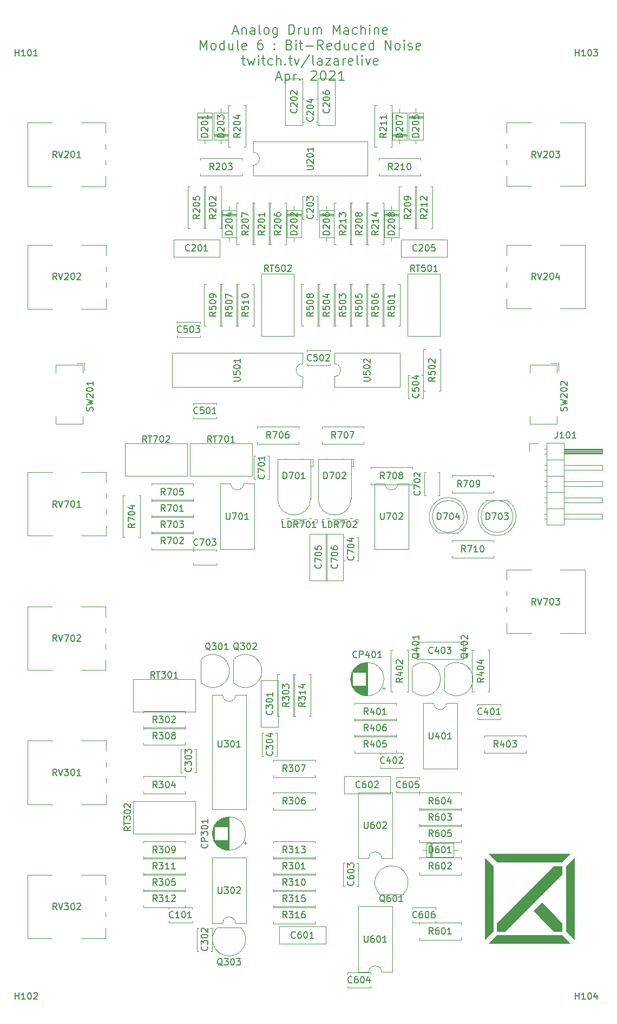
<source format=gbr>
G04 #@! TF.GenerationSoftware,KiCad,Pcbnew,(5.1.5)-3*
G04 #@! TF.CreationDate,2021-04-20T11:59:19+02:00*
G04 #@! TF.ProjectId,AnalogDrum_Bitreduced,416e616c-6f67-4447-9275-6d5f42697472,rev?*
G04 #@! TF.SameCoordinates,Original*
G04 #@! TF.FileFunction,Legend,Top*
G04 #@! TF.FilePolarity,Positive*
%FSLAX46Y46*%
G04 Gerber Fmt 4.6, Leading zero omitted, Abs format (unit mm)*
G04 Created by KiCad (PCBNEW (5.1.5)-3) date 2021-04-20 11:59:19*
%MOMM*%
%LPD*%
G04 APERTURE LIST*
%ADD10C,0.150000*%
%ADD11C,0.100000*%
%ADD12C,0.120000*%
G04 APERTURE END LIST*
D10*
X103534285Y-30940000D02*
X104248571Y-30940000D01*
X103391428Y-31368571D02*
X103891428Y-29868571D01*
X104391428Y-31368571D01*
X104891428Y-30368571D02*
X104891428Y-31368571D01*
X104891428Y-30511428D02*
X104962857Y-30440000D01*
X105105714Y-30368571D01*
X105320000Y-30368571D01*
X105462857Y-30440000D01*
X105534285Y-30582857D01*
X105534285Y-31368571D01*
X106891428Y-31368571D02*
X106891428Y-30582857D01*
X106820000Y-30440000D01*
X106677142Y-30368571D01*
X106391428Y-30368571D01*
X106248571Y-30440000D01*
X106891428Y-31297142D02*
X106748571Y-31368571D01*
X106391428Y-31368571D01*
X106248571Y-31297142D01*
X106177142Y-31154285D01*
X106177142Y-31011428D01*
X106248571Y-30868571D01*
X106391428Y-30797142D01*
X106748571Y-30797142D01*
X106891428Y-30725714D01*
X107820000Y-31368571D02*
X107677142Y-31297142D01*
X107605714Y-31154285D01*
X107605714Y-29868571D01*
X108605714Y-31368571D02*
X108462857Y-31297142D01*
X108391428Y-31225714D01*
X108320000Y-31082857D01*
X108320000Y-30654285D01*
X108391428Y-30511428D01*
X108462857Y-30440000D01*
X108605714Y-30368571D01*
X108820000Y-30368571D01*
X108962857Y-30440000D01*
X109034285Y-30511428D01*
X109105714Y-30654285D01*
X109105714Y-31082857D01*
X109034285Y-31225714D01*
X108962857Y-31297142D01*
X108820000Y-31368571D01*
X108605714Y-31368571D01*
X110391428Y-30368571D02*
X110391428Y-31582857D01*
X110320000Y-31725714D01*
X110248571Y-31797142D01*
X110105714Y-31868571D01*
X109891428Y-31868571D01*
X109748571Y-31797142D01*
X110391428Y-31297142D02*
X110248571Y-31368571D01*
X109962857Y-31368571D01*
X109820000Y-31297142D01*
X109748571Y-31225714D01*
X109677142Y-31082857D01*
X109677142Y-30654285D01*
X109748571Y-30511428D01*
X109820000Y-30440000D01*
X109962857Y-30368571D01*
X110248571Y-30368571D01*
X110391428Y-30440000D01*
X112248571Y-31368571D02*
X112248571Y-29868571D01*
X112605714Y-29868571D01*
X112820000Y-29940000D01*
X112962857Y-30082857D01*
X113034285Y-30225714D01*
X113105714Y-30511428D01*
X113105714Y-30725714D01*
X113034285Y-31011428D01*
X112962857Y-31154285D01*
X112820000Y-31297142D01*
X112605714Y-31368571D01*
X112248571Y-31368571D01*
X113748571Y-31368571D02*
X113748571Y-30368571D01*
X113748571Y-30654285D02*
X113820000Y-30511428D01*
X113891428Y-30440000D01*
X114034285Y-30368571D01*
X114177142Y-30368571D01*
X115320000Y-30368571D02*
X115320000Y-31368571D01*
X114677142Y-30368571D02*
X114677142Y-31154285D01*
X114748571Y-31297142D01*
X114891428Y-31368571D01*
X115105714Y-31368571D01*
X115248571Y-31297142D01*
X115320000Y-31225714D01*
X116034285Y-31368571D02*
X116034285Y-30368571D01*
X116034285Y-30511428D02*
X116105714Y-30440000D01*
X116248571Y-30368571D01*
X116462857Y-30368571D01*
X116605714Y-30440000D01*
X116677142Y-30582857D01*
X116677142Y-31368571D01*
X116677142Y-30582857D02*
X116748571Y-30440000D01*
X116891428Y-30368571D01*
X117105714Y-30368571D01*
X117248571Y-30440000D01*
X117320000Y-30582857D01*
X117320000Y-31368571D01*
X119177142Y-31368571D02*
X119177142Y-29868571D01*
X119677142Y-30940000D01*
X120177142Y-29868571D01*
X120177142Y-31368571D01*
X121534285Y-31368571D02*
X121534285Y-30582857D01*
X121462857Y-30440000D01*
X121320000Y-30368571D01*
X121034285Y-30368571D01*
X120891428Y-30440000D01*
X121534285Y-31297142D02*
X121391428Y-31368571D01*
X121034285Y-31368571D01*
X120891428Y-31297142D01*
X120820000Y-31154285D01*
X120820000Y-31011428D01*
X120891428Y-30868571D01*
X121034285Y-30797142D01*
X121391428Y-30797142D01*
X121534285Y-30725714D01*
X122891428Y-31297142D02*
X122748571Y-31368571D01*
X122462857Y-31368571D01*
X122320000Y-31297142D01*
X122248571Y-31225714D01*
X122177142Y-31082857D01*
X122177142Y-30654285D01*
X122248571Y-30511428D01*
X122320000Y-30440000D01*
X122462857Y-30368571D01*
X122748571Y-30368571D01*
X122891428Y-30440000D01*
X123534285Y-31368571D02*
X123534285Y-29868571D01*
X124177142Y-31368571D02*
X124177142Y-30582857D01*
X124105714Y-30440000D01*
X123962857Y-30368571D01*
X123748571Y-30368571D01*
X123605714Y-30440000D01*
X123534285Y-30511428D01*
X124891428Y-31368571D02*
X124891428Y-30368571D01*
X124891428Y-29868571D02*
X124820000Y-29940000D01*
X124891428Y-30011428D01*
X124962857Y-29940000D01*
X124891428Y-29868571D01*
X124891428Y-30011428D01*
X125605714Y-30368571D02*
X125605714Y-31368571D01*
X125605714Y-30511428D02*
X125677142Y-30440000D01*
X125820000Y-30368571D01*
X126034285Y-30368571D01*
X126177142Y-30440000D01*
X126248571Y-30582857D01*
X126248571Y-31368571D01*
X127534285Y-31297142D02*
X127391428Y-31368571D01*
X127105714Y-31368571D01*
X126962857Y-31297142D01*
X126891428Y-31154285D01*
X126891428Y-30582857D01*
X126962857Y-30440000D01*
X127105714Y-30368571D01*
X127391428Y-30368571D01*
X127534285Y-30440000D01*
X127605714Y-30582857D01*
X127605714Y-30725714D01*
X126891428Y-30868571D01*
X98391428Y-33768571D02*
X98391428Y-32268571D01*
X98891428Y-33340000D01*
X99391428Y-32268571D01*
X99391428Y-33768571D01*
X100320000Y-33768571D02*
X100177142Y-33697142D01*
X100105714Y-33625714D01*
X100034285Y-33482857D01*
X100034285Y-33054285D01*
X100105714Y-32911428D01*
X100177142Y-32840000D01*
X100320000Y-32768571D01*
X100534285Y-32768571D01*
X100677142Y-32840000D01*
X100748571Y-32911428D01*
X100820000Y-33054285D01*
X100820000Y-33482857D01*
X100748571Y-33625714D01*
X100677142Y-33697142D01*
X100534285Y-33768571D01*
X100320000Y-33768571D01*
X102105714Y-33768571D02*
X102105714Y-32268571D01*
X102105714Y-33697142D02*
X101962857Y-33768571D01*
X101677142Y-33768571D01*
X101534285Y-33697142D01*
X101462857Y-33625714D01*
X101391428Y-33482857D01*
X101391428Y-33054285D01*
X101462857Y-32911428D01*
X101534285Y-32840000D01*
X101677142Y-32768571D01*
X101962857Y-32768571D01*
X102105714Y-32840000D01*
X103462857Y-32768571D02*
X103462857Y-33768571D01*
X102820000Y-32768571D02*
X102820000Y-33554285D01*
X102891428Y-33697142D01*
X103034285Y-33768571D01*
X103248571Y-33768571D01*
X103391428Y-33697142D01*
X103462857Y-33625714D01*
X104391428Y-33768571D02*
X104248571Y-33697142D01*
X104177142Y-33554285D01*
X104177142Y-32268571D01*
X105534285Y-33697142D02*
X105391428Y-33768571D01*
X105105714Y-33768571D01*
X104962857Y-33697142D01*
X104891428Y-33554285D01*
X104891428Y-32982857D01*
X104962857Y-32840000D01*
X105105714Y-32768571D01*
X105391428Y-32768571D01*
X105534285Y-32840000D01*
X105605714Y-32982857D01*
X105605714Y-33125714D01*
X104891428Y-33268571D01*
X108034285Y-32268571D02*
X107748571Y-32268571D01*
X107605714Y-32340000D01*
X107534285Y-32411428D01*
X107391428Y-32625714D01*
X107320000Y-32911428D01*
X107320000Y-33482857D01*
X107391428Y-33625714D01*
X107462857Y-33697142D01*
X107605714Y-33768571D01*
X107891428Y-33768571D01*
X108034285Y-33697142D01*
X108105714Y-33625714D01*
X108177142Y-33482857D01*
X108177142Y-33125714D01*
X108105714Y-32982857D01*
X108034285Y-32911428D01*
X107891428Y-32840000D01*
X107605714Y-32840000D01*
X107462857Y-32911428D01*
X107391428Y-32982857D01*
X107320000Y-33125714D01*
X109962857Y-33625714D02*
X110034285Y-33697142D01*
X109962857Y-33768571D01*
X109891428Y-33697142D01*
X109962857Y-33625714D01*
X109962857Y-33768571D01*
X109962857Y-32840000D02*
X110034285Y-32911428D01*
X109962857Y-32982857D01*
X109891428Y-32911428D01*
X109962857Y-32840000D01*
X109962857Y-32982857D01*
X112320000Y-32982857D02*
X112534285Y-33054285D01*
X112605714Y-33125714D01*
X112677142Y-33268571D01*
X112677142Y-33482857D01*
X112605714Y-33625714D01*
X112534285Y-33697142D01*
X112391428Y-33768571D01*
X111820000Y-33768571D01*
X111820000Y-32268571D01*
X112320000Y-32268571D01*
X112462857Y-32340000D01*
X112534285Y-32411428D01*
X112605714Y-32554285D01*
X112605714Y-32697142D01*
X112534285Y-32840000D01*
X112462857Y-32911428D01*
X112320000Y-32982857D01*
X111820000Y-32982857D01*
X113320000Y-33768571D02*
X113320000Y-32768571D01*
X113320000Y-32268571D02*
X113248571Y-32340000D01*
X113320000Y-32411428D01*
X113391428Y-32340000D01*
X113320000Y-32268571D01*
X113320000Y-32411428D01*
X113820000Y-32768571D02*
X114391428Y-32768571D01*
X114034285Y-32268571D02*
X114034285Y-33554285D01*
X114105714Y-33697142D01*
X114248571Y-33768571D01*
X114391428Y-33768571D01*
X114891428Y-33197142D02*
X116034285Y-33197142D01*
X117605714Y-33768571D02*
X117105714Y-33054285D01*
X116748571Y-33768571D02*
X116748571Y-32268571D01*
X117320000Y-32268571D01*
X117462857Y-32340000D01*
X117534285Y-32411428D01*
X117605714Y-32554285D01*
X117605714Y-32768571D01*
X117534285Y-32911428D01*
X117462857Y-32982857D01*
X117320000Y-33054285D01*
X116748571Y-33054285D01*
X118820000Y-33697142D02*
X118677142Y-33768571D01*
X118391428Y-33768571D01*
X118248571Y-33697142D01*
X118177142Y-33554285D01*
X118177142Y-32982857D01*
X118248571Y-32840000D01*
X118391428Y-32768571D01*
X118677142Y-32768571D01*
X118820000Y-32840000D01*
X118891428Y-32982857D01*
X118891428Y-33125714D01*
X118177142Y-33268571D01*
X120177142Y-33768571D02*
X120177142Y-32268571D01*
X120177142Y-33697142D02*
X120034285Y-33768571D01*
X119748571Y-33768571D01*
X119605714Y-33697142D01*
X119534285Y-33625714D01*
X119462857Y-33482857D01*
X119462857Y-33054285D01*
X119534285Y-32911428D01*
X119605714Y-32840000D01*
X119748571Y-32768571D01*
X120034285Y-32768571D01*
X120177142Y-32840000D01*
X121534285Y-32768571D02*
X121534285Y-33768571D01*
X120891428Y-32768571D02*
X120891428Y-33554285D01*
X120962857Y-33697142D01*
X121105714Y-33768571D01*
X121320000Y-33768571D01*
X121462857Y-33697142D01*
X121534285Y-33625714D01*
X122891428Y-33697142D02*
X122748571Y-33768571D01*
X122462857Y-33768571D01*
X122320000Y-33697142D01*
X122248571Y-33625714D01*
X122177142Y-33482857D01*
X122177142Y-33054285D01*
X122248571Y-32911428D01*
X122320000Y-32840000D01*
X122462857Y-32768571D01*
X122748571Y-32768571D01*
X122891428Y-32840000D01*
X124105714Y-33697142D02*
X123962857Y-33768571D01*
X123677142Y-33768571D01*
X123534285Y-33697142D01*
X123462857Y-33554285D01*
X123462857Y-32982857D01*
X123534285Y-32840000D01*
X123677142Y-32768571D01*
X123962857Y-32768571D01*
X124105714Y-32840000D01*
X124177142Y-32982857D01*
X124177142Y-33125714D01*
X123462857Y-33268571D01*
X125462857Y-33768571D02*
X125462857Y-32268571D01*
X125462857Y-33697142D02*
X125320000Y-33768571D01*
X125034285Y-33768571D01*
X124891428Y-33697142D01*
X124820000Y-33625714D01*
X124748571Y-33482857D01*
X124748571Y-33054285D01*
X124820000Y-32911428D01*
X124891428Y-32840000D01*
X125034285Y-32768571D01*
X125320000Y-32768571D01*
X125462857Y-32840000D01*
X127320000Y-33768571D02*
X127320000Y-32268571D01*
X128177142Y-33768571D01*
X128177142Y-32268571D01*
X129105714Y-33768571D02*
X128962857Y-33697142D01*
X128891428Y-33625714D01*
X128820000Y-33482857D01*
X128820000Y-33054285D01*
X128891428Y-32911428D01*
X128962857Y-32840000D01*
X129105714Y-32768571D01*
X129320000Y-32768571D01*
X129462857Y-32840000D01*
X129534285Y-32911428D01*
X129605714Y-33054285D01*
X129605714Y-33482857D01*
X129534285Y-33625714D01*
X129462857Y-33697142D01*
X129320000Y-33768571D01*
X129105714Y-33768571D01*
X130248571Y-33768571D02*
X130248571Y-32768571D01*
X130248571Y-32268571D02*
X130177142Y-32340000D01*
X130248571Y-32411428D01*
X130320000Y-32340000D01*
X130248571Y-32268571D01*
X130248571Y-32411428D01*
X130891428Y-33697142D02*
X131034285Y-33768571D01*
X131320000Y-33768571D01*
X131462857Y-33697142D01*
X131534285Y-33554285D01*
X131534285Y-33482857D01*
X131462857Y-33340000D01*
X131320000Y-33268571D01*
X131105714Y-33268571D01*
X130962857Y-33197142D01*
X130891428Y-33054285D01*
X130891428Y-32982857D01*
X130962857Y-32840000D01*
X131105714Y-32768571D01*
X131320000Y-32768571D01*
X131462857Y-32840000D01*
X132748571Y-33697142D02*
X132605714Y-33768571D01*
X132320000Y-33768571D01*
X132177142Y-33697142D01*
X132105714Y-33554285D01*
X132105714Y-32982857D01*
X132177142Y-32840000D01*
X132320000Y-32768571D01*
X132605714Y-32768571D01*
X132748571Y-32840000D01*
X132820000Y-32982857D01*
X132820000Y-33125714D01*
X132105714Y-33268571D01*
X104820000Y-35168571D02*
X105391428Y-35168571D01*
X105034285Y-34668571D02*
X105034285Y-35954285D01*
X105105714Y-36097142D01*
X105248571Y-36168571D01*
X105391428Y-36168571D01*
X105748571Y-35168571D02*
X106034285Y-36168571D01*
X106320000Y-35454285D01*
X106605714Y-36168571D01*
X106891428Y-35168571D01*
X107462857Y-36168571D02*
X107462857Y-35168571D01*
X107462857Y-34668571D02*
X107391428Y-34740000D01*
X107462857Y-34811428D01*
X107534285Y-34740000D01*
X107462857Y-34668571D01*
X107462857Y-34811428D01*
X107962857Y-35168571D02*
X108534285Y-35168571D01*
X108177142Y-34668571D02*
X108177142Y-35954285D01*
X108248571Y-36097142D01*
X108391428Y-36168571D01*
X108534285Y-36168571D01*
X109677142Y-36097142D02*
X109534285Y-36168571D01*
X109248571Y-36168571D01*
X109105714Y-36097142D01*
X109034285Y-36025714D01*
X108962857Y-35882857D01*
X108962857Y-35454285D01*
X109034285Y-35311428D01*
X109105714Y-35240000D01*
X109248571Y-35168571D01*
X109534285Y-35168571D01*
X109677142Y-35240000D01*
X110320000Y-36168571D02*
X110320000Y-34668571D01*
X110962857Y-36168571D02*
X110962857Y-35382857D01*
X110891428Y-35240000D01*
X110748571Y-35168571D01*
X110534285Y-35168571D01*
X110391428Y-35240000D01*
X110320000Y-35311428D01*
X111677142Y-36025714D02*
X111748571Y-36097142D01*
X111677142Y-36168571D01*
X111605714Y-36097142D01*
X111677142Y-36025714D01*
X111677142Y-36168571D01*
X112177142Y-35168571D02*
X112748571Y-35168571D01*
X112391428Y-34668571D02*
X112391428Y-35954285D01*
X112462857Y-36097142D01*
X112605714Y-36168571D01*
X112748571Y-36168571D01*
X113105714Y-35168571D02*
X113462857Y-36168571D01*
X113820000Y-35168571D01*
X115462857Y-34597142D02*
X114177142Y-36525714D01*
X116177142Y-36168571D02*
X116034285Y-36097142D01*
X115962857Y-35954285D01*
X115962857Y-34668571D01*
X117391428Y-36168571D02*
X117391428Y-35382857D01*
X117320000Y-35240000D01*
X117177142Y-35168571D01*
X116891428Y-35168571D01*
X116748571Y-35240000D01*
X117391428Y-36097142D02*
X117248571Y-36168571D01*
X116891428Y-36168571D01*
X116748571Y-36097142D01*
X116677142Y-35954285D01*
X116677142Y-35811428D01*
X116748571Y-35668571D01*
X116891428Y-35597142D01*
X117248571Y-35597142D01*
X117391428Y-35525714D01*
X117962857Y-35168571D02*
X118748571Y-35168571D01*
X117962857Y-36168571D01*
X118748571Y-36168571D01*
X119962857Y-36168571D02*
X119962857Y-35382857D01*
X119891428Y-35240000D01*
X119748571Y-35168571D01*
X119462857Y-35168571D01*
X119319999Y-35240000D01*
X119962857Y-36097142D02*
X119819999Y-36168571D01*
X119462857Y-36168571D01*
X119319999Y-36097142D01*
X119248571Y-35954285D01*
X119248571Y-35811428D01*
X119319999Y-35668571D01*
X119462857Y-35597142D01*
X119819999Y-35597142D01*
X119962857Y-35525714D01*
X120677142Y-36168571D02*
X120677142Y-35168571D01*
X120677142Y-35454285D02*
X120748571Y-35311428D01*
X120819999Y-35240000D01*
X120962857Y-35168571D01*
X121105714Y-35168571D01*
X122177142Y-36097142D02*
X122034285Y-36168571D01*
X121748571Y-36168571D01*
X121605714Y-36097142D01*
X121534285Y-35954285D01*
X121534285Y-35382857D01*
X121605714Y-35240000D01*
X121748571Y-35168571D01*
X122034285Y-35168571D01*
X122177142Y-35240000D01*
X122248571Y-35382857D01*
X122248571Y-35525714D01*
X121534285Y-35668571D01*
X123105714Y-36168571D02*
X122962857Y-36097142D01*
X122891428Y-35954285D01*
X122891428Y-34668571D01*
X123677142Y-36168571D02*
X123677142Y-35168571D01*
X123677142Y-34668571D02*
X123605714Y-34740000D01*
X123677142Y-34811428D01*
X123748571Y-34740000D01*
X123677142Y-34668571D01*
X123677142Y-34811428D01*
X124248571Y-35168571D02*
X124605714Y-36168571D01*
X124962857Y-35168571D01*
X126105714Y-36097142D02*
X125962857Y-36168571D01*
X125677142Y-36168571D01*
X125534285Y-36097142D01*
X125462857Y-35954285D01*
X125462857Y-35382857D01*
X125534285Y-35240000D01*
X125677142Y-35168571D01*
X125962857Y-35168571D01*
X126105714Y-35240000D01*
X126177142Y-35382857D01*
X126177142Y-35525714D01*
X125462857Y-35668571D01*
X110284285Y-38140000D02*
X110998571Y-38140000D01*
X110141428Y-38568571D02*
X110641428Y-37068571D01*
X111141428Y-38568571D01*
X111641428Y-37568571D02*
X111641428Y-39068571D01*
X111641428Y-37640000D02*
X111784285Y-37568571D01*
X112070000Y-37568571D01*
X112212857Y-37640000D01*
X112284285Y-37711428D01*
X112355714Y-37854285D01*
X112355714Y-38282857D01*
X112284285Y-38425714D01*
X112212857Y-38497142D01*
X112070000Y-38568571D01*
X111784285Y-38568571D01*
X111641428Y-38497142D01*
X112998571Y-38568571D02*
X112998571Y-37568571D01*
X112998571Y-37854285D02*
X113070000Y-37711428D01*
X113141428Y-37640000D01*
X113284285Y-37568571D01*
X113427142Y-37568571D01*
X113927142Y-38425714D02*
X113998571Y-38497142D01*
X113927142Y-38568571D01*
X113855714Y-38497142D01*
X113927142Y-38425714D01*
X113927142Y-38568571D01*
X115712857Y-37211428D02*
X115784285Y-37140000D01*
X115927142Y-37068571D01*
X116284285Y-37068571D01*
X116427142Y-37140000D01*
X116498571Y-37211428D01*
X116570000Y-37354285D01*
X116570000Y-37497142D01*
X116498571Y-37711428D01*
X115641428Y-38568571D01*
X116570000Y-38568571D01*
X117498571Y-37068571D02*
X117641428Y-37068571D01*
X117784285Y-37140000D01*
X117855714Y-37211428D01*
X117927142Y-37354285D01*
X117998571Y-37640000D01*
X117998571Y-37997142D01*
X117927142Y-38282857D01*
X117855714Y-38425714D01*
X117784285Y-38497142D01*
X117641428Y-38568571D01*
X117498571Y-38568571D01*
X117355714Y-38497142D01*
X117284285Y-38425714D01*
X117212857Y-38282857D01*
X117141428Y-37997142D01*
X117141428Y-37640000D01*
X117212857Y-37354285D01*
X117284285Y-37211428D01*
X117355714Y-37140000D01*
X117498571Y-37068571D01*
X118570000Y-37211428D02*
X118641428Y-37140000D01*
X118784285Y-37068571D01*
X119141428Y-37068571D01*
X119284285Y-37140000D01*
X119355714Y-37211428D01*
X119427142Y-37354285D01*
X119427142Y-37497142D01*
X119355714Y-37711428D01*
X118498571Y-38568571D01*
X119427142Y-38568571D01*
X120855714Y-38568571D02*
X119998571Y-38568571D01*
X120427142Y-38568571D02*
X120427142Y-37068571D01*
X120284285Y-37282857D01*
X120141428Y-37425714D01*
X119998571Y-37497142D01*
D11*
G36*
X154940000Y-170180000D02*
G01*
X154940000Y-171450000D01*
X153670000Y-171450000D01*
X150495000Y-168275000D01*
X151765000Y-167005000D01*
X154940000Y-170180000D01*
G37*
X154940000Y-170180000D02*
X154940000Y-171450000D01*
X153670000Y-171450000D01*
X150495000Y-168275000D01*
X151765000Y-167005000D01*
X154940000Y-170180000D01*
G36*
X154940000Y-162560000D02*
G01*
X146050000Y-171450000D01*
X144780000Y-171450000D01*
X144780000Y-170180000D01*
X153670000Y-161290000D01*
X154940000Y-161290000D01*
X154940000Y-162560000D01*
G37*
X154940000Y-162560000D02*
X146050000Y-171450000D01*
X144780000Y-171450000D01*
X144780000Y-170180000D01*
X153670000Y-161290000D01*
X154940000Y-161290000D01*
X154940000Y-162560000D01*
G36*
X156845000Y-172720000D02*
G01*
X155575000Y-171450000D01*
X155575000Y-161290000D01*
X156845000Y-160020000D01*
X156845000Y-172720000D01*
G37*
X156845000Y-172720000D02*
X155575000Y-171450000D01*
X155575000Y-161290000D01*
X156845000Y-160020000D01*
X156845000Y-172720000D01*
G36*
X154940000Y-160655000D02*
G01*
X144780000Y-160655000D01*
X143510000Y-159385000D01*
X156210000Y-159385000D01*
X154940000Y-160655000D01*
G37*
X154940000Y-160655000D02*
X144780000Y-160655000D01*
X143510000Y-159385000D01*
X156210000Y-159385000D01*
X154940000Y-160655000D01*
G36*
X156210000Y-173355000D02*
G01*
X143510000Y-173355000D01*
X144780000Y-172085000D01*
X154940000Y-172085000D01*
X156210000Y-173355000D01*
G37*
X156210000Y-173355000D02*
X143510000Y-173355000D01*
X144780000Y-172085000D01*
X154940000Y-172085000D01*
X156210000Y-173355000D01*
G36*
X144145000Y-161290000D02*
G01*
X144145000Y-171450000D01*
X142875000Y-172720000D01*
X142875000Y-160020000D01*
X144145000Y-161290000D01*
G37*
X144145000Y-161290000D02*
X144145000Y-171450000D01*
X142875000Y-172720000D01*
X142875000Y-160020000D01*
X144145000Y-161290000D01*
D12*
X71335000Y-55095000D02*
X71335000Y-45155000D01*
X83575000Y-46755000D02*
X83575000Y-45155000D01*
X83575000Y-49254000D02*
X83575000Y-48495000D01*
X83575000Y-51754000D02*
X83575000Y-50995000D01*
X83575000Y-55095000D02*
X83575000Y-53496000D01*
X75200000Y-45155000D02*
X71335000Y-45155000D01*
X83575000Y-45155000D02*
X79710000Y-45155000D01*
X75200000Y-55095000D02*
X71335000Y-55095000D01*
X83575000Y-55095000D02*
X79710000Y-55095000D01*
X158520000Y-115000000D02*
X158520000Y-124940000D01*
X146280000Y-123340000D02*
X146280000Y-124940000D01*
X146280000Y-120841000D02*
X146280000Y-121600000D01*
X146280000Y-118341000D02*
X146280000Y-119100000D01*
X146280000Y-115000000D02*
X146280000Y-116599000D01*
X154655000Y-124940000D02*
X158520000Y-124940000D01*
X146280000Y-124940000D02*
X150145000Y-124940000D01*
X154655000Y-115000000D02*
X158520000Y-115000000D01*
X146280000Y-115000000D02*
X150145000Y-115000000D01*
X71335000Y-130660000D02*
X71335000Y-120720000D01*
X83575000Y-122320000D02*
X83575000Y-120720000D01*
X83575000Y-124819000D02*
X83575000Y-124060000D01*
X83575000Y-127319000D02*
X83575000Y-126560000D01*
X83575000Y-130660000D02*
X83575000Y-129061000D01*
X75200000Y-120720000D02*
X71335000Y-120720000D01*
X83575000Y-120720000D02*
X79710000Y-120720000D01*
X75200000Y-130660000D02*
X71335000Y-130660000D01*
X83575000Y-130660000D02*
X79710000Y-130660000D01*
X71350000Y-109700000D02*
X71350000Y-99760000D01*
X83590000Y-101360000D02*
X83590000Y-99760000D01*
X83590000Y-103859000D02*
X83590000Y-103100000D01*
X83590000Y-106359000D02*
X83590000Y-105600000D01*
X83590000Y-109700000D02*
X83590000Y-108101000D01*
X75215000Y-99760000D02*
X71350000Y-99760000D01*
X83590000Y-99760000D02*
X79725000Y-99760000D01*
X75215000Y-109700000D02*
X71350000Y-109700000D01*
X83590000Y-109700000D02*
X79725000Y-109700000D01*
X71335000Y-172565000D02*
X71335000Y-162625000D01*
X83575000Y-164225000D02*
X83575000Y-162625000D01*
X83575000Y-166724000D02*
X83575000Y-165965000D01*
X83575000Y-169224000D02*
X83575000Y-168465000D01*
X83575000Y-172565000D02*
X83575000Y-170966000D01*
X75200000Y-162625000D02*
X71335000Y-162625000D01*
X83575000Y-162625000D02*
X79710000Y-162625000D01*
X75200000Y-172565000D02*
X71335000Y-172565000D01*
X83575000Y-172565000D02*
X79710000Y-172565000D01*
X71350000Y-151615000D02*
X71350000Y-141675000D01*
X83590000Y-143275000D02*
X83590000Y-141675000D01*
X83590000Y-145774000D02*
X83590000Y-145015000D01*
X83590000Y-148274000D02*
X83590000Y-147515000D01*
X83590000Y-151615000D02*
X83590000Y-150016000D01*
X75215000Y-141675000D02*
X71350000Y-141675000D01*
X83590000Y-141675000D02*
X79725000Y-141675000D01*
X75215000Y-151615000D02*
X71350000Y-151615000D01*
X83590000Y-151615000D02*
X79725000Y-151615000D01*
X158520000Y-64285000D02*
X158520000Y-74225000D01*
X146280000Y-72625000D02*
X146280000Y-74225000D01*
X146280000Y-70126000D02*
X146280000Y-70885000D01*
X146280000Y-67626000D02*
X146280000Y-68385000D01*
X146280000Y-64285000D02*
X146280000Y-65884000D01*
X154655000Y-74225000D02*
X158520000Y-74225000D01*
X146280000Y-74225000D02*
X150145000Y-74225000D01*
X154655000Y-64285000D02*
X158520000Y-64285000D01*
X146280000Y-64285000D02*
X150145000Y-64285000D01*
X158535000Y-45150000D02*
X158535000Y-55090000D01*
X146295000Y-53490000D02*
X146295000Y-55090000D01*
X146295000Y-50991000D02*
X146295000Y-51750000D01*
X146295000Y-48491000D02*
X146295000Y-49250000D01*
X146295000Y-45150000D02*
X146295000Y-46749000D01*
X154670000Y-55090000D02*
X158535000Y-55090000D01*
X146295000Y-55090000D02*
X150160000Y-55090000D01*
X154670000Y-45150000D02*
X158535000Y-45150000D01*
X146295000Y-45150000D02*
X150160000Y-45150000D01*
X71350000Y-74230000D02*
X71350000Y-64290000D01*
X83590000Y-65890000D02*
X83590000Y-64290000D01*
X83590000Y-68389000D02*
X83590000Y-67630000D01*
X83590000Y-70889000D02*
X83590000Y-70130000D01*
X83590000Y-74230000D02*
X83590000Y-72631000D01*
X75215000Y-64290000D02*
X71350000Y-64290000D01*
X83590000Y-64290000D02*
X79725000Y-64290000D01*
X75215000Y-74230000D02*
X71350000Y-74230000D01*
X83590000Y-74230000D02*
X79725000Y-74230000D01*
X120750000Y-116650000D02*
X118010000Y-116650000D01*
X120750000Y-109410000D02*
X118010000Y-109410000D01*
X118010000Y-109410000D02*
X118010000Y-116650000D01*
X120750000Y-109410000D02*
X120750000Y-116650000D01*
X118210000Y-116650000D02*
X115470000Y-116650000D01*
X118210000Y-109410000D02*
X115470000Y-109410000D01*
X115470000Y-109410000D02*
X115470000Y-116650000D01*
X118210000Y-109410000D02*
X118210000Y-116650000D01*
X120840000Y-149960000D02*
X120840000Y-147220000D01*
X128080000Y-149960000D02*
X128080000Y-147220000D01*
X128080000Y-147220000D02*
X120840000Y-147220000D01*
X128080000Y-149960000D02*
X120840000Y-149960000D01*
X110720000Y-173455000D02*
X110720000Y-170715000D01*
X117960000Y-173455000D02*
X117960000Y-170715000D01*
X117960000Y-170715000D02*
X110720000Y-170715000D01*
X117960000Y-173455000D02*
X110720000Y-173455000D01*
X139470000Y-126265000D02*
X139470000Y-129005000D01*
X132230000Y-126265000D02*
X132230000Y-129005000D01*
X132230000Y-129005000D02*
X139470000Y-129005000D01*
X132230000Y-126265000D02*
X139470000Y-126265000D01*
X107850000Y-132270000D02*
X110590000Y-132270000D01*
X107850000Y-139510000D02*
X110590000Y-139510000D01*
X110590000Y-139510000D02*
X110590000Y-132270000D01*
X107850000Y-139510000D02*
X107850000Y-132270000D01*
X116740000Y-38290000D02*
X119480000Y-38290000D01*
X116740000Y-45530000D02*
X119480000Y-45530000D01*
X119480000Y-45530000D02*
X119480000Y-38290000D01*
X116740000Y-45530000D02*
X116740000Y-38290000D01*
X136970000Y-63400000D02*
X136970000Y-66140000D01*
X129730000Y-63400000D02*
X129730000Y-66140000D01*
X129730000Y-66140000D02*
X136970000Y-66140000D01*
X129730000Y-63400000D02*
X136970000Y-63400000D01*
X111660000Y-38290000D02*
X114400000Y-38290000D01*
X111660000Y-45530000D02*
X114400000Y-45530000D01*
X114400000Y-45530000D02*
X114400000Y-38290000D01*
X111660000Y-45530000D02*
X111660000Y-38290000D01*
X94170000Y-66140000D02*
X94170000Y-63400000D01*
X101410000Y-66140000D02*
X101410000Y-63400000D01*
X101410000Y-63400000D02*
X94170000Y-63400000D01*
X101410000Y-66140000D02*
X94170000Y-66140000D01*
X98960000Y-76930000D02*
X99290000Y-76930000D01*
X98960000Y-70390000D02*
X98960000Y-76930000D01*
X99290000Y-70390000D02*
X98960000Y-70390000D01*
X101700000Y-76930000D02*
X101370000Y-76930000D01*
X101700000Y-70390000D02*
X101700000Y-76930000D01*
X101370000Y-70390000D02*
X101700000Y-70390000D01*
X130920000Y-101540000D02*
X129270000Y-101540000D01*
X130920000Y-111820000D02*
X130920000Y-101540000D01*
X125620000Y-111820000D02*
X130920000Y-111820000D01*
X125620000Y-101540000D02*
X125620000Y-111820000D01*
X127270000Y-101540000D02*
X125620000Y-101540000D01*
X129270000Y-101540000D02*
G75*
G02X127270000Y-101540000I-1000000J0D01*
G01*
X106790000Y-101540000D02*
X105140000Y-101540000D01*
X106790000Y-111820000D02*
X106790000Y-101540000D01*
X101490000Y-111820000D02*
X106790000Y-111820000D01*
X101490000Y-101540000D02*
X101490000Y-111820000D01*
X103140000Y-101540000D02*
X101490000Y-101540000D01*
X105140000Y-101540000D02*
G75*
G02X103140000Y-101540000I-1000000J0D01*
G01*
X86555000Y-100320000D02*
X86555000Y-95250000D01*
X96325000Y-100320000D02*
X96325000Y-95250000D01*
X96325000Y-95250000D02*
X86555000Y-95250000D01*
X96325000Y-100320000D02*
X86555000Y-100320000D01*
X96715000Y-100320000D02*
X96715000Y-95250000D01*
X106485000Y-100320000D02*
X106485000Y-95250000D01*
X106485000Y-95250000D02*
X96715000Y-95250000D01*
X106485000Y-100320000D02*
X96715000Y-100320000D01*
X137700000Y-110390000D02*
X137700000Y-110720000D01*
X144240000Y-110390000D02*
X137700000Y-110390000D01*
X144240000Y-110720000D02*
X144240000Y-110390000D01*
X137700000Y-113130000D02*
X137700000Y-112800000D01*
X144240000Y-113130000D02*
X137700000Y-113130000D01*
X144240000Y-112800000D02*
X144240000Y-113130000D01*
X137700000Y-100230000D02*
X137700000Y-100560000D01*
X144240000Y-100230000D02*
X137700000Y-100230000D01*
X144240000Y-100560000D02*
X144240000Y-100230000D01*
X137700000Y-102970000D02*
X137700000Y-102640000D01*
X144240000Y-102970000D02*
X137700000Y-102970000D01*
X144240000Y-102640000D02*
X144240000Y-102970000D01*
X125000000Y-98960000D02*
X125000000Y-99290000D01*
X131540000Y-98960000D02*
X125000000Y-98960000D01*
X131540000Y-99290000D02*
X131540000Y-98960000D01*
X125000000Y-101700000D02*
X125000000Y-101370000D01*
X131540000Y-101700000D02*
X125000000Y-101700000D01*
X131540000Y-101370000D02*
X131540000Y-101700000D01*
X117380000Y-92610000D02*
X117380000Y-92940000D01*
X123920000Y-92610000D02*
X117380000Y-92610000D01*
X123920000Y-92940000D02*
X123920000Y-92610000D01*
X117380000Y-95350000D02*
X117380000Y-95020000D01*
X123920000Y-95350000D02*
X117380000Y-95350000D01*
X123920000Y-95020000D02*
X123920000Y-95350000D01*
X107220000Y-92610000D02*
X107220000Y-92940000D01*
X113760000Y-92610000D02*
X107220000Y-92610000D01*
X113760000Y-92940000D02*
X113760000Y-92610000D01*
X107220000Y-95350000D02*
X107220000Y-95020000D01*
X113760000Y-95350000D02*
X107220000Y-95350000D01*
X113760000Y-95020000D02*
X113760000Y-95350000D01*
X90710000Y-101500000D02*
X90710000Y-101830000D01*
X97250000Y-101500000D02*
X90710000Y-101500000D01*
X97250000Y-101830000D02*
X97250000Y-101500000D01*
X90710000Y-104240000D02*
X90710000Y-103910000D01*
X97250000Y-104240000D02*
X90710000Y-104240000D01*
X97250000Y-103910000D02*
X97250000Y-104240000D01*
X86260000Y-109950000D02*
X86590000Y-109950000D01*
X86260000Y-103410000D02*
X86260000Y-109950000D01*
X86590000Y-103410000D02*
X86260000Y-103410000D01*
X89000000Y-109950000D02*
X88670000Y-109950000D01*
X89000000Y-103410000D02*
X89000000Y-109950000D01*
X88670000Y-103410000D02*
X89000000Y-103410000D01*
X90710000Y-106580000D02*
X90710000Y-106910000D01*
X97250000Y-106580000D02*
X90710000Y-106580000D01*
X97250000Y-106910000D02*
X97250000Y-106580000D01*
X90710000Y-109320000D02*
X90710000Y-108990000D01*
X97250000Y-109320000D02*
X90710000Y-109320000D01*
X97250000Y-108990000D02*
X97250000Y-109320000D01*
X90710000Y-109120000D02*
X90710000Y-109450000D01*
X97250000Y-109120000D02*
X90710000Y-109120000D01*
X97250000Y-109450000D02*
X97250000Y-109120000D01*
X90710000Y-111860000D02*
X90710000Y-111530000D01*
X97250000Y-111860000D02*
X90710000Y-111860000D01*
X97250000Y-111530000D02*
X97250000Y-111860000D01*
X90710000Y-104040000D02*
X90710000Y-104370000D01*
X97250000Y-104040000D02*
X90710000Y-104040000D01*
X97250000Y-104370000D02*
X97250000Y-104040000D01*
X90710000Y-106780000D02*
X90710000Y-106450000D01*
X97250000Y-106780000D02*
X90710000Y-106780000D01*
X97250000Y-106450000D02*
X97250000Y-106780000D01*
X121280000Y-107150000D02*
X119060000Y-107150000D01*
X117780000Y-107150000D02*
X117370000Y-107150000D01*
X122770000Y-107650000D02*
X122970000Y-107650000D01*
X119270000Y-107650000D02*
X121020000Y-107650000D01*
X117370000Y-107150000D02*
X117370000Y-107650000D01*
X122970000Y-107150000D02*
X122560000Y-107150000D01*
X122970000Y-107650000D02*
X122970000Y-107150000D01*
X117370000Y-107650000D02*
X117570000Y-107650000D01*
X118520000Y-106930000D02*
X118520000Y-107060000D01*
X118270000Y-106930000D02*
X118520000Y-106930000D01*
X122070000Y-106930000D02*
X122070000Y-107060000D01*
X121820000Y-106930000D02*
X122070000Y-106930000D01*
X118270000Y-106930000D02*
X118270000Y-107060000D01*
X121820000Y-106930000D02*
X121820000Y-107060000D01*
X114930000Y-107150000D02*
X112710000Y-107150000D01*
X111430000Y-107150000D02*
X111020000Y-107150000D01*
X116420000Y-107650000D02*
X116620000Y-107650000D01*
X112920000Y-107650000D02*
X114670000Y-107650000D01*
X111020000Y-107150000D02*
X111020000Y-107650000D01*
X116620000Y-107150000D02*
X116210000Y-107150000D01*
X116620000Y-107650000D02*
X116620000Y-107150000D01*
X111020000Y-107650000D02*
X111220000Y-107650000D01*
X112170000Y-106930000D02*
X112170000Y-107060000D01*
X111920000Y-106930000D02*
X112170000Y-106930000D01*
X115720000Y-106930000D02*
X115720000Y-107060000D01*
X115470000Y-106930000D02*
X115720000Y-106930000D01*
X111920000Y-106930000D02*
X111920000Y-107060000D01*
X115470000Y-106930000D02*
X115470000Y-107060000D01*
X135615000Y-109240000D02*
X138705000Y-109240000D01*
X139660000Y-106680000D02*
G75*
G03X139660000Y-106680000I-2500000J0D01*
G01*
X137159538Y-103690000D02*
G75*
G02X138704830Y-109240000I462J-2990000D01*
G01*
X137160462Y-103690000D02*
G75*
G03X135615170Y-109240000I-462J-2990000D01*
G01*
X146325000Y-104120000D02*
X143235000Y-104120000D01*
X147280000Y-106680000D02*
G75*
G03X147280000Y-106680000I-2500000J0D01*
G01*
X144780462Y-109670000D02*
G75*
G02X143235170Y-104120000I-462J2990000D01*
G01*
X144779538Y-109670000D02*
G75*
G03X146324830Y-104120000I462J2990000D01*
G01*
X120650000Y-97600000D02*
X120650000Y-97600000D01*
X120650000Y-97730000D02*
X120650000Y-97600000D01*
X120650000Y-97730000D02*
X120650000Y-97730000D01*
X120650000Y-97600000D02*
X120650000Y-97730000D01*
X118110000Y-97600000D02*
X118110000Y-97600000D01*
X118110000Y-97730000D02*
X118110000Y-97600000D01*
X118110000Y-97730000D02*
X118110000Y-97730000D01*
X118110000Y-97600000D02*
X118110000Y-97730000D01*
X121940000Y-97730000D02*
X122340000Y-97730000D01*
X121940000Y-98850000D02*
X121940000Y-97730000D01*
X122340000Y-98850000D02*
X121940000Y-98850000D01*
X122340000Y-97730000D02*
X122340000Y-98850000D01*
X116820000Y-97730000D02*
X121940000Y-97730000D01*
X121940000Y-97730000D02*
X121940000Y-103890000D01*
X116820000Y-97730000D02*
X116820000Y-103890000D01*
X121940000Y-103890000D02*
G75*
G02X116820000Y-103890000I-2560000J0D01*
G01*
X114300000Y-97600000D02*
X114300000Y-97600000D01*
X114300000Y-97730000D02*
X114300000Y-97600000D01*
X114300000Y-97730000D02*
X114300000Y-97730000D01*
X114300000Y-97600000D02*
X114300000Y-97730000D01*
X111760000Y-97600000D02*
X111760000Y-97600000D01*
X111760000Y-97730000D02*
X111760000Y-97600000D01*
X111760000Y-97730000D02*
X111760000Y-97730000D01*
X111760000Y-97600000D02*
X111760000Y-97730000D01*
X115590000Y-97730000D02*
X115990000Y-97730000D01*
X115590000Y-98850000D02*
X115590000Y-97730000D01*
X115990000Y-98850000D02*
X115590000Y-98850000D01*
X115990000Y-97730000D02*
X115990000Y-98850000D01*
X110470000Y-97730000D02*
X115590000Y-97730000D01*
X115590000Y-97730000D02*
X115590000Y-103890000D01*
X110470000Y-97730000D02*
X110470000Y-103890000D01*
X115590000Y-103890000D02*
G75*
G02X110470000Y-103890000I-2560000J0D01*
G01*
X122845000Y-109920000D02*
X123090000Y-109920000D01*
X120750000Y-109920000D02*
X120995000Y-109920000D01*
X122845000Y-113560000D02*
X123090000Y-113560000D01*
X120750000Y-113560000D02*
X120995000Y-113560000D01*
X123090000Y-113560000D02*
X123090000Y-109920000D01*
X120750000Y-113560000D02*
X120750000Y-109920000D01*
X100900000Y-113955000D02*
X100900000Y-114200000D01*
X100900000Y-111860000D02*
X100900000Y-112105000D01*
X97260000Y-113955000D02*
X97260000Y-114200000D01*
X97260000Y-111860000D02*
X97260000Y-112105000D01*
X97260000Y-114200000D02*
X100900000Y-114200000D01*
X97260000Y-111860000D02*
X100900000Y-111860000D01*
X135545000Y-99760000D02*
X135790000Y-99760000D01*
X133450000Y-99760000D02*
X133695000Y-99760000D01*
X135545000Y-103400000D02*
X135790000Y-103400000D01*
X133450000Y-103400000D02*
X133695000Y-103400000D01*
X135790000Y-103400000D02*
X135790000Y-99760000D01*
X133450000Y-103400000D02*
X133450000Y-99760000D01*
X108875000Y-97220000D02*
X109120000Y-97220000D01*
X106780000Y-97220000D02*
X107025000Y-97220000D01*
X108875000Y-100860000D02*
X109120000Y-100860000D01*
X106780000Y-100860000D02*
X107025000Y-100860000D01*
X109120000Y-100860000D02*
X109120000Y-97220000D01*
X106780000Y-100860000D02*
X106780000Y-97220000D01*
X123080000Y-160080000D02*
X124730000Y-160080000D01*
X123080000Y-149800000D02*
X123080000Y-160080000D01*
X128380000Y-149800000D02*
X123080000Y-149800000D01*
X128380000Y-160080000D02*
X128380000Y-149800000D01*
X126730000Y-160080000D02*
X128380000Y-160080000D01*
X124730000Y-160080000D02*
G75*
G02X126730000Y-160080000I1000000J0D01*
G01*
X123080000Y-177860000D02*
X124730000Y-177860000D01*
X123080000Y-167580000D02*
X123080000Y-177860000D01*
X128380000Y-167580000D02*
X123080000Y-167580000D01*
X128380000Y-177860000D02*
X128380000Y-167580000D01*
X126730000Y-177860000D02*
X128380000Y-177860000D01*
X124730000Y-177860000D02*
G75*
G02X126730000Y-177860000I1000000J0D01*
G01*
X119320000Y-81170000D02*
X119320000Y-82820000D01*
X129600000Y-81170000D02*
X119320000Y-81170000D01*
X129600000Y-86470000D02*
X129600000Y-81170000D01*
X119320000Y-86470000D02*
X129600000Y-86470000D01*
X119320000Y-84820000D02*
X119320000Y-86470000D01*
X119320000Y-82820000D02*
G75*
G02X119320000Y-84820000I0J-1000000D01*
G01*
X114360000Y-86470000D02*
X114360000Y-84820000D01*
X93920000Y-86470000D02*
X114360000Y-86470000D01*
X93920000Y-81170000D02*
X93920000Y-86470000D01*
X114360000Y-81170000D02*
X93920000Y-81170000D01*
X114360000Y-82820000D02*
X114360000Y-81170000D01*
X114360000Y-84820000D02*
G75*
G02X114360000Y-82820000I0J1000000D01*
G01*
X138540000Y-135830000D02*
X136890000Y-135830000D01*
X138540000Y-146110000D02*
X138540000Y-135830000D01*
X133240000Y-146110000D02*
X138540000Y-146110000D01*
X133240000Y-135830000D02*
X133240000Y-146110000D01*
X134890000Y-135830000D02*
X133240000Y-135830000D01*
X136890000Y-135830000D02*
G75*
G02X134890000Y-135830000I-1000000J0D01*
G01*
X100220000Y-170240000D02*
X101870000Y-170240000D01*
X100220000Y-159960000D02*
X100220000Y-170240000D01*
X105520000Y-159960000D02*
X100220000Y-159960000D01*
X105520000Y-170240000D02*
X105520000Y-159960000D01*
X103870000Y-170240000D02*
X105520000Y-170240000D01*
X101870000Y-170240000D02*
G75*
G02X103870000Y-170240000I1000000J0D01*
G01*
X105520000Y-134560000D02*
X103870000Y-134560000D01*
X105520000Y-152460000D02*
X105520000Y-134560000D01*
X100220000Y-152460000D02*
X105520000Y-152460000D01*
X100220000Y-134560000D02*
X100220000Y-152460000D01*
X101870000Y-134560000D02*
X100220000Y-134560000D01*
X103870000Y-134560000D02*
G75*
G02X101870000Y-134560000I-1000000J0D01*
G01*
X106620000Y-48150000D02*
X106620000Y-49800000D01*
X124520000Y-48150000D02*
X106620000Y-48150000D01*
X124520000Y-53450000D02*
X124520000Y-48150000D01*
X106620000Y-53450000D02*
X124520000Y-53450000D01*
X106620000Y-51800000D02*
X106620000Y-53450000D01*
X106620000Y-49800000D02*
G75*
G02X106620000Y-51800000I0J-1000000D01*
G01*
X154120000Y-84230000D02*
X154120000Y-83030000D01*
X154120000Y-83030000D02*
X149920000Y-83030000D01*
X149920000Y-83030000D02*
X149920000Y-84230000D01*
X154120000Y-91030000D02*
X154120000Y-92230000D01*
X154120000Y-92230000D02*
X149920000Y-92230000D01*
X149920000Y-92230000D02*
X149920000Y-91030000D01*
X154420000Y-83930000D02*
X154420000Y-82730000D01*
X154420000Y-82730000D02*
X153220000Y-82730000D01*
X79950000Y-84230000D02*
X79950000Y-83030000D01*
X79950000Y-83030000D02*
X75750000Y-83030000D01*
X75750000Y-83030000D02*
X75750000Y-84230000D01*
X79950000Y-91030000D02*
X79950000Y-92230000D01*
X79950000Y-92230000D02*
X75750000Y-92230000D01*
X75750000Y-92230000D02*
X75750000Y-91030000D01*
X80250000Y-83930000D02*
X80250000Y-82730000D01*
X80250000Y-82730000D02*
X79050000Y-82730000D01*
X113020000Y-78545000D02*
X107950000Y-78545000D01*
X113020000Y-68775000D02*
X107950000Y-68775000D01*
X107950000Y-68775000D02*
X107950000Y-78545000D01*
X113020000Y-68775000D02*
X113020000Y-78545000D01*
X130820000Y-68775000D02*
X135890000Y-68775000D01*
X130820000Y-78545000D02*
X135890000Y-78545000D01*
X135890000Y-78545000D02*
X135890000Y-68775000D01*
X130820000Y-78545000D02*
X130820000Y-68775000D01*
X87825000Y-156200000D02*
X87825000Y-151130000D01*
X97595000Y-156200000D02*
X97595000Y-151130000D01*
X97595000Y-151130000D02*
X87825000Y-151130000D01*
X97595000Y-156200000D02*
X87825000Y-156200000D01*
X87825000Y-137150000D02*
X87825000Y-132080000D01*
X97595000Y-137150000D02*
X97595000Y-132080000D01*
X97595000Y-132080000D02*
X87825000Y-132080000D01*
X97595000Y-137150000D02*
X87825000Y-137150000D01*
X139160000Y-157580000D02*
X139160000Y-157250000D01*
X132620000Y-157580000D02*
X139160000Y-157580000D01*
X132620000Y-157250000D02*
X132620000Y-157580000D01*
X139160000Y-154840000D02*
X139160000Y-155170000D01*
X132620000Y-154840000D02*
X139160000Y-154840000D01*
X132620000Y-155170000D02*
X132620000Y-154840000D01*
X139160000Y-152500000D02*
X139160000Y-152170000D01*
X132620000Y-152500000D02*
X139160000Y-152500000D01*
X132620000Y-152170000D02*
X132620000Y-152500000D01*
X139160000Y-149760000D02*
X139160000Y-150090000D01*
X132620000Y-149760000D02*
X139160000Y-149760000D01*
X132620000Y-150090000D02*
X132620000Y-149760000D01*
X132620000Y-152300000D02*
X132620000Y-152630000D01*
X139160000Y-152300000D02*
X132620000Y-152300000D01*
X139160000Y-152630000D02*
X139160000Y-152300000D01*
X132620000Y-155040000D02*
X132620000Y-154710000D01*
X139160000Y-155040000D02*
X132620000Y-155040000D01*
X139160000Y-154710000D02*
X139160000Y-155040000D01*
X139160000Y-162660000D02*
X139160000Y-162330000D01*
X132620000Y-162660000D02*
X139160000Y-162660000D01*
X132620000Y-162330000D02*
X132620000Y-162660000D01*
X139160000Y-159920000D02*
X139160000Y-160250000D01*
X132620000Y-159920000D02*
X139160000Y-159920000D01*
X132620000Y-160250000D02*
X132620000Y-159920000D01*
X139160000Y-172820000D02*
X139160000Y-172490000D01*
X132620000Y-172820000D02*
X139160000Y-172820000D01*
X132620000Y-172490000D02*
X132620000Y-172820000D01*
X139160000Y-170080000D02*
X139160000Y-170410000D01*
X132620000Y-170080000D02*
X139160000Y-170080000D01*
X132620000Y-170410000D02*
X132620000Y-170080000D01*
X104040000Y-76930000D02*
X104370000Y-76930000D01*
X104040000Y-70390000D02*
X104040000Y-76930000D01*
X104370000Y-70390000D02*
X104040000Y-70390000D01*
X106780000Y-76930000D02*
X106450000Y-76930000D01*
X106780000Y-70390000D02*
X106780000Y-76930000D01*
X106450000Y-70390000D02*
X106780000Y-70390000D01*
X116940000Y-70390000D02*
X116610000Y-70390000D01*
X116940000Y-76930000D02*
X116940000Y-70390000D01*
X116610000Y-76930000D02*
X116940000Y-76930000D01*
X114200000Y-70390000D02*
X114530000Y-70390000D01*
X114200000Y-76930000D02*
X114200000Y-70390000D01*
X114530000Y-76930000D02*
X114200000Y-76930000D01*
X101500000Y-76930000D02*
X101830000Y-76930000D01*
X101500000Y-70390000D02*
X101500000Y-76930000D01*
X101830000Y-70390000D02*
X101500000Y-70390000D01*
X104240000Y-76930000D02*
X103910000Y-76930000D01*
X104240000Y-70390000D02*
X104240000Y-76930000D01*
X103910000Y-70390000D02*
X104240000Y-70390000D01*
X127100000Y-70390000D02*
X126770000Y-70390000D01*
X127100000Y-76930000D02*
X127100000Y-70390000D01*
X126770000Y-76930000D02*
X127100000Y-76930000D01*
X124360000Y-70390000D02*
X124690000Y-70390000D01*
X124360000Y-76930000D02*
X124360000Y-70390000D01*
X124690000Y-76930000D02*
X124360000Y-76930000D01*
X124560000Y-70390000D02*
X124230000Y-70390000D01*
X124560000Y-76930000D02*
X124560000Y-70390000D01*
X124230000Y-76930000D02*
X124560000Y-76930000D01*
X121820000Y-70390000D02*
X122150000Y-70390000D01*
X121820000Y-76930000D02*
X121820000Y-70390000D01*
X122150000Y-76930000D02*
X121820000Y-76930000D01*
X116740000Y-76930000D02*
X117070000Y-76930000D01*
X116740000Y-70390000D02*
X116740000Y-76930000D01*
X117070000Y-70390000D02*
X116740000Y-70390000D01*
X119480000Y-76930000D02*
X119150000Y-76930000D01*
X119480000Y-70390000D02*
X119480000Y-76930000D01*
X119150000Y-70390000D02*
X119480000Y-70390000D01*
X119280000Y-76930000D02*
X119610000Y-76930000D01*
X119280000Y-70390000D02*
X119280000Y-76930000D01*
X119610000Y-70390000D02*
X119280000Y-70390000D01*
X122020000Y-76930000D02*
X121690000Y-76930000D01*
X122020000Y-70390000D02*
X122020000Y-76930000D01*
X121690000Y-70390000D02*
X122020000Y-70390000D01*
X133250000Y-87090000D02*
X133580000Y-87090000D01*
X133250000Y-80550000D02*
X133250000Y-87090000D01*
X133580000Y-80550000D02*
X133250000Y-80550000D01*
X135990000Y-87090000D02*
X135660000Y-87090000D01*
X135990000Y-80550000D02*
X135990000Y-87090000D01*
X135660000Y-80550000D02*
X135990000Y-80550000D01*
X129640000Y-70390000D02*
X129310000Y-70390000D01*
X129640000Y-76930000D02*
X129640000Y-70390000D01*
X129310000Y-76930000D02*
X129640000Y-76930000D01*
X126900000Y-70390000D02*
X127230000Y-70390000D01*
X126900000Y-76930000D02*
X126900000Y-70390000D01*
X127230000Y-76930000D02*
X126900000Y-76930000D01*
X129000000Y-141070000D02*
X129000000Y-140740000D01*
X122460000Y-141070000D02*
X129000000Y-141070000D01*
X122460000Y-140740000D02*
X122460000Y-141070000D01*
X129000000Y-138330000D02*
X129000000Y-138660000D01*
X122460000Y-138330000D02*
X129000000Y-138330000D01*
X122460000Y-138660000D02*
X122460000Y-138330000D01*
X122460000Y-140870000D02*
X122460000Y-141200000D01*
X129000000Y-140870000D02*
X122460000Y-140870000D01*
X129000000Y-141200000D02*
X129000000Y-140870000D01*
X122460000Y-143610000D02*
X122460000Y-143280000D01*
X129000000Y-143610000D02*
X122460000Y-143610000D01*
X129000000Y-143280000D02*
X129000000Y-143610000D01*
X143610000Y-127540000D02*
X143280000Y-127540000D01*
X143610000Y-134080000D02*
X143610000Y-127540000D01*
X143280000Y-134080000D02*
X143610000Y-134080000D01*
X140870000Y-127540000D02*
X141200000Y-127540000D01*
X140870000Y-134080000D02*
X140870000Y-127540000D01*
X141200000Y-134080000D02*
X140870000Y-134080000D01*
X142780000Y-140870000D02*
X142780000Y-141200000D01*
X149320000Y-140870000D02*
X142780000Y-140870000D01*
X149320000Y-141200000D02*
X149320000Y-140870000D01*
X142780000Y-143610000D02*
X142780000Y-143280000D01*
X149320000Y-143610000D02*
X142780000Y-143610000D01*
X149320000Y-143280000D02*
X149320000Y-143610000D01*
X128170000Y-134080000D02*
X128500000Y-134080000D01*
X128170000Y-127540000D02*
X128170000Y-134080000D01*
X128500000Y-127540000D02*
X128170000Y-127540000D01*
X130910000Y-134080000D02*
X130580000Y-134080000D01*
X130910000Y-127540000D02*
X130910000Y-134080000D01*
X130580000Y-127540000D02*
X130910000Y-127540000D01*
X122460000Y-135790000D02*
X122460000Y-136120000D01*
X129000000Y-135790000D02*
X122460000Y-135790000D01*
X129000000Y-136120000D02*
X129000000Y-135790000D01*
X122460000Y-138530000D02*
X122460000Y-138200000D01*
X129000000Y-138530000D02*
X122460000Y-138530000D01*
X129000000Y-138200000D02*
X129000000Y-138530000D01*
X109760000Y-167540000D02*
X109760000Y-167870000D01*
X116300000Y-167540000D02*
X109760000Y-167540000D01*
X116300000Y-167870000D02*
X116300000Y-167540000D01*
X109760000Y-170280000D02*
X109760000Y-169950000D01*
X116300000Y-170280000D02*
X109760000Y-170280000D01*
X116300000Y-169950000D02*
X116300000Y-170280000D01*
X116300000Y-167740000D02*
X116300000Y-167410000D01*
X109760000Y-167740000D02*
X116300000Y-167740000D01*
X109760000Y-167410000D02*
X109760000Y-167740000D01*
X116300000Y-165000000D02*
X116300000Y-165330000D01*
X109760000Y-165000000D02*
X116300000Y-165000000D01*
X109760000Y-165330000D02*
X109760000Y-165000000D01*
X112930000Y-137890000D02*
X113260000Y-137890000D01*
X112930000Y-131350000D02*
X112930000Y-137890000D01*
X113260000Y-131350000D02*
X112930000Y-131350000D01*
X115670000Y-137890000D02*
X115340000Y-137890000D01*
X115670000Y-131350000D02*
X115670000Y-137890000D01*
X115340000Y-131350000D02*
X115670000Y-131350000D01*
X116300000Y-160120000D02*
X116300000Y-159790000D01*
X109760000Y-160120000D02*
X116300000Y-160120000D01*
X109760000Y-159790000D02*
X109760000Y-160120000D01*
X116300000Y-157380000D02*
X116300000Y-157710000D01*
X109760000Y-157380000D02*
X116300000Y-157380000D01*
X109760000Y-157710000D02*
X109760000Y-157380000D01*
X89440000Y-165000000D02*
X89440000Y-165330000D01*
X95980000Y-165000000D02*
X89440000Y-165000000D01*
X95980000Y-165330000D02*
X95980000Y-165000000D01*
X89440000Y-167740000D02*
X89440000Y-167410000D01*
X95980000Y-167740000D02*
X89440000Y-167740000D01*
X95980000Y-167410000D02*
X95980000Y-167740000D01*
X89440000Y-159920000D02*
X89440000Y-160250000D01*
X95980000Y-159920000D02*
X89440000Y-159920000D01*
X95980000Y-160250000D02*
X95980000Y-159920000D01*
X89440000Y-162660000D02*
X89440000Y-162330000D01*
X95980000Y-162660000D02*
X89440000Y-162660000D01*
X95980000Y-162330000D02*
X95980000Y-162660000D01*
X116300000Y-165200000D02*
X116300000Y-164870000D01*
X109760000Y-165200000D02*
X116300000Y-165200000D01*
X109760000Y-164870000D02*
X109760000Y-165200000D01*
X116300000Y-162460000D02*
X116300000Y-162790000D01*
X109760000Y-162460000D02*
X116300000Y-162460000D01*
X109760000Y-162790000D02*
X109760000Y-162460000D01*
X89440000Y-157380000D02*
X89440000Y-157710000D01*
X95980000Y-157380000D02*
X89440000Y-157380000D01*
X95980000Y-157710000D02*
X95980000Y-157380000D01*
X89440000Y-160120000D02*
X89440000Y-159790000D01*
X95980000Y-160120000D02*
X89440000Y-160120000D01*
X95980000Y-159790000D02*
X95980000Y-160120000D01*
X89440000Y-139600000D02*
X89440000Y-139930000D01*
X95980000Y-139600000D02*
X89440000Y-139600000D01*
X95980000Y-139930000D02*
X95980000Y-139600000D01*
X89440000Y-142340000D02*
X89440000Y-142010000D01*
X95980000Y-142340000D02*
X89440000Y-142340000D01*
X95980000Y-142010000D02*
X95980000Y-142340000D01*
X109760000Y-144680000D02*
X109760000Y-145010000D01*
X116300000Y-144680000D02*
X109760000Y-144680000D01*
X116300000Y-145010000D02*
X116300000Y-144680000D01*
X109760000Y-147420000D02*
X109760000Y-147090000D01*
X116300000Y-147420000D02*
X109760000Y-147420000D01*
X116300000Y-147090000D02*
X116300000Y-147420000D01*
X109760000Y-149760000D02*
X109760000Y-150090000D01*
X116300000Y-149760000D02*
X109760000Y-149760000D01*
X116300000Y-150090000D02*
X116300000Y-149760000D01*
X109760000Y-152500000D02*
X109760000Y-152170000D01*
X116300000Y-152500000D02*
X109760000Y-152500000D01*
X116300000Y-152170000D02*
X116300000Y-152500000D01*
X89440000Y-162460000D02*
X89440000Y-162790000D01*
X95980000Y-162460000D02*
X89440000Y-162460000D01*
X95980000Y-162790000D02*
X95980000Y-162460000D01*
X89440000Y-165200000D02*
X89440000Y-164870000D01*
X95980000Y-165200000D02*
X89440000Y-165200000D01*
X95980000Y-164870000D02*
X95980000Y-165200000D01*
X95980000Y-149960000D02*
X95980000Y-149630000D01*
X89440000Y-149960000D02*
X95980000Y-149960000D01*
X89440000Y-149630000D02*
X89440000Y-149960000D01*
X95980000Y-147220000D02*
X95980000Y-147550000D01*
X89440000Y-147220000D02*
X95980000Y-147220000D01*
X89440000Y-147550000D02*
X89440000Y-147220000D01*
X110390000Y-137890000D02*
X110720000Y-137890000D01*
X110390000Y-131350000D02*
X110390000Y-137890000D01*
X110720000Y-131350000D02*
X110390000Y-131350000D01*
X113130000Y-137890000D02*
X112800000Y-137890000D01*
X113130000Y-131350000D02*
X113130000Y-137890000D01*
X112800000Y-131350000D02*
X113130000Y-131350000D01*
X89440000Y-137060000D02*
X89440000Y-137390000D01*
X95980000Y-137060000D02*
X89440000Y-137060000D01*
X95980000Y-137390000D02*
X95980000Y-137060000D01*
X89440000Y-139800000D02*
X89440000Y-139470000D01*
X95980000Y-139800000D02*
X89440000Y-139800000D01*
X95980000Y-139470000D02*
X95980000Y-139800000D01*
X109760000Y-159920000D02*
X109760000Y-160250000D01*
X116300000Y-159920000D02*
X109760000Y-159920000D01*
X116300000Y-160250000D02*
X116300000Y-159920000D01*
X109760000Y-162660000D02*
X109760000Y-162330000D01*
X116300000Y-162660000D02*
X109760000Y-162660000D01*
X116300000Y-162330000D02*
X116300000Y-162660000D01*
X124360000Y-64230000D02*
X124690000Y-64230000D01*
X124360000Y-57690000D02*
X124360000Y-64230000D01*
X124690000Y-57690000D02*
X124360000Y-57690000D01*
X127100000Y-64230000D02*
X126770000Y-64230000D01*
X127100000Y-57690000D02*
X127100000Y-64230000D01*
X126770000Y-57690000D02*
X127100000Y-57690000D01*
X119280000Y-64230000D02*
X119610000Y-64230000D01*
X119280000Y-57690000D02*
X119280000Y-64230000D01*
X119610000Y-57690000D02*
X119280000Y-57690000D01*
X122020000Y-64230000D02*
X121690000Y-64230000D01*
X122020000Y-57690000D02*
X122020000Y-64230000D01*
X121690000Y-57690000D02*
X122020000Y-57690000D01*
X134720000Y-55150000D02*
X134390000Y-55150000D01*
X134720000Y-61690000D02*
X134720000Y-55150000D01*
X134390000Y-61690000D02*
X134720000Y-61690000D01*
X131980000Y-55150000D02*
X132310000Y-55150000D01*
X131980000Y-61690000D02*
X131980000Y-55150000D01*
X132310000Y-61690000D02*
X131980000Y-61690000D01*
X128370000Y-42450000D02*
X128040000Y-42450000D01*
X128370000Y-48990000D02*
X128370000Y-42450000D01*
X128040000Y-48990000D02*
X128370000Y-48990000D01*
X125630000Y-42450000D02*
X125960000Y-42450000D01*
X125630000Y-48990000D02*
X125630000Y-42450000D01*
X125960000Y-48990000D02*
X125630000Y-48990000D01*
X126270000Y-50700000D02*
X126270000Y-51030000D01*
X132810000Y-50700000D02*
X126270000Y-50700000D01*
X132810000Y-51030000D02*
X132810000Y-50700000D01*
X126270000Y-53440000D02*
X126270000Y-53110000D01*
X132810000Y-53440000D02*
X126270000Y-53440000D01*
X132810000Y-53110000D02*
X132810000Y-53440000D01*
X132180000Y-55150000D02*
X131850000Y-55150000D01*
X132180000Y-61690000D02*
X132180000Y-55150000D01*
X131850000Y-61690000D02*
X132180000Y-61690000D01*
X129440000Y-55150000D02*
X129770000Y-55150000D01*
X129440000Y-61690000D02*
X129440000Y-55150000D01*
X129770000Y-61690000D02*
X129440000Y-61690000D01*
X124560000Y-57690000D02*
X124230000Y-57690000D01*
X124560000Y-64230000D02*
X124560000Y-57690000D01*
X124230000Y-64230000D02*
X124560000Y-64230000D01*
X121820000Y-57690000D02*
X122150000Y-57690000D01*
X121820000Y-64230000D02*
X121820000Y-57690000D01*
X122150000Y-64230000D02*
X121820000Y-64230000D01*
X104040000Y-64230000D02*
X104370000Y-64230000D01*
X104040000Y-57690000D02*
X104040000Y-64230000D01*
X104370000Y-57690000D02*
X104040000Y-57690000D01*
X106780000Y-64230000D02*
X106450000Y-64230000D01*
X106780000Y-57690000D02*
X106780000Y-64230000D01*
X106450000Y-57690000D02*
X106780000Y-57690000D01*
X109120000Y-64230000D02*
X109450000Y-64230000D01*
X109120000Y-57690000D02*
X109120000Y-64230000D01*
X109450000Y-57690000D02*
X109120000Y-57690000D01*
X111860000Y-64230000D02*
X111530000Y-64230000D01*
X111860000Y-57690000D02*
X111860000Y-64230000D01*
X111530000Y-57690000D02*
X111860000Y-57690000D01*
X99160000Y-55150000D02*
X98830000Y-55150000D01*
X99160000Y-61690000D02*
X99160000Y-55150000D01*
X98830000Y-61690000D02*
X99160000Y-61690000D01*
X96420000Y-55150000D02*
X96750000Y-55150000D01*
X96420000Y-61690000D02*
X96420000Y-55150000D01*
X96750000Y-61690000D02*
X96420000Y-61690000D01*
X105510000Y-42450000D02*
X105180000Y-42450000D01*
X105510000Y-48990000D02*
X105510000Y-42450000D01*
X105180000Y-48990000D02*
X105510000Y-48990000D01*
X102770000Y-42450000D02*
X103100000Y-42450000D01*
X102770000Y-48990000D02*
X102770000Y-42450000D01*
X103100000Y-48990000D02*
X102770000Y-48990000D01*
X104870000Y-53440000D02*
X104870000Y-53110000D01*
X98330000Y-53440000D02*
X104870000Y-53440000D01*
X98330000Y-53110000D02*
X98330000Y-53440000D01*
X104870000Y-50700000D02*
X104870000Y-51030000D01*
X98330000Y-50700000D02*
X104870000Y-50700000D01*
X98330000Y-51030000D02*
X98330000Y-50700000D01*
X101700000Y-55150000D02*
X101370000Y-55150000D01*
X101700000Y-61690000D02*
X101700000Y-55150000D01*
X101370000Y-61690000D02*
X101700000Y-61690000D01*
X98960000Y-55150000D02*
X99290000Y-55150000D01*
X98960000Y-61690000D02*
X98960000Y-55150000D01*
X99290000Y-61690000D02*
X98960000Y-61690000D01*
X109320000Y-57690000D02*
X108990000Y-57690000D01*
X109320000Y-64230000D02*
X109320000Y-57690000D01*
X108990000Y-64230000D02*
X109320000Y-64230000D01*
X106580000Y-57690000D02*
X106910000Y-57690000D01*
X106580000Y-64230000D02*
X106580000Y-57690000D01*
X106910000Y-64230000D02*
X106580000Y-64230000D01*
X130108478Y-165668478D02*
G75*
G03X128270000Y-161230000I-1838478J1838478D01*
G01*
X126431522Y-165668478D02*
G75*
G02X128270000Y-161230000I1838478J1838478D01*
G01*
X126470000Y-165680000D02*
X130070000Y-165680000D01*
X136591522Y-133918478D02*
G75*
G03X141030000Y-132080000I1838478J1838478D01*
G01*
X136591522Y-130241522D02*
G75*
G02X141030000Y-132080000I1838478J-1838478D01*
G01*
X136580000Y-130280000D02*
X136580000Y-133880000D01*
X131511522Y-133918478D02*
G75*
G03X135950000Y-132080000I1838478J1838478D01*
G01*
X131511522Y-130241522D02*
G75*
G02X135950000Y-132080000I1838478J-1838478D01*
G01*
X131500000Y-130280000D02*
X131500000Y-133880000D01*
X101031522Y-170881522D02*
G75*
G03X102870000Y-175320000I1838478J-1838478D01*
G01*
X104708478Y-170881522D02*
G75*
G02X102870000Y-175320000I-1838478J-1838478D01*
G01*
X104670000Y-170870000D02*
X101070000Y-170870000D01*
X103571522Y-132648478D02*
G75*
G03X108010000Y-130810000I1838478J1838478D01*
G01*
X103571522Y-128971522D02*
G75*
G02X108010000Y-130810000I1838478J-1838478D01*
G01*
X103560000Y-129010000D02*
X103560000Y-132610000D01*
X98491522Y-132648478D02*
G75*
G03X102930000Y-130810000I1838478J1838478D01*
G01*
X98491522Y-128971522D02*
G75*
G02X102930000Y-130810000I1838478J-1838478D01*
G01*
X98480000Y-129010000D02*
X98480000Y-132610000D01*
X149860000Y-95250000D02*
X151130000Y-95250000D01*
X149860000Y-96520000D02*
X149860000Y-95250000D01*
X152172929Y-107060000D02*
X152570000Y-107060000D01*
X152172929Y-106300000D02*
X152570000Y-106300000D01*
X161230000Y-107060000D02*
X155230000Y-107060000D01*
X161230000Y-106300000D02*
X161230000Y-107060000D01*
X155230000Y-106300000D02*
X161230000Y-106300000D01*
X152570000Y-105410000D02*
X155230000Y-105410000D01*
X152172929Y-104520000D02*
X152570000Y-104520000D01*
X152172929Y-103760000D02*
X152570000Y-103760000D01*
X161230000Y-104520000D02*
X155230000Y-104520000D01*
X161230000Y-103760000D02*
X161230000Y-104520000D01*
X155230000Y-103760000D02*
X161230000Y-103760000D01*
X152570000Y-102870000D02*
X155230000Y-102870000D01*
X152172929Y-101980000D02*
X152570000Y-101980000D01*
X152172929Y-101220000D02*
X152570000Y-101220000D01*
X161230000Y-101980000D02*
X155230000Y-101980000D01*
X161230000Y-101220000D02*
X161230000Y-101980000D01*
X155230000Y-101220000D02*
X161230000Y-101220000D01*
X152570000Y-100330000D02*
X155230000Y-100330000D01*
X152172929Y-99440000D02*
X152570000Y-99440000D01*
X152172929Y-98680000D02*
X152570000Y-98680000D01*
X161230000Y-99440000D02*
X155230000Y-99440000D01*
X161230000Y-98680000D02*
X161230000Y-99440000D01*
X155230000Y-98680000D02*
X161230000Y-98680000D01*
X152570000Y-97790000D02*
X155230000Y-97790000D01*
X152240000Y-96900000D02*
X152570000Y-96900000D01*
X152240000Y-96140000D02*
X152570000Y-96140000D01*
X155230000Y-96800000D02*
X161230000Y-96800000D01*
X155230000Y-96680000D02*
X161230000Y-96680000D01*
X155230000Y-96560000D02*
X161230000Y-96560000D01*
X155230000Y-96440000D02*
X161230000Y-96440000D01*
X155230000Y-96320000D02*
X161230000Y-96320000D01*
X155230000Y-96200000D02*
X161230000Y-96200000D01*
X161230000Y-96900000D02*
X155230000Y-96900000D01*
X161230000Y-96140000D02*
X161230000Y-96900000D01*
X155230000Y-96140000D02*
X161230000Y-96140000D01*
X155230000Y-95190000D02*
X152570000Y-95190000D01*
X155230000Y-108010000D02*
X155230000Y-95190000D01*
X152570000Y-108010000D02*
X155230000Y-108010000D01*
X152570000Y-95190000D02*
X152570000Y-108010000D01*
X134370000Y-157630000D02*
X134370000Y-159870000D01*
X134610000Y-157630000D02*
X134610000Y-159870000D01*
X134490000Y-157630000D02*
X134490000Y-159870000D01*
X138660000Y-158750000D02*
X138010000Y-158750000D01*
X133120000Y-158750000D02*
X133770000Y-158750000D01*
X138010000Y-157630000D02*
X133770000Y-157630000D01*
X138010000Y-159870000D02*
X138010000Y-157630000D01*
X133770000Y-159870000D02*
X138010000Y-159870000D01*
X133770000Y-157630000D02*
X133770000Y-159870000D01*
X129390000Y-59440000D02*
X127150000Y-59440000D01*
X129390000Y-59680000D02*
X127150000Y-59680000D01*
X129390000Y-59560000D02*
X127150000Y-59560000D01*
X128270000Y-63730000D02*
X128270000Y-63080000D01*
X128270000Y-58190000D02*
X128270000Y-58840000D01*
X129390000Y-63080000D02*
X129390000Y-58840000D01*
X127150000Y-63080000D02*
X129390000Y-63080000D01*
X127150000Y-58840000D02*
X127150000Y-63080000D01*
X129390000Y-58840000D02*
X127150000Y-58840000D01*
X128420000Y-47240000D02*
X130660000Y-47240000D01*
X128420000Y-47000000D02*
X130660000Y-47000000D01*
X128420000Y-47120000D02*
X130660000Y-47120000D01*
X129540000Y-42950000D02*
X129540000Y-43600000D01*
X129540000Y-48490000D02*
X129540000Y-47840000D01*
X128420000Y-43600000D02*
X128420000Y-47840000D01*
X130660000Y-43600000D02*
X128420000Y-43600000D01*
X130660000Y-47840000D02*
X130660000Y-43600000D01*
X128420000Y-47840000D02*
X130660000Y-47840000D01*
X119230000Y-59440000D02*
X116990000Y-59440000D01*
X119230000Y-59680000D02*
X116990000Y-59680000D01*
X119230000Y-59560000D02*
X116990000Y-59560000D01*
X118110000Y-63730000D02*
X118110000Y-63080000D01*
X118110000Y-58190000D02*
X118110000Y-58840000D01*
X119230000Y-63080000D02*
X119230000Y-58840000D01*
X116990000Y-63080000D02*
X119230000Y-63080000D01*
X116990000Y-58840000D02*
X116990000Y-63080000D01*
X119230000Y-58840000D02*
X116990000Y-58840000D01*
X133200000Y-44200000D02*
X130960000Y-44200000D01*
X133200000Y-44440000D02*
X130960000Y-44440000D01*
X133200000Y-44320000D02*
X130960000Y-44320000D01*
X132080000Y-48490000D02*
X132080000Y-47840000D01*
X132080000Y-42950000D02*
X132080000Y-43600000D01*
X133200000Y-47840000D02*
X133200000Y-43600000D01*
X130960000Y-47840000D02*
X133200000Y-47840000D01*
X130960000Y-43600000D02*
X130960000Y-47840000D01*
X133200000Y-43600000D02*
X130960000Y-43600000D01*
X103990000Y-59440000D02*
X101750000Y-59440000D01*
X103990000Y-59680000D02*
X101750000Y-59680000D01*
X103990000Y-59560000D02*
X101750000Y-59560000D01*
X102870000Y-63730000D02*
X102870000Y-63080000D01*
X102870000Y-58190000D02*
X102870000Y-58840000D01*
X103990000Y-63080000D02*
X103990000Y-58840000D01*
X101750000Y-63080000D02*
X103990000Y-63080000D01*
X101750000Y-58840000D02*
X101750000Y-63080000D01*
X103990000Y-58840000D02*
X101750000Y-58840000D01*
X100480000Y-47240000D02*
X102720000Y-47240000D01*
X100480000Y-47000000D02*
X102720000Y-47000000D01*
X100480000Y-47120000D02*
X102720000Y-47120000D01*
X101600000Y-42950000D02*
X101600000Y-43600000D01*
X101600000Y-48490000D02*
X101600000Y-47840000D01*
X100480000Y-43600000D02*
X100480000Y-47840000D01*
X102720000Y-43600000D02*
X100480000Y-43600000D01*
X102720000Y-47840000D02*
X102720000Y-43600000D01*
X100480000Y-47840000D02*
X102720000Y-47840000D01*
X114150000Y-59440000D02*
X111910000Y-59440000D01*
X114150000Y-59680000D02*
X111910000Y-59680000D01*
X114150000Y-59560000D02*
X111910000Y-59560000D01*
X113030000Y-63730000D02*
X113030000Y-63080000D01*
X113030000Y-58190000D02*
X113030000Y-58840000D01*
X114150000Y-63080000D02*
X114150000Y-58840000D01*
X111910000Y-63080000D02*
X114150000Y-63080000D01*
X111910000Y-58840000D02*
X111910000Y-63080000D01*
X114150000Y-58840000D02*
X111910000Y-58840000D01*
X100180000Y-44200000D02*
X97940000Y-44200000D01*
X100180000Y-44440000D02*
X97940000Y-44440000D01*
X100180000Y-44320000D02*
X97940000Y-44320000D01*
X99060000Y-48490000D02*
X99060000Y-47840000D01*
X99060000Y-42950000D02*
X99060000Y-43600000D01*
X100180000Y-47840000D02*
X100180000Y-43600000D01*
X97940000Y-47840000D02*
X100180000Y-47840000D01*
X97940000Y-43600000D02*
X97940000Y-47840000D01*
X100180000Y-43600000D02*
X97940000Y-43600000D01*
X127034775Y-133805000D02*
X127034775Y-133305000D01*
X127284775Y-133555000D02*
X126784775Y-133555000D01*
X121879000Y-132364000D02*
X121879000Y-131796000D01*
X121919000Y-132598000D02*
X121919000Y-131562000D01*
X121959000Y-132757000D02*
X121959000Y-131403000D01*
X121999000Y-132885000D02*
X121999000Y-131275000D01*
X122039000Y-132995000D02*
X122039000Y-131165000D01*
X122079000Y-133091000D02*
X122079000Y-131069000D01*
X122119000Y-133178000D02*
X122119000Y-130982000D01*
X122159000Y-133258000D02*
X122159000Y-130902000D01*
X122199000Y-131040000D02*
X122199000Y-130829000D01*
X122199000Y-133331000D02*
X122199000Y-133120000D01*
X122239000Y-131040000D02*
X122239000Y-130761000D01*
X122239000Y-133399000D02*
X122239000Y-133120000D01*
X122279000Y-131040000D02*
X122279000Y-130697000D01*
X122279000Y-133463000D02*
X122279000Y-133120000D01*
X122319000Y-131040000D02*
X122319000Y-130637000D01*
X122319000Y-133523000D02*
X122319000Y-133120000D01*
X122359000Y-131040000D02*
X122359000Y-130580000D01*
X122359000Y-133580000D02*
X122359000Y-133120000D01*
X122399000Y-131040000D02*
X122399000Y-130526000D01*
X122399000Y-133634000D02*
X122399000Y-133120000D01*
X122439000Y-131040000D02*
X122439000Y-130475000D01*
X122439000Y-133685000D02*
X122439000Y-133120000D01*
X122479000Y-131040000D02*
X122479000Y-130427000D01*
X122479000Y-133733000D02*
X122479000Y-133120000D01*
X122519000Y-131040000D02*
X122519000Y-130381000D01*
X122519000Y-133779000D02*
X122519000Y-133120000D01*
X122559000Y-131040000D02*
X122559000Y-130337000D01*
X122559000Y-133823000D02*
X122559000Y-133120000D01*
X122599000Y-131040000D02*
X122599000Y-130295000D01*
X122599000Y-133865000D02*
X122599000Y-133120000D01*
X122639000Y-131040000D02*
X122639000Y-130254000D01*
X122639000Y-133906000D02*
X122639000Y-133120000D01*
X122679000Y-131040000D02*
X122679000Y-130216000D01*
X122679000Y-133944000D02*
X122679000Y-133120000D01*
X122719000Y-131040000D02*
X122719000Y-130179000D01*
X122719000Y-133981000D02*
X122719000Y-133120000D01*
X122759000Y-131040000D02*
X122759000Y-130143000D01*
X122759000Y-134017000D02*
X122759000Y-133120000D01*
X122799000Y-131040000D02*
X122799000Y-130109000D01*
X122799000Y-134051000D02*
X122799000Y-133120000D01*
X122839000Y-131040000D02*
X122839000Y-130076000D01*
X122839000Y-134084000D02*
X122839000Y-133120000D01*
X122879000Y-131040000D02*
X122879000Y-130045000D01*
X122879000Y-134115000D02*
X122879000Y-133120000D01*
X122919000Y-131040000D02*
X122919000Y-130015000D01*
X122919000Y-134145000D02*
X122919000Y-133120000D01*
X122959000Y-131040000D02*
X122959000Y-129985000D01*
X122959000Y-134175000D02*
X122959000Y-133120000D01*
X122999000Y-131040000D02*
X122999000Y-129958000D01*
X122999000Y-134202000D02*
X122999000Y-133120000D01*
X123039000Y-131040000D02*
X123039000Y-129931000D01*
X123039000Y-134229000D02*
X123039000Y-133120000D01*
X123079000Y-131040000D02*
X123079000Y-129905000D01*
X123079000Y-134255000D02*
X123079000Y-133120000D01*
X123119000Y-131040000D02*
X123119000Y-129880000D01*
X123119000Y-134280000D02*
X123119000Y-133120000D01*
X123159000Y-131040000D02*
X123159000Y-129856000D01*
X123159000Y-134304000D02*
X123159000Y-133120000D01*
X123199000Y-131040000D02*
X123199000Y-129833000D01*
X123199000Y-134327000D02*
X123199000Y-133120000D01*
X123239000Y-131040000D02*
X123239000Y-129812000D01*
X123239000Y-134348000D02*
X123239000Y-133120000D01*
X123279000Y-131040000D02*
X123279000Y-129790000D01*
X123279000Y-134370000D02*
X123279000Y-133120000D01*
X123319000Y-131040000D02*
X123319000Y-129770000D01*
X123319000Y-134390000D02*
X123319000Y-133120000D01*
X123359000Y-131040000D02*
X123359000Y-129751000D01*
X123359000Y-134409000D02*
X123359000Y-133120000D01*
X123399000Y-131040000D02*
X123399000Y-129732000D01*
X123399000Y-134428000D02*
X123399000Y-133120000D01*
X123439000Y-131040000D02*
X123439000Y-129715000D01*
X123439000Y-134445000D02*
X123439000Y-133120000D01*
X123479000Y-131040000D02*
X123479000Y-129698000D01*
X123479000Y-134462000D02*
X123479000Y-133120000D01*
X123519000Y-131040000D02*
X123519000Y-129682000D01*
X123519000Y-134478000D02*
X123519000Y-133120000D01*
X123559000Y-131040000D02*
X123559000Y-129666000D01*
X123559000Y-134494000D02*
X123559000Y-133120000D01*
X123599000Y-131040000D02*
X123599000Y-129652000D01*
X123599000Y-134508000D02*
X123599000Y-133120000D01*
X123639000Y-131040000D02*
X123639000Y-129638000D01*
X123639000Y-134522000D02*
X123639000Y-133120000D01*
X123679000Y-131040000D02*
X123679000Y-129625000D01*
X123679000Y-134535000D02*
X123679000Y-133120000D01*
X123719000Y-131040000D02*
X123719000Y-129612000D01*
X123719000Y-134548000D02*
X123719000Y-133120000D01*
X123759000Y-131040000D02*
X123759000Y-129600000D01*
X123759000Y-134560000D02*
X123759000Y-133120000D01*
X123800000Y-131040000D02*
X123800000Y-129589000D01*
X123800000Y-134571000D02*
X123800000Y-133120000D01*
X123840000Y-131040000D02*
X123840000Y-129579000D01*
X123840000Y-134581000D02*
X123840000Y-133120000D01*
X123880000Y-131040000D02*
X123880000Y-129569000D01*
X123880000Y-134591000D02*
X123880000Y-133120000D01*
X123920000Y-131040000D02*
X123920000Y-129560000D01*
X123920000Y-134600000D02*
X123920000Y-133120000D01*
X123960000Y-131040000D02*
X123960000Y-129552000D01*
X123960000Y-134608000D02*
X123960000Y-133120000D01*
X124000000Y-131040000D02*
X124000000Y-129544000D01*
X124000000Y-134616000D02*
X124000000Y-133120000D01*
X124040000Y-131040000D02*
X124040000Y-129537000D01*
X124040000Y-134623000D02*
X124040000Y-133120000D01*
X124080000Y-131040000D02*
X124080000Y-129530000D01*
X124080000Y-134630000D02*
X124080000Y-133120000D01*
X124120000Y-131040000D02*
X124120000Y-129524000D01*
X124120000Y-134636000D02*
X124120000Y-133120000D01*
X124160000Y-131040000D02*
X124160000Y-129519000D01*
X124160000Y-134641000D02*
X124160000Y-133120000D01*
X124200000Y-131040000D02*
X124200000Y-129515000D01*
X124200000Y-134645000D02*
X124200000Y-133120000D01*
X124240000Y-131040000D02*
X124240000Y-129511000D01*
X124240000Y-134649000D02*
X124240000Y-133120000D01*
X124280000Y-134653000D02*
X124280000Y-129507000D01*
X124320000Y-134656000D02*
X124320000Y-129504000D01*
X124360000Y-134658000D02*
X124360000Y-129502000D01*
X124400000Y-134659000D02*
X124400000Y-129501000D01*
X124440000Y-134660000D02*
X124440000Y-129500000D01*
X124480000Y-134660000D02*
X124480000Y-129500000D01*
X127100000Y-132080000D02*
G75*
G03X127100000Y-132080000I-2620000J0D01*
G01*
X105404775Y-157935000D02*
X105404775Y-157435000D01*
X105654775Y-157685000D02*
X105154775Y-157685000D01*
X100249000Y-156494000D02*
X100249000Y-155926000D01*
X100289000Y-156728000D02*
X100289000Y-155692000D01*
X100329000Y-156887000D02*
X100329000Y-155533000D01*
X100369000Y-157015000D02*
X100369000Y-155405000D01*
X100409000Y-157125000D02*
X100409000Y-155295000D01*
X100449000Y-157221000D02*
X100449000Y-155199000D01*
X100489000Y-157308000D02*
X100489000Y-155112000D01*
X100529000Y-157388000D02*
X100529000Y-155032000D01*
X100569000Y-155170000D02*
X100569000Y-154959000D01*
X100569000Y-157461000D02*
X100569000Y-157250000D01*
X100609000Y-155170000D02*
X100609000Y-154891000D01*
X100609000Y-157529000D02*
X100609000Y-157250000D01*
X100649000Y-155170000D02*
X100649000Y-154827000D01*
X100649000Y-157593000D02*
X100649000Y-157250000D01*
X100689000Y-155170000D02*
X100689000Y-154767000D01*
X100689000Y-157653000D02*
X100689000Y-157250000D01*
X100729000Y-155170000D02*
X100729000Y-154710000D01*
X100729000Y-157710000D02*
X100729000Y-157250000D01*
X100769000Y-155170000D02*
X100769000Y-154656000D01*
X100769000Y-157764000D02*
X100769000Y-157250000D01*
X100809000Y-155170000D02*
X100809000Y-154605000D01*
X100809000Y-157815000D02*
X100809000Y-157250000D01*
X100849000Y-155170000D02*
X100849000Y-154557000D01*
X100849000Y-157863000D02*
X100849000Y-157250000D01*
X100889000Y-155170000D02*
X100889000Y-154511000D01*
X100889000Y-157909000D02*
X100889000Y-157250000D01*
X100929000Y-155170000D02*
X100929000Y-154467000D01*
X100929000Y-157953000D02*
X100929000Y-157250000D01*
X100969000Y-155170000D02*
X100969000Y-154425000D01*
X100969000Y-157995000D02*
X100969000Y-157250000D01*
X101009000Y-155170000D02*
X101009000Y-154384000D01*
X101009000Y-158036000D02*
X101009000Y-157250000D01*
X101049000Y-155170000D02*
X101049000Y-154346000D01*
X101049000Y-158074000D02*
X101049000Y-157250000D01*
X101089000Y-155170000D02*
X101089000Y-154309000D01*
X101089000Y-158111000D02*
X101089000Y-157250000D01*
X101129000Y-155170000D02*
X101129000Y-154273000D01*
X101129000Y-158147000D02*
X101129000Y-157250000D01*
X101169000Y-155170000D02*
X101169000Y-154239000D01*
X101169000Y-158181000D02*
X101169000Y-157250000D01*
X101209000Y-155170000D02*
X101209000Y-154206000D01*
X101209000Y-158214000D02*
X101209000Y-157250000D01*
X101249000Y-155170000D02*
X101249000Y-154175000D01*
X101249000Y-158245000D02*
X101249000Y-157250000D01*
X101289000Y-155170000D02*
X101289000Y-154145000D01*
X101289000Y-158275000D02*
X101289000Y-157250000D01*
X101329000Y-155170000D02*
X101329000Y-154115000D01*
X101329000Y-158305000D02*
X101329000Y-157250000D01*
X101369000Y-155170000D02*
X101369000Y-154088000D01*
X101369000Y-158332000D02*
X101369000Y-157250000D01*
X101409000Y-155170000D02*
X101409000Y-154061000D01*
X101409000Y-158359000D02*
X101409000Y-157250000D01*
X101449000Y-155170000D02*
X101449000Y-154035000D01*
X101449000Y-158385000D02*
X101449000Y-157250000D01*
X101489000Y-155170000D02*
X101489000Y-154010000D01*
X101489000Y-158410000D02*
X101489000Y-157250000D01*
X101529000Y-155170000D02*
X101529000Y-153986000D01*
X101529000Y-158434000D02*
X101529000Y-157250000D01*
X101569000Y-155170000D02*
X101569000Y-153963000D01*
X101569000Y-158457000D02*
X101569000Y-157250000D01*
X101609000Y-155170000D02*
X101609000Y-153942000D01*
X101609000Y-158478000D02*
X101609000Y-157250000D01*
X101649000Y-155170000D02*
X101649000Y-153920000D01*
X101649000Y-158500000D02*
X101649000Y-157250000D01*
X101689000Y-155170000D02*
X101689000Y-153900000D01*
X101689000Y-158520000D02*
X101689000Y-157250000D01*
X101729000Y-155170000D02*
X101729000Y-153881000D01*
X101729000Y-158539000D02*
X101729000Y-157250000D01*
X101769000Y-155170000D02*
X101769000Y-153862000D01*
X101769000Y-158558000D02*
X101769000Y-157250000D01*
X101809000Y-155170000D02*
X101809000Y-153845000D01*
X101809000Y-158575000D02*
X101809000Y-157250000D01*
X101849000Y-155170000D02*
X101849000Y-153828000D01*
X101849000Y-158592000D02*
X101849000Y-157250000D01*
X101889000Y-155170000D02*
X101889000Y-153812000D01*
X101889000Y-158608000D02*
X101889000Y-157250000D01*
X101929000Y-155170000D02*
X101929000Y-153796000D01*
X101929000Y-158624000D02*
X101929000Y-157250000D01*
X101969000Y-155170000D02*
X101969000Y-153782000D01*
X101969000Y-158638000D02*
X101969000Y-157250000D01*
X102009000Y-155170000D02*
X102009000Y-153768000D01*
X102009000Y-158652000D02*
X102009000Y-157250000D01*
X102049000Y-155170000D02*
X102049000Y-153755000D01*
X102049000Y-158665000D02*
X102049000Y-157250000D01*
X102089000Y-155170000D02*
X102089000Y-153742000D01*
X102089000Y-158678000D02*
X102089000Y-157250000D01*
X102129000Y-155170000D02*
X102129000Y-153730000D01*
X102129000Y-158690000D02*
X102129000Y-157250000D01*
X102170000Y-155170000D02*
X102170000Y-153719000D01*
X102170000Y-158701000D02*
X102170000Y-157250000D01*
X102210000Y-155170000D02*
X102210000Y-153709000D01*
X102210000Y-158711000D02*
X102210000Y-157250000D01*
X102250000Y-155170000D02*
X102250000Y-153699000D01*
X102250000Y-158721000D02*
X102250000Y-157250000D01*
X102290000Y-155170000D02*
X102290000Y-153690000D01*
X102290000Y-158730000D02*
X102290000Y-157250000D01*
X102330000Y-155170000D02*
X102330000Y-153682000D01*
X102330000Y-158738000D02*
X102330000Y-157250000D01*
X102370000Y-155170000D02*
X102370000Y-153674000D01*
X102370000Y-158746000D02*
X102370000Y-157250000D01*
X102410000Y-155170000D02*
X102410000Y-153667000D01*
X102410000Y-158753000D02*
X102410000Y-157250000D01*
X102450000Y-155170000D02*
X102450000Y-153660000D01*
X102450000Y-158760000D02*
X102450000Y-157250000D01*
X102490000Y-155170000D02*
X102490000Y-153654000D01*
X102490000Y-158766000D02*
X102490000Y-157250000D01*
X102530000Y-155170000D02*
X102530000Y-153649000D01*
X102530000Y-158771000D02*
X102530000Y-157250000D01*
X102570000Y-155170000D02*
X102570000Y-153645000D01*
X102570000Y-158775000D02*
X102570000Y-157250000D01*
X102610000Y-155170000D02*
X102610000Y-153641000D01*
X102610000Y-158779000D02*
X102610000Y-157250000D01*
X102650000Y-158783000D02*
X102650000Y-153637000D01*
X102690000Y-158786000D02*
X102690000Y-153634000D01*
X102730000Y-158788000D02*
X102730000Y-153632000D01*
X102770000Y-158789000D02*
X102770000Y-153631000D01*
X102810000Y-158790000D02*
X102810000Y-153630000D01*
X102850000Y-158790000D02*
X102850000Y-153630000D01*
X105470000Y-156210000D02*
G75*
G03X105470000Y-156210000I-2620000J0D01*
G01*
X131510000Y-167985000D02*
X131510000Y-167740000D01*
X131510000Y-170080000D02*
X131510000Y-169835000D01*
X135150000Y-167985000D02*
X135150000Y-167740000D01*
X135150000Y-170080000D02*
X135150000Y-169835000D01*
X135150000Y-167740000D02*
X131510000Y-167740000D01*
X135150000Y-170080000D02*
X131510000Y-170080000D01*
X128970000Y-147665000D02*
X128970000Y-147420000D01*
X128970000Y-149760000D02*
X128970000Y-149515000D01*
X132610000Y-147665000D02*
X132610000Y-147420000D01*
X132610000Y-149760000D02*
X132610000Y-149515000D01*
X132610000Y-147420000D02*
X128970000Y-147420000D01*
X132610000Y-149760000D02*
X128970000Y-149760000D01*
X125030000Y-179995000D02*
X125030000Y-180240000D01*
X125030000Y-177900000D02*
X125030000Y-178145000D01*
X121390000Y-179995000D02*
X121390000Y-180240000D01*
X121390000Y-177900000D02*
X121390000Y-178145000D01*
X121390000Y-180240000D02*
X125030000Y-180240000D01*
X121390000Y-177900000D02*
X125030000Y-177900000D01*
X120995000Y-164400000D02*
X120750000Y-164400000D01*
X123090000Y-164400000D02*
X122845000Y-164400000D01*
X120995000Y-160760000D02*
X120750000Y-160760000D01*
X123090000Y-160760000D02*
X122845000Y-160760000D01*
X120750000Y-160760000D02*
X120750000Y-164400000D01*
X123090000Y-160760000D02*
X123090000Y-164400000D01*
X131155000Y-88200000D02*
X130910000Y-88200000D01*
X133250000Y-88200000D02*
X133005000Y-88200000D01*
X131155000Y-84560000D02*
X130910000Y-84560000D01*
X133250000Y-84560000D02*
X133005000Y-84560000D01*
X130910000Y-84560000D02*
X130910000Y-88200000D01*
X133250000Y-84560000D02*
X133250000Y-88200000D01*
X98360000Y-78395000D02*
X98360000Y-78640000D01*
X98360000Y-76300000D02*
X98360000Y-76545000D01*
X94720000Y-78395000D02*
X94720000Y-78640000D01*
X94720000Y-76300000D02*
X94720000Y-76545000D01*
X94720000Y-78640000D02*
X98360000Y-78640000D01*
X94720000Y-76300000D02*
X98360000Y-76300000D01*
X115040000Y-80990000D02*
X115040000Y-80745000D01*
X115040000Y-83085000D02*
X115040000Y-82840000D01*
X118680000Y-80990000D02*
X118680000Y-80745000D01*
X118680000Y-83085000D02*
X118680000Y-82840000D01*
X118680000Y-80745000D02*
X115040000Y-80745000D01*
X118680000Y-83085000D02*
X115040000Y-83085000D01*
X97260000Y-89245000D02*
X97260000Y-89000000D01*
X97260000Y-91340000D02*
X97260000Y-91095000D01*
X100900000Y-89245000D02*
X100900000Y-89000000D01*
X100900000Y-91340000D02*
X100900000Y-91095000D01*
X100900000Y-89000000D02*
X97260000Y-89000000D01*
X100900000Y-91340000D02*
X97260000Y-91340000D01*
X130110000Y-145705000D02*
X130110000Y-145950000D01*
X130110000Y-143610000D02*
X130110000Y-143855000D01*
X126470000Y-145705000D02*
X126470000Y-145950000D01*
X126470000Y-143610000D02*
X126470000Y-143855000D01*
X126470000Y-145950000D02*
X130110000Y-145950000D01*
X126470000Y-143610000D02*
X130110000Y-143610000D01*
X145350000Y-138085000D02*
X145350000Y-138330000D01*
X145350000Y-135990000D02*
X145350000Y-136235000D01*
X141710000Y-138085000D02*
X141710000Y-138330000D01*
X141710000Y-135990000D02*
X141710000Y-136235000D01*
X141710000Y-138330000D02*
X145350000Y-138330000D01*
X141710000Y-135990000D02*
X145350000Y-135990000D01*
X108295000Y-144080000D02*
X108050000Y-144080000D01*
X110390000Y-144080000D02*
X110145000Y-144080000D01*
X108295000Y-140440000D02*
X108050000Y-140440000D01*
X110390000Y-140440000D02*
X110145000Y-140440000D01*
X108050000Y-140440000D02*
X108050000Y-144080000D01*
X110390000Y-140440000D02*
X110390000Y-144080000D01*
X95595000Y-146620000D02*
X95350000Y-146620000D01*
X97690000Y-146620000D02*
X97445000Y-146620000D01*
X95595000Y-142980000D02*
X95350000Y-142980000D01*
X97690000Y-142980000D02*
X97445000Y-142980000D01*
X95350000Y-142980000D02*
X95350000Y-146620000D01*
X97690000Y-142980000D02*
X97690000Y-146620000D01*
X98135000Y-174560000D02*
X97890000Y-174560000D01*
X100230000Y-174560000D02*
X99985000Y-174560000D01*
X98135000Y-170920000D02*
X97890000Y-170920000D01*
X100230000Y-170920000D02*
X99985000Y-170920000D01*
X97890000Y-170920000D02*
X97890000Y-174560000D01*
X100230000Y-170920000D02*
X100230000Y-174560000D01*
X114645000Y-45020000D02*
X114400000Y-45020000D01*
X116740000Y-45020000D02*
X116495000Y-45020000D01*
X114645000Y-41380000D02*
X114400000Y-41380000D01*
X116740000Y-41380000D02*
X116495000Y-41380000D01*
X114400000Y-41380000D02*
X114400000Y-45020000D01*
X116740000Y-41380000D02*
X116740000Y-45020000D01*
X114645000Y-60260000D02*
X114400000Y-60260000D01*
X116740000Y-60260000D02*
X116495000Y-60260000D01*
X114645000Y-56620000D02*
X114400000Y-56620000D01*
X116740000Y-56620000D02*
X116495000Y-56620000D01*
X114400000Y-56620000D02*
X114400000Y-60260000D01*
X116740000Y-56620000D02*
X116740000Y-60260000D01*
X97090000Y-169835000D02*
X97090000Y-170080000D01*
X97090000Y-167740000D02*
X97090000Y-167985000D01*
X93450000Y-169835000D02*
X93450000Y-170080000D01*
X93450000Y-167740000D02*
X93450000Y-167985000D01*
X93450000Y-170080000D02*
X97090000Y-170080000D01*
X93450000Y-167740000D02*
X97090000Y-167740000D01*
D10*
X75922380Y-50617380D02*
X75589047Y-50141190D01*
X75350952Y-50617380D02*
X75350952Y-49617380D01*
X75731904Y-49617380D01*
X75827142Y-49665000D01*
X75874761Y-49712619D01*
X75922380Y-49807857D01*
X75922380Y-49950714D01*
X75874761Y-50045952D01*
X75827142Y-50093571D01*
X75731904Y-50141190D01*
X75350952Y-50141190D01*
X76208095Y-49617380D02*
X76541428Y-50617380D01*
X76874761Y-49617380D01*
X77160476Y-49712619D02*
X77208095Y-49665000D01*
X77303333Y-49617380D01*
X77541428Y-49617380D01*
X77636666Y-49665000D01*
X77684285Y-49712619D01*
X77731904Y-49807857D01*
X77731904Y-49903095D01*
X77684285Y-50045952D01*
X77112857Y-50617380D01*
X77731904Y-50617380D01*
X78350952Y-49617380D02*
X78446190Y-49617380D01*
X78541428Y-49665000D01*
X78589047Y-49712619D01*
X78636666Y-49807857D01*
X78684285Y-49998333D01*
X78684285Y-50236428D01*
X78636666Y-50426904D01*
X78589047Y-50522142D01*
X78541428Y-50569761D01*
X78446190Y-50617380D01*
X78350952Y-50617380D01*
X78255714Y-50569761D01*
X78208095Y-50522142D01*
X78160476Y-50426904D01*
X78112857Y-50236428D01*
X78112857Y-49998333D01*
X78160476Y-49807857D01*
X78208095Y-49712619D01*
X78255714Y-49665000D01*
X78350952Y-49617380D01*
X79636666Y-50617380D02*
X79065238Y-50617380D01*
X79350952Y-50617380D02*
X79350952Y-49617380D01*
X79255714Y-49760238D01*
X79160476Y-49855476D01*
X79065238Y-49903095D01*
X150852380Y-120467380D02*
X150519047Y-119991190D01*
X150280952Y-120467380D02*
X150280952Y-119467380D01*
X150661904Y-119467380D01*
X150757142Y-119515000D01*
X150804761Y-119562619D01*
X150852380Y-119657857D01*
X150852380Y-119800714D01*
X150804761Y-119895952D01*
X150757142Y-119943571D01*
X150661904Y-119991190D01*
X150280952Y-119991190D01*
X151138095Y-119467380D02*
X151471428Y-120467380D01*
X151804761Y-119467380D01*
X152042857Y-119467380D02*
X152709523Y-119467380D01*
X152280952Y-120467380D01*
X153280952Y-119467380D02*
X153376190Y-119467380D01*
X153471428Y-119515000D01*
X153519047Y-119562619D01*
X153566666Y-119657857D01*
X153614285Y-119848333D01*
X153614285Y-120086428D01*
X153566666Y-120276904D01*
X153519047Y-120372142D01*
X153471428Y-120419761D01*
X153376190Y-120467380D01*
X153280952Y-120467380D01*
X153185714Y-120419761D01*
X153138095Y-120372142D01*
X153090476Y-120276904D01*
X153042857Y-120086428D01*
X153042857Y-119848333D01*
X153090476Y-119657857D01*
X153138095Y-119562619D01*
X153185714Y-119515000D01*
X153280952Y-119467380D01*
X153947619Y-119467380D02*
X154566666Y-119467380D01*
X154233333Y-119848333D01*
X154376190Y-119848333D01*
X154471428Y-119895952D01*
X154519047Y-119943571D01*
X154566666Y-120038809D01*
X154566666Y-120276904D01*
X154519047Y-120372142D01*
X154471428Y-120419761D01*
X154376190Y-120467380D01*
X154090476Y-120467380D01*
X153995238Y-120419761D01*
X153947619Y-120372142D01*
X75922380Y-126182380D02*
X75589047Y-125706190D01*
X75350952Y-126182380D02*
X75350952Y-125182380D01*
X75731904Y-125182380D01*
X75827142Y-125230000D01*
X75874761Y-125277619D01*
X75922380Y-125372857D01*
X75922380Y-125515714D01*
X75874761Y-125610952D01*
X75827142Y-125658571D01*
X75731904Y-125706190D01*
X75350952Y-125706190D01*
X76208095Y-125182380D02*
X76541428Y-126182380D01*
X76874761Y-125182380D01*
X77112857Y-125182380D02*
X77779523Y-125182380D01*
X77350952Y-126182380D01*
X78350952Y-125182380D02*
X78446190Y-125182380D01*
X78541428Y-125230000D01*
X78589047Y-125277619D01*
X78636666Y-125372857D01*
X78684285Y-125563333D01*
X78684285Y-125801428D01*
X78636666Y-125991904D01*
X78589047Y-126087142D01*
X78541428Y-126134761D01*
X78446190Y-126182380D01*
X78350952Y-126182380D01*
X78255714Y-126134761D01*
X78208095Y-126087142D01*
X78160476Y-125991904D01*
X78112857Y-125801428D01*
X78112857Y-125563333D01*
X78160476Y-125372857D01*
X78208095Y-125277619D01*
X78255714Y-125230000D01*
X78350952Y-125182380D01*
X79065238Y-125277619D02*
X79112857Y-125230000D01*
X79208095Y-125182380D01*
X79446190Y-125182380D01*
X79541428Y-125230000D01*
X79589047Y-125277619D01*
X79636666Y-125372857D01*
X79636666Y-125468095D01*
X79589047Y-125610952D01*
X79017619Y-126182380D01*
X79636666Y-126182380D01*
X75922380Y-105227380D02*
X75589047Y-104751190D01*
X75350952Y-105227380D02*
X75350952Y-104227380D01*
X75731904Y-104227380D01*
X75827142Y-104275000D01*
X75874761Y-104322619D01*
X75922380Y-104417857D01*
X75922380Y-104560714D01*
X75874761Y-104655952D01*
X75827142Y-104703571D01*
X75731904Y-104751190D01*
X75350952Y-104751190D01*
X76208095Y-104227380D02*
X76541428Y-105227380D01*
X76874761Y-104227380D01*
X77112857Y-104227380D02*
X77779523Y-104227380D01*
X77350952Y-105227380D01*
X78350952Y-104227380D02*
X78446190Y-104227380D01*
X78541428Y-104275000D01*
X78589047Y-104322619D01*
X78636666Y-104417857D01*
X78684285Y-104608333D01*
X78684285Y-104846428D01*
X78636666Y-105036904D01*
X78589047Y-105132142D01*
X78541428Y-105179761D01*
X78446190Y-105227380D01*
X78350952Y-105227380D01*
X78255714Y-105179761D01*
X78208095Y-105132142D01*
X78160476Y-105036904D01*
X78112857Y-104846428D01*
X78112857Y-104608333D01*
X78160476Y-104417857D01*
X78208095Y-104322619D01*
X78255714Y-104275000D01*
X78350952Y-104227380D01*
X79636666Y-105227380D02*
X79065238Y-105227380D01*
X79350952Y-105227380D02*
X79350952Y-104227380D01*
X79255714Y-104370238D01*
X79160476Y-104465476D01*
X79065238Y-104513095D01*
X75922380Y-168092380D02*
X75589047Y-167616190D01*
X75350952Y-168092380D02*
X75350952Y-167092380D01*
X75731904Y-167092380D01*
X75827142Y-167140000D01*
X75874761Y-167187619D01*
X75922380Y-167282857D01*
X75922380Y-167425714D01*
X75874761Y-167520952D01*
X75827142Y-167568571D01*
X75731904Y-167616190D01*
X75350952Y-167616190D01*
X76208095Y-167092380D02*
X76541428Y-168092380D01*
X76874761Y-167092380D01*
X77112857Y-167092380D02*
X77731904Y-167092380D01*
X77398571Y-167473333D01*
X77541428Y-167473333D01*
X77636666Y-167520952D01*
X77684285Y-167568571D01*
X77731904Y-167663809D01*
X77731904Y-167901904D01*
X77684285Y-167997142D01*
X77636666Y-168044761D01*
X77541428Y-168092380D01*
X77255714Y-168092380D01*
X77160476Y-168044761D01*
X77112857Y-167997142D01*
X78350952Y-167092380D02*
X78446190Y-167092380D01*
X78541428Y-167140000D01*
X78589047Y-167187619D01*
X78636666Y-167282857D01*
X78684285Y-167473333D01*
X78684285Y-167711428D01*
X78636666Y-167901904D01*
X78589047Y-167997142D01*
X78541428Y-168044761D01*
X78446190Y-168092380D01*
X78350952Y-168092380D01*
X78255714Y-168044761D01*
X78208095Y-167997142D01*
X78160476Y-167901904D01*
X78112857Y-167711428D01*
X78112857Y-167473333D01*
X78160476Y-167282857D01*
X78208095Y-167187619D01*
X78255714Y-167140000D01*
X78350952Y-167092380D01*
X79065238Y-167187619D02*
X79112857Y-167140000D01*
X79208095Y-167092380D01*
X79446190Y-167092380D01*
X79541428Y-167140000D01*
X79589047Y-167187619D01*
X79636666Y-167282857D01*
X79636666Y-167378095D01*
X79589047Y-167520952D01*
X79017619Y-168092380D01*
X79636666Y-168092380D01*
X75922380Y-147137380D02*
X75589047Y-146661190D01*
X75350952Y-147137380D02*
X75350952Y-146137380D01*
X75731904Y-146137380D01*
X75827142Y-146185000D01*
X75874761Y-146232619D01*
X75922380Y-146327857D01*
X75922380Y-146470714D01*
X75874761Y-146565952D01*
X75827142Y-146613571D01*
X75731904Y-146661190D01*
X75350952Y-146661190D01*
X76208095Y-146137380D02*
X76541428Y-147137380D01*
X76874761Y-146137380D01*
X77112857Y-146137380D02*
X77731904Y-146137380D01*
X77398571Y-146518333D01*
X77541428Y-146518333D01*
X77636666Y-146565952D01*
X77684285Y-146613571D01*
X77731904Y-146708809D01*
X77731904Y-146946904D01*
X77684285Y-147042142D01*
X77636666Y-147089761D01*
X77541428Y-147137380D01*
X77255714Y-147137380D01*
X77160476Y-147089761D01*
X77112857Y-147042142D01*
X78350952Y-146137380D02*
X78446190Y-146137380D01*
X78541428Y-146185000D01*
X78589047Y-146232619D01*
X78636666Y-146327857D01*
X78684285Y-146518333D01*
X78684285Y-146756428D01*
X78636666Y-146946904D01*
X78589047Y-147042142D01*
X78541428Y-147089761D01*
X78446190Y-147137380D01*
X78350952Y-147137380D01*
X78255714Y-147089761D01*
X78208095Y-147042142D01*
X78160476Y-146946904D01*
X78112857Y-146756428D01*
X78112857Y-146518333D01*
X78160476Y-146327857D01*
X78208095Y-146232619D01*
X78255714Y-146185000D01*
X78350952Y-146137380D01*
X79636666Y-147137380D02*
X79065238Y-147137380D01*
X79350952Y-147137380D02*
X79350952Y-146137380D01*
X79255714Y-146280238D01*
X79160476Y-146375476D01*
X79065238Y-146423095D01*
X150852380Y-69667380D02*
X150519047Y-69191190D01*
X150280952Y-69667380D02*
X150280952Y-68667380D01*
X150661904Y-68667380D01*
X150757142Y-68715000D01*
X150804761Y-68762619D01*
X150852380Y-68857857D01*
X150852380Y-69000714D01*
X150804761Y-69095952D01*
X150757142Y-69143571D01*
X150661904Y-69191190D01*
X150280952Y-69191190D01*
X151138095Y-68667380D02*
X151471428Y-69667380D01*
X151804761Y-68667380D01*
X152090476Y-68762619D02*
X152138095Y-68715000D01*
X152233333Y-68667380D01*
X152471428Y-68667380D01*
X152566666Y-68715000D01*
X152614285Y-68762619D01*
X152661904Y-68857857D01*
X152661904Y-68953095D01*
X152614285Y-69095952D01*
X152042857Y-69667380D01*
X152661904Y-69667380D01*
X153280952Y-68667380D02*
X153376190Y-68667380D01*
X153471428Y-68715000D01*
X153519047Y-68762619D01*
X153566666Y-68857857D01*
X153614285Y-69048333D01*
X153614285Y-69286428D01*
X153566666Y-69476904D01*
X153519047Y-69572142D01*
X153471428Y-69619761D01*
X153376190Y-69667380D01*
X153280952Y-69667380D01*
X153185714Y-69619761D01*
X153138095Y-69572142D01*
X153090476Y-69476904D01*
X153042857Y-69286428D01*
X153042857Y-69048333D01*
X153090476Y-68857857D01*
X153138095Y-68762619D01*
X153185714Y-68715000D01*
X153280952Y-68667380D01*
X154471428Y-69000714D02*
X154471428Y-69667380D01*
X154233333Y-68619761D02*
X153995238Y-69334047D01*
X154614285Y-69334047D01*
X150852380Y-50617380D02*
X150519047Y-50141190D01*
X150280952Y-50617380D02*
X150280952Y-49617380D01*
X150661904Y-49617380D01*
X150757142Y-49665000D01*
X150804761Y-49712619D01*
X150852380Y-49807857D01*
X150852380Y-49950714D01*
X150804761Y-50045952D01*
X150757142Y-50093571D01*
X150661904Y-50141190D01*
X150280952Y-50141190D01*
X151138095Y-49617380D02*
X151471428Y-50617380D01*
X151804761Y-49617380D01*
X152090476Y-49712619D02*
X152138095Y-49665000D01*
X152233333Y-49617380D01*
X152471428Y-49617380D01*
X152566666Y-49665000D01*
X152614285Y-49712619D01*
X152661904Y-49807857D01*
X152661904Y-49903095D01*
X152614285Y-50045952D01*
X152042857Y-50617380D01*
X152661904Y-50617380D01*
X153280952Y-49617380D02*
X153376190Y-49617380D01*
X153471428Y-49665000D01*
X153519047Y-49712619D01*
X153566666Y-49807857D01*
X153614285Y-49998333D01*
X153614285Y-50236428D01*
X153566666Y-50426904D01*
X153519047Y-50522142D01*
X153471428Y-50569761D01*
X153376190Y-50617380D01*
X153280952Y-50617380D01*
X153185714Y-50569761D01*
X153138095Y-50522142D01*
X153090476Y-50426904D01*
X153042857Y-50236428D01*
X153042857Y-49998333D01*
X153090476Y-49807857D01*
X153138095Y-49712619D01*
X153185714Y-49665000D01*
X153280952Y-49617380D01*
X153947619Y-49617380D02*
X154566666Y-49617380D01*
X154233333Y-49998333D01*
X154376190Y-49998333D01*
X154471428Y-50045952D01*
X154519047Y-50093571D01*
X154566666Y-50188809D01*
X154566666Y-50426904D01*
X154519047Y-50522142D01*
X154471428Y-50569761D01*
X154376190Y-50617380D01*
X154090476Y-50617380D01*
X153995238Y-50569761D01*
X153947619Y-50522142D01*
X75922380Y-69667380D02*
X75589047Y-69191190D01*
X75350952Y-69667380D02*
X75350952Y-68667380D01*
X75731904Y-68667380D01*
X75827142Y-68715000D01*
X75874761Y-68762619D01*
X75922380Y-68857857D01*
X75922380Y-69000714D01*
X75874761Y-69095952D01*
X75827142Y-69143571D01*
X75731904Y-69191190D01*
X75350952Y-69191190D01*
X76208095Y-68667380D02*
X76541428Y-69667380D01*
X76874761Y-68667380D01*
X77160476Y-68762619D02*
X77208095Y-68715000D01*
X77303333Y-68667380D01*
X77541428Y-68667380D01*
X77636666Y-68715000D01*
X77684285Y-68762619D01*
X77731904Y-68857857D01*
X77731904Y-68953095D01*
X77684285Y-69095952D01*
X77112857Y-69667380D01*
X77731904Y-69667380D01*
X78350952Y-68667380D02*
X78446190Y-68667380D01*
X78541428Y-68715000D01*
X78589047Y-68762619D01*
X78636666Y-68857857D01*
X78684285Y-69048333D01*
X78684285Y-69286428D01*
X78636666Y-69476904D01*
X78589047Y-69572142D01*
X78541428Y-69619761D01*
X78446190Y-69667380D01*
X78350952Y-69667380D01*
X78255714Y-69619761D01*
X78208095Y-69572142D01*
X78160476Y-69476904D01*
X78112857Y-69286428D01*
X78112857Y-69048333D01*
X78160476Y-68857857D01*
X78208095Y-68762619D01*
X78255714Y-68715000D01*
X78350952Y-68667380D01*
X79065238Y-68762619D02*
X79112857Y-68715000D01*
X79208095Y-68667380D01*
X79446190Y-68667380D01*
X79541428Y-68715000D01*
X79589047Y-68762619D01*
X79636666Y-68857857D01*
X79636666Y-68953095D01*
X79589047Y-69095952D01*
X79017619Y-69667380D01*
X79636666Y-69667380D01*
X119737142Y-114149047D02*
X119784761Y-114196666D01*
X119832380Y-114339523D01*
X119832380Y-114434761D01*
X119784761Y-114577619D01*
X119689523Y-114672857D01*
X119594285Y-114720476D01*
X119403809Y-114768095D01*
X119260952Y-114768095D01*
X119070476Y-114720476D01*
X118975238Y-114672857D01*
X118880000Y-114577619D01*
X118832380Y-114434761D01*
X118832380Y-114339523D01*
X118880000Y-114196666D01*
X118927619Y-114149047D01*
X118832380Y-113815714D02*
X118832380Y-113149047D01*
X119832380Y-113577619D01*
X118832380Y-112577619D02*
X118832380Y-112482380D01*
X118880000Y-112387142D01*
X118927619Y-112339523D01*
X119022857Y-112291904D01*
X119213333Y-112244285D01*
X119451428Y-112244285D01*
X119641904Y-112291904D01*
X119737142Y-112339523D01*
X119784761Y-112387142D01*
X119832380Y-112482380D01*
X119832380Y-112577619D01*
X119784761Y-112672857D01*
X119737142Y-112720476D01*
X119641904Y-112768095D01*
X119451428Y-112815714D01*
X119213333Y-112815714D01*
X119022857Y-112768095D01*
X118927619Y-112720476D01*
X118880000Y-112672857D01*
X118832380Y-112577619D01*
X118832380Y-111387142D02*
X118832380Y-111577619D01*
X118880000Y-111672857D01*
X118927619Y-111720476D01*
X119070476Y-111815714D01*
X119260952Y-111863333D01*
X119641904Y-111863333D01*
X119737142Y-111815714D01*
X119784761Y-111768095D01*
X119832380Y-111672857D01*
X119832380Y-111482380D01*
X119784761Y-111387142D01*
X119737142Y-111339523D01*
X119641904Y-111291904D01*
X119403809Y-111291904D01*
X119308571Y-111339523D01*
X119260952Y-111387142D01*
X119213333Y-111482380D01*
X119213333Y-111672857D01*
X119260952Y-111768095D01*
X119308571Y-111815714D01*
X119403809Y-111863333D01*
X117197142Y-114149047D02*
X117244761Y-114196666D01*
X117292380Y-114339523D01*
X117292380Y-114434761D01*
X117244761Y-114577619D01*
X117149523Y-114672857D01*
X117054285Y-114720476D01*
X116863809Y-114768095D01*
X116720952Y-114768095D01*
X116530476Y-114720476D01*
X116435238Y-114672857D01*
X116340000Y-114577619D01*
X116292380Y-114434761D01*
X116292380Y-114339523D01*
X116340000Y-114196666D01*
X116387619Y-114149047D01*
X116292380Y-113815714D02*
X116292380Y-113149047D01*
X117292380Y-113577619D01*
X116292380Y-112577619D02*
X116292380Y-112482380D01*
X116340000Y-112387142D01*
X116387619Y-112339523D01*
X116482857Y-112291904D01*
X116673333Y-112244285D01*
X116911428Y-112244285D01*
X117101904Y-112291904D01*
X117197142Y-112339523D01*
X117244761Y-112387142D01*
X117292380Y-112482380D01*
X117292380Y-112577619D01*
X117244761Y-112672857D01*
X117197142Y-112720476D01*
X117101904Y-112768095D01*
X116911428Y-112815714D01*
X116673333Y-112815714D01*
X116482857Y-112768095D01*
X116387619Y-112720476D01*
X116340000Y-112672857D01*
X116292380Y-112577619D01*
X116292380Y-111339523D02*
X116292380Y-111815714D01*
X116768571Y-111863333D01*
X116720952Y-111815714D01*
X116673333Y-111720476D01*
X116673333Y-111482380D01*
X116720952Y-111387142D01*
X116768571Y-111339523D01*
X116863809Y-111291904D01*
X117101904Y-111291904D01*
X117197142Y-111339523D01*
X117244761Y-111387142D01*
X117292380Y-111482380D01*
X117292380Y-111720476D01*
X117244761Y-111815714D01*
X117197142Y-111863333D01*
X123340952Y-148947142D02*
X123293333Y-148994761D01*
X123150476Y-149042380D01*
X123055238Y-149042380D01*
X122912380Y-148994761D01*
X122817142Y-148899523D01*
X122769523Y-148804285D01*
X122721904Y-148613809D01*
X122721904Y-148470952D01*
X122769523Y-148280476D01*
X122817142Y-148185238D01*
X122912380Y-148090000D01*
X123055238Y-148042380D01*
X123150476Y-148042380D01*
X123293333Y-148090000D01*
X123340952Y-148137619D01*
X124198095Y-148042380D02*
X124007619Y-148042380D01*
X123912380Y-148090000D01*
X123864761Y-148137619D01*
X123769523Y-148280476D01*
X123721904Y-148470952D01*
X123721904Y-148851904D01*
X123769523Y-148947142D01*
X123817142Y-148994761D01*
X123912380Y-149042380D01*
X124102857Y-149042380D01*
X124198095Y-148994761D01*
X124245714Y-148947142D01*
X124293333Y-148851904D01*
X124293333Y-148613809D01*
X124245714Y-148518571D01*
X124198095Y-148470952D01*
X124102857Y-148423333D01*
X123912380Y-148423333D01*
X123817142Y-148470952D01*
X123769523Y-148518571D01*
X123721904Y-148613809D01*
X124912380Y-148042380D02*
X125007619Y-148042380D01*
X125102857Y-148090000D01*
X125150476Y-148137619D01*
X125198095Y-148232857D01*
X125245714Y-148423333D01*
X125245714Y-148661428D01*
X125198095Y-148851904D01*
X125150476Y-148947142D01*
X125102857Y-148994761D01*
X125007619Y-149042380D01*
X124912380Y-149042380D01*
X124817142Y-148994761D01*
X124769523Y-148947142D01*
X124721904Y-148851904D01*
X124674285Y-148661428D01*
X124674285Y-148423333D01*
X124721904Y-148232857D01*
X124769523Y-148137619D01*
X124817142Y-148090000D01*
X124912380Y-148042380D01*
X125626666Y-148137619D02*
X125674285Y-148090000D01*
X125769523Y-148042380D01*
X126007619Y-148042380D01*
X126102857Y-148090000D01*
X126150476Y-148137619D01*
X126198095Y-148232857D01*
X126198095Y-148328095D01*
X126150476Y-148470952D01*
X125579047Y-149042380D01*
X126198095Y-149042380D01*
X113220952Y-172442142D02*
X113173333Y-172489761D01*
X113030476Y-172537380D01*
X112935238Y-172537380D01*
X112792380Y-172489761D01*
X112697142Y-172394523D01*
X112649523Y-172299285D01*
X112601904Y-172108809D01*
X112601904Y-171965952D01*
X112649523Y-171775476D01*
X112697142Y-171680238D01*
X112792380Y-171585000D01*
X112935238Y-171537380D01*
X113030476Y-171537380D01*
X113173333Y-171585000D01*
X113220952Y-171632619D01*
X114078095Y-171537380D02*
X113887619Y-171537380D01*
X113792380Y-171585000D01*
X113744761Y-171632619D01*
X113649523Y-171775476D01*
X113601904Y-171965952D01*
X113601904Y-172346904D01*
X113649523Y-172442142D01*
X113697142Y-172489761D01*
X113792380Y-172537380D01*
X113982857Y-172537380D01*
X114078095Y-172489761D01*
X114125714Y-172442142D01*
X114173333Y-172346904D01*
X114173333Y-172108809D01*
X114125714Y-172013571D01*
X114078095Y-171965952D01*
X113982857Y-171918333D01*
X113792380Y-171918333D01*
X113697142Y-171965952D01*
X113649523Y-172013571D01*
X113601904Y-172108809D01*
X114792380Y-171537380D02*
X114887619Y-171537380D01*
X114982857Y-171585000D01*
X115030476Y-171632619D01*
X115078095Y-171727857D01*
X115125714Y-171918333D01*
X115125714Y-172156428D01*
X115078095Y-172346904D01*
X115030476Y-172442142D01*
X114982857Y-172489761D01*
X114887619Y-172537380D01*
X114792380Y-172537380D01*
X114697142Y-172489761D01*
X114649523Y-172442142D01*
X114601904Y-172346904D01*
X114554285Y-172156428D01*
X114554285Y-171918333D01*
X114601904Y-171727857D01*
X114649523Y-171632619D01*
X114697142Y-171585000D01*
X114792380Y-171537380D01*
X116078095Y-172537380D02*
X115506666Y-172537380D01*
X115792380Y-172537380D02*
X115792380Y-171537380D01*
X115697142Y-171680238D01*
X115601904Y-171775476D01*
X115506666Y-171823095D01*
X134730952Y-127992142D02*
X134683333Y-128039761D01*
X134540476Y-128087380D01*
X134445238Y-128087380D01*
X134302380Y-128039761D01*
X134207142Y-127944523D01*
X134159523Y-127849285D01*
X134111904Y-127658809D01*
X134111904Y-127515952D01*
X134159523Y-127325476D01*
X134207142Y-127230238D01*
X134302380Y-127135000D01*
X134445238Y-127087380D01*
X134540476Y-127087380D01*
X134683333Y-127135000D01*
X134730952Y-127182619D01*
X135588095Y-127420714D02*
X135588095Y-128087380D01*
X135350000Y-127039761D02*
X135111904Y-127754047D01*
X135730952Y-127754047D01*
X136302380Y-127087380D02*
X136397619Y-127087380D01*
X136492857Y-127135000D01*
X136540476Y-127182619D01*
X136588095Y-127277857D01*
X136635714Y-127468333D01*
X136635714Y-127706428D01*
X136588095Y-127896904D01*
X136540476Y-127992142D01*
X136492857Y-128039761D01*
X136397619Y-128087380D01*
X136302380Y-128087380D01*
X136207142Y-128039761D01*
X136159523Y-127992142D01*
X136111904Y-127896904D01*
X136064285Y-127706428D01*
X136064285Y-127468333D01*
X136111904Y-127277857D01*
X136159523Y-127182619D01*
X136207142Y-127135000D01*
X136302380Y-127087380D01*
X136969047Y-127087380D02*
X137588095Y-127087380D01*
X137254761Y-127468333D01*
X137397619Y-127468333D01*
X137492857Y-127515952D01*
X137540476Y-127563571D01*
X137588095Y-127658809D01*
X137588095Y-127896904D01*
X137540476Y-127992142D01*
X137492857Y-128039761D01*
X137397619Y-128087380D01*
X137111904Y-128087380D01*
X137016666Y-128039761D01*
X136969047Y-127992142D01*
X109577142Y-137009047D02*
X109624761Y-137056666D01*
X109672380Y-137199523D01*
X109672380Y-137294761D01*
X109624761Y-137437619D01*
X109529523Y-137532857D01*
X109434285Y-137580476D01*
X109243809Y-137628095D01*
X109100952Y-137628095D01*
X108910476Y-137580476D01*
X108815238Y-137532857D01*
X108720000Y-137437619D01*
X108672380Y-137294761D01*
X108672380Y-137199523D01*
X108720000Y-137056666D01*
X108767619Y-137009047D01*
X108672380Y-136675714D02*
X108672380Y-136056666D01*
X109053333Y-136390000D01*
X109053333Y-136247142D01*
X109100952Y-136151904D01*
X109148571Y-136104285D01*
X109243809Y-136056666D01*
X109481904Y-136056666D01*
X109577142Y-136104285D01*
X109624761Y-136151904D01*
X109672380Y-136247142D01*
X109672380Y-136532857D01*
X109624761Y-136628095D01*
X109577142Y-136675714D01*
X108672380Y-135437619D02*
X108672380Y-135342380D01*
X108720000Y-135247142D01*
X108767619Y-135199523D01*
X108862857Y-135151904D01*
X109053333Y-135104285D01*
X109291428Y-135104285D01*
X109481904Y-135151904D01*
X109577142Y-135199523D01*
X109624761Y-135247142D01*
X109672380Y-135342380D01*
X109672380Y-135437619D01*
X109624761Y-135532857D01*
X109577142Y-135580476D01*
X109481904Y-135628095D01*
X109291428Y-135675714D01*
X109053333Y-135675714D01*
X108862857Y-135628095D01*
X108767619Y-135580476D01*
X108720000Y-135532857D01*
X108672380Y-135437619D01*
X109672380Y-134151904D02*
X109672380Y-134723333D01*
X109672380Y-134437619D02*
X108672380Y-134437619D01*
X108815238Y-134532857D01*
X108910476Y-134628095D01*
X108958095Y-134723333D01*
X118467142Y-43029047D02*
X118514761Y-43076666D01*
X118562380Y-43219523D01*
X118562380Y-43314761D01*
X118514761Y-43457619D01*
X118419523Y-43552857D01*
X118324285Y-43600476D01*
X118133809Y-43648095D01*
X117990952Y-43648095D01*
X117800476Y-43600476D01*
X117705238Y-43552857D01*
X117610000Y-43457619D01*
X117562380Y-43314761D01*
X117562380Y-43219523D01*
X117610000Y-43076666D01*
X117657619Y-43029047D01*
X117657619Y-42648095D02*
X117610000Y-42600476D01*
X117562380Y-42505238D01*
X117562380Y-42267142D01*
X117610000Y-42171904D01*
X117657619Y-42124285D01*
X117752857Y-42076666D01*
X117848095Y-42076666D01*
X117990952Y-42124285D01*
X118562380Y-42695714D01*
X118562380Y-42076666D01*
X117562380Y-41457619D02*
X117562380Y-41362380D01*
X117610000Y-41267142D01*
X117657619Y-41219523D01*
X117752857Y-41171904D01*
X117943333Y-41124285D01*
X118181428Y-41124285D01*
X118371904Y-41171904D01*
X118467142Y-41219523D01*
X118514761Y-41267142D01*
X118562380Y-41362380D01*
X118562380Y-41457619D01*
X118514761Y-41552857D01*
X118467142Y-41600476D01*
X118371904Y-41648095D01*
X118181428Y-41695714D01*
X117943333Y-41695714D01*
X117752857Y-41648095D01*
X117657619Y-41600476D01*
X117610000Y-41552857D01*
X117562380Y-41457619D01*
X117562380Y-40267142D02*
X117562380Y-40457619D01*
X117610000Y-40552857D01*
X117657619Y-40600476D01*
X117800476Y-40695714D01*
X117990952Y-40743333D01*
X118371904Y-40743333D01*
X118467142Y-40695714D01*
X118514761Y-40648095D01*
X118562380Y-40552857D01*
X118562380Y-40362380D01*
X118514761Y-40267142D01*
X118467142Y-40219523D01*
X118371904Y-40171904D01*
X118133809Y-40171904D01*
X118038571Y-40219523D01*
X117990952Y-40267142D01*
X117943333Y-40362380D01*
X117943333Y-40552857D01*
X117990952Y-40648095D01*
X118038571Y-40695714D01*
X118133809Y-40743333D01*
X132230952Y-65127142D02*
X132183333Y-65174761D01*
X132040476Y-65222380D01*
X131945238Y-65222380D01*
X131802380Y-65174761D01*
X131707142Y-65079523D01*
X131659523Y-64984285D01*
X131611904Y-64793809D01*
X131611904Y-64650952D01*
X131659523Y-64460476D01*
X131707142Y-64365238D01*
X131802380Y-64270000D01*
X131945238Y-64222380D01*
X132040476Y-64222380D01*
X132183333Y-64270000D01*
X132230952Y-64317619D01*
X132611904Y-64317619D02*
X132659523Y-64270000D01*
X132754761Y-64222380D01*
X132992857Y-64222380D01*
X133088095Y-64270000D01*
X133135714Y-64317619D01*
X133183333Y-64412857D01*
X133183333Y-64508095D01*
X133135714Y-64650952D01*
X132564285Y-65222380D01*
X133183333Y-65222380D01*
X133802380Y-64222380D02*
X133897619Y-64222380D01*
X133992857Y-64270000D01*
X134040476Y-64317619D01*
X134088095Y-64412857D01*
X134135714Y-64603333D01*
X134135714Y-64841428D01*
X134088095Y-65031904D01*
X134040476Y-65127142D01*
X133992857Y-65174761D01*
X133897619Y-65222380D01*
X133802380Y-65222380D01*
X133707142Y-65174761D01*
X133659523Y-65127142D01*
X133611904Y-65031904D01*
X133564285Y-64841428D01*
X133564285Y-64603333D01*
X133611904Y-64412857D01*
X133659523Y-64317619D01*
X133707142Y-64270000D01*
X133802380Y-64222380D01*
X135040476Y-64222380D02*
X134564285Y-64222380D01*
X134516666Y-64698571D01*
X134564285Y-64650952D01*
X134659523Y-64603333D01*
X134897619Y-64603333D01*
X134992857Y-64650952D01*
X135040476Y-64698571D01*
X135088095Y-64793809D01*
X135088095Y-65031904D01*
X135040476Y-65127142D01*
X134992857Y-65174761D01*
X134897619Y-65222380D01*
X134659523Y-65222380D01*
X134564285Y-65174761D01*
X134516666Y-65127142D01*
X113387142Y-43029047D02*
X113434761Y-43076666D01*
X113482380Y-43219523D01*
X113482380Y-43314761D01*
X113434761Y-43457619D01*
X113339523Y-43552857D01*
X113244285Y-43600476D01*
X113053809Y-43648095D01*
X112910952Y-43648095D01*
X112720476Y-43600476D01*
X112625238Y-43552857D01*
X112530000Y-43457619D01*
X112482380Y-43314761D01*
X112482380Y-43219523D01*
X112530000Y-43076666D01*
X112577619Y-43029047D01*
X112577619Y-42648095D02*
X112530000Y-42600476D01*
X112482380Y-42505238D01*
X112482380Y-42267142D01*
X112530000Y-42171904D01*
X112577619Y-42124285D01*
X112672857Y-42076666D01*
X112768095Y-42076666D01*
X112910952Y-42124285D01*
X113482380Y-42695714D01*
X113482380Y-42076666D01*
X112482380Y-41457619D02*
X112482380Y-41362380D01*
X112530000Y-41267142D01*
X112577619Y-41219523D01*
X112672857Y-41171904D01*
X112863333Y-41124285D01*
X113101428Y-41124285D01*
X113291904Y-41171904D01*
X113387142Y-41219523D01*
X113434761Y-41267142D01*
X113482380Y-41362380D01*
X113482380Y-41457619D01*
X113434761Y-41552857D01*
X113387142Y-41600476D01*
X113291904Y-41648095D01*
X113101428Y-41695714D01*
X112863333Y-41695714D01*
X112672857Y-41648095D01*
X112577619Y-41600476D01*
X112530000Y-41552857D01*
X112482380Y-41457619D01*
X112577619Y-40743333D02*
X112530000Y-40695714D01*
X112482380Y-40600476D01*
X112482380Y-40362380D01*
X112530000Y-40267142D01*
X112577619Y-40219523D01*
X112672857Y-40171904D01*
X112768095Y-40171904D01*
X112910952Y-40219523D01*
X113482380Y-40790952D01*
X113482380Y-40171904D01*
X96670952Y-65127142D02*
X96623333Y-65174761D01*
X96480476Y-65222380D01*
X96385238Y-65222380D01*
X96242380Y-65174761D01*
X96147142Y-65079523D01*
X96099523Y-64984285D01*
X96051904Y-64793809D01*
X96051904Y-64650952D01*
X96099523Y-64460476D01*
X96147142Y-64365238D01*
X96242380Y-64270000D01*
X96385238Y-64222380D01*
X96480476Y-64222380D01*
X96623333Y-64270000D01*
X96670952Y-64317619D01*
X97051904Y-64317619D02*
X97099523Y-64270000D01*
X97194761Y-64222380D01*
X97432857Y-64222380D01*
X97528095Y-64270000D01*
X97575714Y-64317619D01*
X97623333Y-64412857D01*
X97623333Y-64508095D01*
X97575714Y-64650952D01*
X97004285Y-65222380D01*
X97623333Y-65222380D01*
X98242380Y-64222380D02*
X98337619Y-64222380D01*
X98432857Y-64270000D01*
X98480476Y-64317619D01*
X98528095Y-64412857D01*
X98575714Y-64603333D01*
X98575714Y-64841428D01*
X98528095Y-65031904D01*
X98480476Y-65127142D01*
X98432857Y-65174761D01*
X98337619Y-65222380D01*
X98242380Y-65222380D01*
X98147142Y-65174761D01*
X98099523Y-65127142D01*
X98051904Y-65031904D01*
X98004285Y-64841428D01*
X98004285Y-64603333D01*
X98051904Y-64412857D01*
X98099523Y-64317619D01*
X98147142Y-64270000D01*
X98242380Y-64222380D01*
X99528095Y-65222380D02*
X98956666Y-65222380D01*
X99242380Y-65222380D02*
X99242380Y-64222380D01*
X99147142Y-64365238D01*
X99051904Y-64460476D01*
X98956666Y-64508095D01*
X100782380Y-74769047D02*
X100306190Y-75102380D01*
X100782380Y-75340476D02*
X99782380Y-75340476D01*
X99782380Y-74959523D01*
X99830000Y-74864285D01*
X99877619Y-74816666D01*
X99972857Y-74769047D01*
X100115714Y-74769047D01*
X100210952Y-74816666D01*
X100258571Y-74864285D01*
X100306190Y-74959523D01*
X100306190Y-75340476D01*
X99782380Y-73864285D02*
X99782380Y-74340476D01*
X100258571Y-74388095D01*
X100210952Y-74340476D01*
X100163333Y-74245238D01*
X100163333Y-74007142D01*
X100210952Y-73911904D01*
X100258571Y-73864285D01*
X100353809Y-73816666D01*
X100591904Y-73816666D01*
X100687142Y-73864285D01*
X100734761Y-73911904D01*
X100782380Y-74007142D01*
X100782380Y-74245238D01*
X100734761Y-74340476D01*
X100687142Y-74388095D01*
X99782380Y-73197619D02*
X99782380Y-73102380D01*
X99830000Y-73007142D01*
X99877619Y-72959523D01*
X99972857Y-72911904D01*
X100163333Y-72864285D01*
X100401428Y-72864285D01*
X100591904Y-72911904D01*
X100687142Y-72959523D01*
X100734761Y-73007142D01*
X100782380Y-73102380D01*
X100782380Y-73197619D01*
X100734761Y-73292857D01*
X100687142Y-73340476D01*
X100591904Y-73388095D01*
X100401428Y-73435714D01*
X100163333Y-73435714D01*
X99972857Y-73388095D01*
X99877619Y-73340476D01*
X99830000Y-73292857D01*
X99782380Y-73197619D01*
X100782380Y-72388095D02*
X100782380Y-72197619D01*
X100734761Y-72102380D01*
X100687142Y-72054761D01*
X100544285Y-71959523D01*
X100353809Y-71911904D01*
X99972857Y-71911904D01*
X99877619Y-71959523D01*
X99830000Y-72007142D01*
X99782380Y-72102380D01*
X99782380Y-72292857D01*
X99830000Y-72388095D01*
X99877619Y-72435714D01*
X99972857Y-72483333D01*
X100210952Y-72483333D01*
X100306190Y-72435714D01*
X100353809Y-72388095D01*
X100401428Y-72292857D01*
X100401428Y-72102380D01*
X100353809Y-72007142D01*
X100306190Y-71959523D01*
X100210952Y-71911904D01*
X126555714Y-106132380D02*
X126555714Y-106941904D01*
X126603333Y-107037142D01*
X126650952Y-107084761D01*
X126746190Y-107132380D01*
X126936666Y-107132380D01*
X127031904Y-107084761D01*
X127079523Y-107037142D01*
X127127142Y-106941904D01*
X127127142Y-106132380D01*
X127508095Y-106132380D02*
X128174761Y-106132380D01*
X127746190Y-107132380D01*
X128746190Y-106132380D02*
X128841428Y-106132380D01*
X128936666Y-106180000D01*
X128984285Y-106227619D01*
X129031904Y-106322857D01*
X129079523Y-106513333D01*
X129079523Y-106751428D01*
X129031904Y-106941904D01*
X128984285Y-107037142D01*
X128936666Y-107084761D01*
X128841428Y-107132380D01*
X128746190Y-107132380D01*
X128650952Y-107084761D01*
X128603333Y-107037142D01*
X128555714Y-106941904D01*
X128508095Y-106751428D01*
X128508095Y-106513333D01*
X128555714Y-106322857D01*
X128603333Y-106227619D01*
X128650952Y-106180000D01*
X128746190Y-106132380D01*
X129460476Y-106227619D02*
X129508095Y-106180000D01*
X129603333Y-106132380D01*
X129841428Y-106132380D01*
X129936666Y-106180000D01*
X129984285Y-106227619D01*
X130031904Y-106322857D01*
X130031904Y-106418095D01*
X129984285Y-106560952D01*
X129412857Y-107132380D01*
X130031904Y-107132380D01*
X102425714Y-106132380D02*
X102425714Y-106941904D01*
X102473333Y-107037142D01*
X102520952Y-107084761D01*
X102616190Y-107132380D01*
X102806666Y-107132380D01*
X102901904Y-107084761D01*
X102949523Y-107037142D01*
X102997142Y-106941904D01*
X102997142Y-106132380D01*
X103378095Y-106132380D02*
X104044761Y-106132380D01*
X103616190Y-107132380D01*
X104616190Y-106132380D02*
X104711428Y-106132380D01*
X104806666Y-106180000D01*
X104854285Y-106227619D01*
X104901904Y-106322857D01*
X104949523Y-106513333D01*
X104949523Y-106751428D01*
X104901904Y-106941904D01*
X104854285Y-107037142D01*
X104806666Y-107084761D01*
X104711428Y-107132380D01*
X104616190Y-107132380D01*
X104520952Y-107084761D01*
X104473333Y-107037142D01*
X104425714Y-106941904D01*
X104378095Y-106751428D01*
X104378095Y-106513333D01*
X104425714Y-106322857D01*
X104473333Y-106227619D01*
X104520952Y-106180000D01*
X104616190Y-106132380D01*
X105901904Y-107132380D02*
X105330476Y-107132380D01*
X105616190Y-107132380D02*
X105616190Y-106132380D01*
X105520952Y-106275238D01*
X105425714Y-106370476D01*
X105330476Y-106418095D01*
X89940000Y-95067380D02*
X89606666Y-94591190D01*
X89368571Y-95067380D02*
X89368571Y-94067380D01*
X89749523Y-94067380D01*
X89844761Y-94115000D01*
X89892380Y-94162619D01*
X89940000Y-94257857D01*
X89940000Y-94400714D01*
X89892380Y-94495952D01*
X89844761Y-94543571D01*
X89749523Y-94591190D01*
X89368571Y-94591190D01*
X90225714Y-94067380D02*
X90797142Y-94067380D01*
X90511428Y-95067380D02*
X90511428Y-94067380D01*
X91035238Y-94067380D02*
X91701904Y-94067380D01*
X91273333Y-95067380D01*
X92273333Y-94067380D02*
X92368571Y-94067380D01*
X92463809Y-94115000D01*
X92511428Y-94162619D01*
X92559047Y-94257857D01*
X92606666Y-94448333D01*
X92606666Y-94686428D01*
X92559047Y-94876904D01*
X92511428Y-94972142D01*
X92463809Y-95019761D01*
X92368571Y-95067380D01*
X92273333Y-95067380D01*
X92178095Y-95019761D01*
X92130476Y-94972142D01*
X92082857Y-94876904D01*
X92035238Y-94686428D01*
X92035238Y-94448333D01*
X92082857Y-94257857D01*
X92130476Y-94162619D01*
X92178095Y-94115000D01*
X92273333Y-94067380D01*
X92987619Y-94162619D02*
X93035238Y-94115000D01*
X93130476Y-94067380D01*
X93368571Y-94067380D01*
X93463809Y-94115000D01*
X93511428Y-94162619D01*
X93559047Y-94257857D01*
X93559047Y-94353095D01*
X93511428Y-94495952D01*
X92940000Y-95067380D01*
X93559047Y-95067380D01*
X100100000Y-95067380D02*
X99766666Y-94591190D01*
X99528571Y-95067380D02*
X99528571Y-94067380D01*
X99909523Y-94067380D01*
X100004761Y-94115000D01*
X100052380Y-94162619D01*
X100100000Y-94257857D01*
X100100000Y-94400714D01*
X100052380Y-94495952D01*
X100004761Y-94543571D01*
X99909523Y-94591190D01*
X99528571Y-94591190D01*
X100385714Y-94067380D02*
X100957142Y-94067380D01*
X100671428Y-95067380D02*
X100671428Y-94067380D01*
X101195238Y-94067380D02*
X101861904Y-94067380D01*
X101433333Y-95067380D01*
X102433333Y-94067380D02*
X102528571Y-94067380D01*
X102623809Y-94115000D01*
X102671428Y-94162619D01*
X102719047Y-94257857D01*
X102766666Y-94448333D01*
X102766666Y-94686428D01*
X102719047Y-94876904D01*
X102671428Y-94972142D01*
X102623809Y-95019761D01*
X102528571Y-95067380D01*
X102433333Y-95067380D01*
X102338095Y-95019761D01*
X102290476Y-94972142D01*
X102242857Y-94876904D01*
X102195238Y-94686428D01*
X102195238Y-94448333D01*
X102242857Y-94257857D01*
X102290476Y-94162619D01*
X102338095Y-94115000D01*
X102433333Y-94067380D01*
X103719047Y-95067380D02*
X103147619Y-95067380D01*
X103433333Y-95067380D02*
X103433333Y-94067380D01*
X103338095Y-94210238D01*
X103242857Y-94305476D01*
X103147619Y-94353095D01*
X139850952Y-112212380D02*
X139517619Y-111736190D01*
X139279523Y-112212380D02*
X139279523Y-111212380D01*
X139660476Y-111212380D01*
X139755714Y-111260000D01*
X139803333Y-111307619D01*
X139850952Y-111402857D01*
X139850952Y-111545714D01*
X139803333Y-111640952D01*
X139755714Y-111688571D01*
X139660476Y-111736190D01*
X139279523Y-111736190D01*
X140184285Y-111212380D02*
X140850952Y-111212380D01*
X140422380Y-112212380D01*
X141755714Y-112212380D02*
X141184285Y-112212380D01*
X141470000Y-112212380D02*
X141470000Y-111212380D01*
X141374761Y-111355238D01*
X141279523Y-111450476D01*
X141184285Y-111498095D01*
X142374761Y-111212380D02*
X142470000Y-111212380D01*
X142565238Y-111260000D01*
X142612857Y-111307619D01*
X142660476Y-111402857D01*
X142708095Y-111593333D01*
X142708095Y-111831428D01*
X142660476Y-112021904D01*
X142612857Y-112117142D01*
X142565238Y-112164761D01*
X142470000Y-112212380D01*
X142374761Y-112212380D01*
X142279523Y-112164761D01*
X142231904Y-112117142D01*
X142184285Y-112021904D01*
X142136666Y-111831428D01*
X142136666Y-111593333D01*
X142184285Y-111402857D01*
X142231904Y-111307619D01*
X142279523Y-111260000D01*
X142374761Y-111212380D01*
X139215952Y-102052380D02*
X138882619Y-101576190D01*
X138644523Y-102052380D02*
X138644523Y-101052380D01*
X139025476Y-101052380D01*
X139120714Y-101100000D01*
X139168333Y-101147619D01*
X139215952Y-101242857D01*
X139215952Y-101385714D01*
X139168333Y-101480952D01*
X139120714Y-101528571D01*
X139025476Y-101576190D01*
X138644523Y-101576190D01*
X139549285Y-101052380D02*
X140215952Y-101052380D01*
X139787380Y-102052380D01*
X140787380Y-101052380D02*
X140882619Y-101052380D01*
X140977857Y-101100000D01*
X141025476Y-101147619D01*
X141073095Y-101242857D01*
X141120714Y-101433333D01*
X141120714Y-101671428D01*
X141073095Y-101861904D01*
X141025476Y-101957142D01*
X140977857Y-102004761D01*
X140882619Y-102052380D01*
X140787380Y-102052380D01*
X140692142Y-102004761D01*
X140644523Y-101957142D01*
X140596904Y-101861904D01*
X140549285Y-101671428D01*
X140549285Y-101433333D01*
X140596904Y-101242857D01*
X140644523Y-101147619D01*
X140692142Y-101100000D01*
X140787380Y-101052380D01*
X141596904Y-102052380D02*
X141787380Y-102052380D01*
X141882619Y-102004761D01*
X141930238Y-101957142D01*
X142025476Y-101814285D01*
X142073095Y-101623809D01*
X142073095Y-101242857D01*
X142025476Y-101147619D01*
X141977857Y-101100000D01*
X141882619Y-101052380D01*
X141692142Y-101052380D01*
X141596904Y-101100000D01*
X141549285Y-101147619D01*
X141501666Y-101242857D01*
X141501666Y-101480952D01*
X141549285Y-101576190D01*
X141596904Y-101623809D01*
X141692142Y-101671428D01*
X141882619Y-101671428D01*
X141977857Y-101623809D01*
X142025476Y-101576190D01*
X142073095Y-101480952D01*
X127150952Y-100782380D02*
X126817619Y-100306190D01*
X126579523Y-100782380D02*
X126579523Y-99782380D01*
X126960476Y-99782380D01*
X127055714Y-99830000D01*
X127103333Y-99877619D01*
X127150952Y-99972857D01*
X127150952Y-100115714D01*
X127103333Y-100210952D01*
X127055714Y-100258571D01*
X126960476Y-100306190D01*
X126579523Y-100306190D01*
X127484285Y-99782380D02*
X128150952Y-99782380D01*
X127722380Y-100782380D01*
X128722380Y-99782380D02*
X128817619Y-99782380D01*
X128912857Y-99830000D01*
X128960476Y-99877619D01*
X129008095Y-99972857D01*
X129055714Y-100163333D01*
X129055714Y-100401428D01*
X129008095Y-100591904D01*
X128960476Y-100687142D01*
X128912857Y-100734761D01*
X128817619Y-100782380D01*
X128722380Y-100782380D01*
X128627142Y-100734761D01*
X128579523Y-100687142D01*
X128531904Y-100591904D01*
X128484285Y-100401428D01*
X128484285Y-100163333D01*
X128531904Y-99972857D01*
X128579523Y-99877619D01*
X128627142Y-99830000D01*
X128722380Y-99782380D01*
X129627142Y-100210952D02*
X129531904Y-100163333D01*
X129484285Y-100115714D01*
X129436666Y-100020476D01*
X129436666Y-99972857D01*
X129484285Y-99877619D01*
X129531904Y-99830000D01*
X129627142Y-99782380D01*
X129817619Y-99782380D01*
X129912857Y-99830000D01*
X129960476Y-99877619D01*
X130008095Y-99972857D01*
X130008095Y-100020476D01*
X129960476Y-100115714D01*
X129912857Y-100163333D01*
X129817619Y-100210952D01*
X129627142Y-100210952D01*
X129531904Y-100258571D01*
X129484285Y-100306190D01*
X129436666Y-100401428D01*
X129436666Y-100591904D01*
X129484285Y-100687142D01*
X129531904Y-100734761D01*
X129627142Y-100782380D01*
X129817619Y-100782380D01*
X129912857Y-100734761D01*
X129960476Y-100687142D01*
X130008095Y-100591904D01*
X130008095Y-100401428D01*
X129960476Y-100306190D01*
X129912857Y-100258571D01*
X129817619Y-100210952D01*
X119530952Y-94432380D02*
X119197619Y-93956190D01*
X118959523Y-94432380D02*
X118959523Y-93432380D01*
X119340476Y-93432380D01*
X119435714Y-93480000D01*
X119483333Y-93527619D01*
X119530952Y-93622857D01*
X119530952Y-93765714D01*
X119483333Y-93860952D01*
X119435714Y-93908571D01*
X119340476Y-93956190D01*
X118959523Y-93956190D01*
X119864285Y-93432380D02*
X120530952Y-93432380D01*
X120102380Y-94432380D01*
X121102380Y-93432380D02*
X121197619Y-93432380D01*
X121292857Y-93480000D01*
X121340476Y-93527619D01*
X121388095Y-93622857D01*
X121435714Y-93813333D01*
X121435714Y-94051428D01*
X121388095Y-94241904D01*
X121340476Y-94337142D01*
X121292857Y-94384761D01*
X121197619Y-94432380D01*
X121102380Y-94432380D01*
X121007142Y-94384761D01*
X120959523Y-94337142D01*
X120911904Y-94241904D01*
X120864285Y-94051428D01*
X120864285Y-93813333D01*
X120911904Y-93622857D01*
X120959523Y-93527619D01*
X121007142Y-93480000D01*
X121102380Y-93432380D01*
X121769047Y-93432380D02*
X122435714Y-93432380D01*
X122007142Y-94432380D01*
X109370952Y-94432380D02*
X109037619Y-93956190D01*
X108799523Y-94432380D02*
X108799523Y-93432380D01*
X109180476Y-93432380D01*
X109275714Y-93480000D01*
X109323333Y-93527619D01*
X109370952Y-93622857D01*
X109370952Y-93765714D01*
X109323333Y-93860952D01*
X109275714Y-93908571D01*
X109180476Y-93956190D01*
X108799523Y-93956190D01*
X109704285Y-93432380D02*
X110370952Y-93432380D01*
X109942380Y-94432380D01*
X110942380Y-93432380D02*
X111037619Y-93432380D01*
X111132857Y-93480000D01*
X111180476Y-93527619D01*
X111228095Y-93622857D01*
X111275714Y-93813333D01*
X111275714Y-94051428D01*
X111228095Y-94241904D01*
X111180476Y-94337142D01*
X111132857Y-94384761D01*
X111037619Y-94432380D01*
X110942380Y-94432380D01*
X110847142Y-94384761D01*
X110799523Y-94337142D01*
X110751904Y-94241904D01*
X110704285Y-94051428D01*
X110704285Y-93813333D01*
X110751904Y-93622857D01*
X110799523Y-93527619D01*
X110847142Y-93480000D01*
X110942380Y-93432380D01*
X112132857Y-93432380D02*
X111942380Y-93432380D01*
X111847142Y-93480000D01*
X111799523Y-93527619D01*
X111704285Y-93670476D01*
X111656666Y-93860952D01*
X111656666Y-94241904D01*
X111704285Y-94337142D01*
X111751904Y-94384761D01*
X111847142Y-94432380D01*
X112037619Y-94432380D01*
X112132857Y-94384761D01*
X112180476Y-94337142D01*
X112228095Y-94241904D01*
X112228095Y-94003809D01*
X112180476Y-93908571D01*
X112132857Y-93860952D01*
X112037619Y-93813333D01*
X111847142Y-93813333D01*
X111751904Y-93860952D01*
X111704285Y-93908571D01*
X111656666Y-94003809D01*
X92860952Y-103322380D02*
X92527619Y-102846190D01*
X92289523Y-103322380D02*
X92289523Y-102322380D01*
X92670476Y-102322380D01*
X92765714Y-102370000D01*
X92813333Y-102417619D01*
X92860952Y-102512857D01*
X92860952Y-102655714D01*
X92813333Y-102750952D01*
X92765714Y-102798571D01*
X92670476Y-102846190D01*
X92289523Y-102846190D01*
X93194285Y-102322380D02*
X93860952Y-102322380D01*
X93432380Y-103322380D01*
X94432380Y-102322380D02*
X94527619Y-102322380D01*
X94622857Y-102370000D01*
X94670476Y-102417619D01*
X94718095Y-102512857D01*
X94765714Y-102703333D01*
X94765714Y-102941428D01*
X94718095Y-103131904D01*
X94670476Y-103227142D01*
X94622857Y-103274761D01*
X94527619Y-103322380D01*
X94432380Y-103322380D01*
X94337142Y-103274761D01*
X94289523Y-103227142D01*
X94241904Y-103131904D01*
X94194285Y-102941428D01*
X94194285Y-102703333D01*
X94241904Y-102512857D01*
X94289523Y-102417619D01*
X94337142Y-102370000D01*
X94432380Y-102322380D01*
X95670476Y-102322380D02*
X95194285Y-102322380D01*
X95146666Y-102798571D01*
X95194285Y-102750952D01*
X95289523Y-102703333D01*
X95527619Y-102703333D01*
X95622857Y-102750952D01*
X95670476Y-102798571D01*
X95718095Y-102893809D01*
X95718095Y-103131904D01*
X95670476Y-103227142D01*
X95622857Y-103274761D01*
X95527619Y-103322380D01*
X95289523Y-103322380D01*
X95194285Y-103274761D01*
X95146666Y-103227142D01*
X88082380Y-107799047D02*
X87606190Y-108132380D01*
X88082380Y-108370476D02*
X87082380Y-108370476D01*
X87082380Y-107989523D01*
X87130000Y-107894285D01*
X87177619Y-107846666D01*
X87272857Y-107799047D01*
X87415714Y-107799047D01*
X87510952Y-107846666D01*
X87558571Y-107894285D01*
X87606190Y-107989523D01*
X87606190Y-108370476D01*
X87082380Y-107465714D02*
X87082380Y-106799047D01*
X88082380Y-107227619D01*
X87082380Y-106227619D02*
X87082380Y-106132380D01*
X87130000Y-106037142D01*
X87177619Y-105989523D01*
X87272857Y-105941904D01*
X87463333Y-105894285D01*
X87701428Y-105894285D01*
X87891904Y-105941904D01*
X87987142Y-105989523D01*
X88034761Y-106037142D01*
X88082380Y-106132380D01*
X88082380Y-106227619D01*
X88034761Y-106322857D01*
X87987142Y-106370476D01*
X87891904Y-106418095D01*
X87701428Y-106465714D01*
X87463333Y-106465714D01*
X87272857Y-106418095D01*
X87177619Y-106370476D01*
X87130000Y-106322857D01*
X87082380Y-106227619D01*
X87415714Y-105037142D02*
X88082380Y-105037142D01*
X87034761Y-105275238D02*
X87749047Y-105513333D01*
X87749047Y-104894285D01*
X92860952Y-108402380D02*
X92527619Y-107926190D01*
X92289523Y-108402380D02*
X92289523Y-107402380D01*
X92670476Y-107402380D01*
X92765714Y-107450000D01*
X92813333Y-107497619D01*
X92860952Y-107592857D01*
X92860952Y-107735714D01*
X92813333Y-107830952D01*
X92765714Y-107878571D01*
X92670476Y-107926190D01*
X92289523Y-107926190D01*
X93194285Y-107402380D02*
X93860952Y-107402380D01*
X93432380Y-108402380D01*
X94432380Y-107402380D02*
X94527619Y-107402380D01*
X94622857Y-107450000D01*
X94670476Y-107497619D01*
X94718095Y-107592857D01*
X94765714Y-107783333D01*
X94765714Y-108021428D01*
X94718095Y-108211904D01*
X94670476Y-108307142D01*
X94622857Y-108354761D01*
X94527619Y-108402380D01*
X94432380Y-108402380D01*
X94337142Y-108354761D01*
X94289523Y-108307142D01*
X94241904Y-108211904D01*
X94194285Y-108021428D01*
X94194285Y-107783333D01*
X94241904Y-107592857D01*
X94289523Y-107497619D01*
X94337142Y-107450000D01*
X94432380Y-107402380D01*
X95099047Y-107402380D02*
X95718095Y-107402380D01*
X95384761Y-107783333D01*
X95527619Y-107783333D01*
X95622857Y-107830952D01*
X95670476Y-107878571D01*
X95718095Y-107973809D01*
X95718095Y-108211904D01*
X95670476Y-108307142D01*
X95622857Y-108354761D01*
X95527619Y-108402380D01*
X95241904Y-108402380D01*
X95146666Y-108354761D01*
X95099047Y-108307142D01*
X92860952Y-110942380D02*
X92527619Y-110466190D01*
X92289523Y-110942380D02*
X92289523Y-109942380D01*
X92670476Y-109942380D01*
X92765714Y-109990000D01*
X92813333Y-110037619D01*
X92860952Y-110132857D01*
X92860952Y-110275714D01*
X92813333Y-110370952D01*
X92765714Y-110418571D01*
X92670476Y-110466190D01*
X92289523Y-110466190D01*
X93194285Y-109942380D02*
X93860952Y-109942380D01*
X93432380Y-110942380D01*
X94432380Y-109942380D02*
X94527619Y-109942380D01*
X94622857Y-109990000D01*
X94670476Y-110037619D01*
X94718095Y-110132857D01*
X94765714Y-110323333D01*
X94765714Y-110561428D01*
X94718095Y-110751904D01*
X94670476Y-110847142D01*
X94622857Y-110894761D01*
X94527619Y-110942380D01*
X94432380Y-110942380D01*
X94337142Y-110894761D01*
X94289523Y-110847142D01*
X94241904Y-110751904D01*
X94194285Y-110561428D01*
X94194285Y-110323333D01*
X94241904Y-110132857D01*
X94289523Y-110037619D01*
X94337142Y-109990000D01*
X94432380Y-109942380D01*
X95146666Y-110037619D02*
X95194285Y-109990000D01*
X95289523Y-109942380D01*
X95527619Y-109942380D01*
X95622857Y-109990000D01*
X95670476Y-110037619D01*
X95718095Y-110132857D01*
X95718095Y-110228095D01*
X95670476Y-110370952D01*
X95099047Y-110942380D01*
X95718095Y-110942380D01*
X92860952Y-105862380D02*
X92527619Y-105386190D01*
X92289523Y-105862380D02*
X92289523Y-104862380D01*
X92670476Y-104862380D01*
X92765714Y-104910000D01*
X92813333Y-104957619D01*
X92860952Y-105052857D01*
X92860952Y-105195714D01*
X92813333Y-105290952D01*
X92765714Y-105338571D01*
X92670476Y-105386190D01*
X92289523Y-105386190D01*
X93194285Y-104862380D02*
X93860952Y-104862380D01*
X93432380Y-105862380D01*
X94432380Y-104862380D02*
X94527619Y-104862380D01*
X94622857Y-104910000D01*
X94670476Y-104957619D01*
X94718095Y-105052857D01*
X94765714Y-105243333D01*
X94765714Y-105481428D01*
X94718095Y-105671904D01*
X94670476Y-105767142D01*
X94622857Y-105814761D01*
X94527619Y-105862380D01*
X94432380Y-105862380D01*
X94337142Y-105814761D01*
X94289523Y-105767142D01*
X94241904Y-105671904D01*
X94194285Y-105481428D01*
X94194285Y-105243333D01*
X94241904Y-105052857D01*
X94289523Y-104957619D01*
X94337142Y-104910000D01*
X94432380Y-104862380D01*
X95718095Y-105862380D02*
X95146666Y-105862380D01*
X95432380Y-105862380D02*
X95432380Y-104862380D01*
X95337142Y-105005238D01*
X95241904Y-105100476D01*
X95146666Y-105148095D01*
X118050952Y-108402380D02*
X117574761Y-108402380D01*
X117574761Y-107402380D01*
X118384285Y-108402380D02*
X118384285Y-107402380D01*
X118622380Y-107402380D01*
X118765238Y-107450000D01*
X118860476Y-107545238D01*
X118908095Y-107640476D01*
X118955714Y-107830952D01*
X118955714Y-107973809D01*
X118908095Y-108164285D01*
X118860476Y-108259523D01*
X118765238Y-108354761D01*
X118622380Y-108402380D01*
X118384285Y-108402380D01*
X119955714Y-108402380D02*
X119622380Y-107926190D01*
X119384285Y-108402380D02*
X119384285Y-107402380D01*
X119765238Y-107402380D01*
X119860476Y-107450000D01*
X119908095Y-107497619D01*
X119955714Y-107592857D01*
X119955714Y-107735714D01*
X119908095Y-107830952D01*
X119860476Y-107878571D01*
X119765238Y-107926190D01*
X119384285Y-107926190D01*
X120289047Y-107402380D02*
X120955714Y-107402380D01*
X120527142Y-108402380D01*
X121527142Y-107402380D02*
X121622380Y-107402380D01*
X121717619Y-107450000D01*
X121765238Y-107497619D01*
X121812857Y-107592857D01*
X121860476Y-107783333D01*
X121860476Y-108021428D01*
X121812857Y-108211904D01*
X121765238Y-108307142D01*
X121717619Y-108354761D01*
X121622380Y-108402380D01*
X121527142Y-108402380D01*
X121431904Y-108354761D01*
X121384285Y-108307142D01*
X121336666Y-108211904D01*
X121289047Y-108021428D01*
X121289047Y-107783333D01*
X121336666Y-107592857D01*
X121384285Y-107497619D01*
X121431904Y-107450000D01*
X121527142Y-107402380D01*
X122241428Y-107497619D02*
X122289047Y-107450000D01*
X122384285Y-107402380D01*
X122622380Y-107402380D01*
X122717619Y-107450000D01*
X122765238Y-107497619D01*
X122812857Y-107592857D01*
X122812857Y-107688095D01*
X122765238Y-107830952D01*
X122193809Y-108402380D01*
X122812857Y-108402380D01*
X111700952Y-108402380D02*
X111224761Y-108402380D01*
X111224761Y-107402380D01*
X112034285Y-108402380D02*
X112034285Y-107402380D01*
X112272380Y-107402380D01*
X112415238Y-107450000D01*
X112510476Y-107545238D01*
X112558095Y-107640476D01*
X112605714Y-107830952D01*
X112605714Y-107973809D01*
X112558095Y-108164285D01*
X112510476Y-108259523D01*
X112415238Y-108354761D01*
X112272380Y-108402380D01*
X112034285Y-108402380D01*
X113605714Y-108402380D02*
X113272380Y-107926190D01*
X113034285Y-108402380D02*
X113034285Y-107402380D01*
X113415238Y-107402380D01*
X113510476Y-107450000D01*
X113558095Y-107497619D01*
X113605714Y-107592857D01*
X113605714Y-107735714D01*
X113558095Y-107830952D01*
X113510476Y-107878571D01*
X113415238Y-107926190D01*
X113034285Y-107926190D01*
X113939047Y-107402380D02*
X114605714Y-107402380D01*
X114177142Y-108402380D01*
X115177142Y-107402380D02*
X115272380Y-107402380D01*
X115367619Y-107450000D01*
X115415238Y-107497619D01*
X115462857Y-107592857D01*
X115510476Y-107783333D01*
X115510476Y-108021428D01*
X115462857Y-108211904D01*
X115415238Y-108307142D01*
X115367619Y-108354761D01*
X115272380Y-108402380D01*
X115177142Y-108402380D01*
X115081904Y-108354761D01*
X115034285Y-108307142D01*
X114986666Y-108211904D01*
X114939047Y-108021428D01*
X114939047Y-107783333D01*
X114986666Y-107592857D01*
X115034285Y-107497619D01*
X115081904Y-107450000D01*
X115177142Y-107402380D01*
X116462857Y-108402380D02*
X115891428Y-108402380D01*
X116177142Y-108402380D02*
X116177142Y-107402380D01*
X116081904Y-107545238D01*
X115986666Y-107640476D01*
X115891428Y-107688095D01*
X135469523Y-107132380D02*
X135469523Y-106132380D01*
X135707619Y-106132380D01*
X135850476Y-106180000D01*
X135945714Y-106275238D01*
X135993333Y-106370476D01*
X136040952Y-106560952D01*
X136040952Y-106703809D01*
X135993333Y-106894285D01*
X135945714Y-106989523D01*
X135850476Y-107084761D01*
X135707619Y-107132380D01*
X135469523Y-107132380D01*
X136374285Y-106132380D02*
X137040952Y-106132380D01*
X136612380Y-107132380D01*
X137612380Y-106132380D02*
X137707619Y-106132380D01*
X137802857Y-106180000D01*
X137850476Y-106227619D01*
X137898095Y-106322857D01*
X137945714Y-106513333D01*
X137945714Y-106751428D01*
X137898095Y-106941904D01*
X137850476Y-107037142D01*
X137802857Y-107084761D01*
X137707619Y-107132380D01*
X137612380Y-107132380D01*
X137517142Y-107084761D01*
X137469523Y-107037142D01*
X137421904Y-106941904D01*
X137374285Y-106751428D01*
X137374285Y-106513333D01*
X137421904Y-106322857D01*
X137469523Y-106227619D01*
X137517142Y-106180000D01*
X137612380Y-106132380D01*
X138802857Y-106465714D02*
X138802857Y-107132380D01*
X138564761Y-106084761D02*
X138326666Y-106799047D01*
X138945714Y-106799047D01*
X143089523Y-107132380D02*
X143089523Y-106132380D01*
X143327619Y-106132380D01*
X143470476Y-106180000D01*
X143565714Y-106275238D01*
X143613333Y-106370476D01*
X143660952Y-106560952D01*
X143660952Y-106703809D01*
X143613333Y-106894285D01*
X143565714Y-106989523D01*
X143470476Y-107084761D01*
X143327619Y-107132380D01*
X143089523Y-107132380D01*
X143994285Y-106132380D02*
X144660952Y-106132380D01*
X144232380Y-107132380D01*
X145232380Y-106132380D02*
X145327619Y-106132380D01*
X145422857Y-106180000D01*
X145470476Y-106227619D01*
X145518095Y-106322857D01*
X145565714Y-106513333D01*
X145565714Y-106751428D01*
X145518095Y-106941904D01*
X145470476Y-107037142D01*
X145422857Y-107084761D01*
X145327619Y-107132380D01*
X145232380Y-107132380D01*
X145137142Y-107084761D01*
X145089523Y-107037142D01*
X145041904Y-106941904D01*
X144994285Y-106751428D01*
X144994285Y-106513333D01*
X145041904Y-106322857D01*
X145089523Y-106227619D01*
X145137142Y-106180000D01*
X145232380Y-106132380D01*
X145899047Y-106132380D02*
X146518095Y-106132380D01*
X146184761Y-106513333D01*
X146327619Y-106513333D01*
X146422857Y-106560952D01*
X146470476Y-106608571D01*
X146518095Y-106703809D01*
X146518095Y-106941904D01*
X146470476Y-107037142D01*
X146422857Y-107084761D01*
X146327619Y-107132380D01*
X146041904Y-107132380D01*
X145946666Y-107084761D01*
X145899047Y-107037142D01*
X117689523Y-100782380D02*
X117689523Y-99782380D01*
X117927619Y-99782380D01*
X118070476Y-99830000D01*
X118165714Y-99925238D01*
X118213333Y-100020476D01*
X118260952Y-100210952D01*
X118260952Y-100353809D01*
X118213333Y-100544285D01*
X118165714Y-100639523D01*
X118070476Y-100734761D01*
X117927619Y-100782380D01*
X117689523Y-100782380D01*
X118594285Y-99782380D02*
X119260952Y-99782380D01*
X118832380Y-100782380D01*
X119832380Y-99782380D02*
X119927619Y-99782380D01*
X120022857Y-99830000D01*
X120070476Y-99877619D01*
X120118095Y-99972857D01*
X120165714Y-100163333D01*
X120165714Y-100401428D01*
X120118095Y-100591904D01*
X120070476Y-100687142D01*
X120022857Y-100734761D01*
X119927619Y-100782380D01*
X119832380Y-100782380D01*
X119737142Y-100734761D01*
X119689523Y-100687142D01*
X119641904Y-100591904D01*
X119594285Y-100401428D01*
X119594285Y-100163333D01*
X119641904Y-99972857D01*
X119689523Y-99877619D01*
X119737142Y-99830000D01*
X119832380Y-99782380D01*
X120546666Y-99877619D02*
X120594285Y-99830000D01*
X120689523Y-99782380D01*
X120927619Y-99782380D01*
X121022857Y-99830000D01*
X121070476Y-99877619D01*
X121118095Y-99972857D01*
X121118095Y-100068095D01*
X121070476Y-100210952D01*
X120499047Y-100782380D01*
X121118095Y-100782380D01*
X111339523Y-100782380D02*
X111339523Y-99782380D01*
X111577619Y-99782380D01*
X111720476Y-99830000D01*
X111815714Y-99925238D01*
X111863333Y-100020476D01*
X111910952Y-100210952D01*
X111910952Y-100353809D01*
X111863333Y-100544285D01*
X111815714Y-100639523D01*
X111720476Y-100734761D01*
X111577619Y-100782380D01*
X111339523Y-100782380D01*
X112244285Y-99782380D02*
X112910952Y-99782380D01*
X112482380Y-100782380D01*
X113482380Y-99782380D02*
X113577619Y-99782380D01*
X113672857Y-99830000D01*
X113720476Y-99877619D01*
X113768095Y-99972857D01*
X113815714Y-100163333D01*
X113815714Y-100401428D01*
X113768095Y-100591904D01*
X113720476Y-100687142D01*
X113672857Y-100734761D01*
X113577619Y-100782380D01*
X113482380Y-100782380D01*
X113387142Y-100734761D01*
X113339523Y-100687142D01*
X113291904Y-100591904D01*
X113244285Y-100401428D01*
X113244285Y-100163333D01*
X113291904Y-99972857D01*
X113339523Y-99877619D01*
X113387142Y-99830000D01*
X113482380Y-99782380D01*
X114768095Y-100782380D02*
X114196666Y-100782380D01*
X114482380Y-100782380D02*
X114482380Y-99782380D01*
X114387142Y-99925238D01*
X114291904Y-100020476D01*
X114196666Y-100068095D01*
X122277142Y-112879047D02*
X122324761Y-112926666D01*
X122372380Y-113069523D01*
X122372380Y-113164761D01*
X122324761Y-113307619D01*
X122229523Y-113402857D01*
X122134285Y-113450476D01*
X121943809Y-113498095D01*
X121800952Y-113498095D01*
X121610476Y-113450476D01*
X121515238Y-113402857D01*
X121420000Y-113307619D01*
X121372380Y-113164761D01*
X121372380Y-113069523D01*
X121420000Y-112926666D01*
X121467619Y-112879047D01*
X121372380Y-112545714D02*
X121372380Y-111879047D01*
X122372380Y-112307619D01*
X121372380Y-111307619D02*
X121372380Y-111212380D01*
X121420000Y-111117142D01*
X121467619Y-111069523D01*
X121562857Y-111021904D01*
X121753333Y-110974285D01*
X121991428Y-110974285D01*
X122181904Y-111021904D01*
X122277142Y-111069523D01*
X122324761Y-111117142D01*
X122372380Y-111212380D01*
X122372380Y-111307619D01*
X122324761Y-111402857D01*
X122277142Y-111450476D01*
X122181904Y-111498095D01*
X121991428Y-111545714D01*
X121753333Y-111545714D01*
X121562857Y-111498095D01*
X121467619Y-111450476D01*
X121420000Y-111402857D01*
X121372380Y-111307619D01*
X121705714Y-110117142D02*
X122372380Y-110117142D01*
X121324761Y-110355238D02*
X122039047Y-110593333D01*
X122039047Y-109974285D01*
X97960952Y-111087142D02*
X97913333Y-111134761D01*
X97770476Y-111182380D01*
X97675238Y-111182380D01*
X97532380Y-111134761D01*
X97437142Y-111039523D01*
X97389523Y-110944285D01*
X97341904Y-110753809D01*
X97341904Y-110610952D01*
X97389523Y-110420476D01*
X97437142Y-110325238D01*
X97532380Y-110230000D01*
X97675238Y-110182380D01*
X97770476Y-110182380D01*
X97913333Y-110230000D01*
X97960952Y-110277619D01*
X98294285Y-110182380D02*
X98960952Y-110182380D01*
X98532380Y-111182380D01*
X99532380Y-110182380D02*
X99627619Y-110182380D01*
X99722857Y-110230000D01*
X99770476Y-110277619D01*
X99818095Y-110372857D01*
X99865714Y-110563333D01*
X99865714Y-110801428D01*
X99818095Y-110991904D01*
X99770476Y-111087142D01*
X99722857Y-111134761D01*
X99627619Y-111182380D01*
X99532380Y-111182380D01*
X99437142Y-111134761D01*
X99389523Y-111087142D01*
X99341904Y-110991904D01*
X99294285Y-110801428D01*
X99294285Y-110563333D01*
X99341904Y-110372857D01*
X99389523Y-110277619D01*
X99437142Y-110230000D01*
X99532380Y-110182380D01*
X100199047Y-110182380D02*
X100818095Y-110182380D01*
X100484761Y-110563333D01*
X100627619Y-110563333D01*
X100722857Y-110610952D01*
X100770476Y-110658571D01*
X100818095Y-110753809D01*
X100818095Y-110991904D01*
X100770476Y-111087142D01*
X100722857Y-111134761D01*
X100627619Y-111182380D01*
X100341904Y-111182380D01*
X100246666Y-111134761D01*
X100199047Y-111087142D01*
X132677142Y-102699047D02*
X132724761Y-102746666D01*
X132772380Y-102889523D01*
X132772380Y-102984761D01*
X132724761Y-103127619D01*
X132629523Y-103222857D01*
X132534285Y-103270476D01*
X132343809Y-103318095D01*
X132200952Y-103318095D01*
X132010476Y-103270476D01*
X131915238Y-103222857D01*
X131820000Y-103127619D01*
X131772380Y-102984761D01*
X131772380Y-102889523D01*
X131820000Y-102746666D01*
X131867619Y-102699047D01*
X131772380Y-102365714D02*
X131772380Y-101699047D01*
X132772380Y-102127619D01*
X131772380Y-101127619D02*
X131772380Y-101032380D01*
X131820000Y-100937142D01*
X131867619Y-100889523D01*
X131962857Y-100841904D01*
X132153333Y-100794285D01*
X132391428Y-100794285D01*
X132581904Y-100841904D01*
X132677142Y-100889523D01*
X132724761Y-100937142D01*
X132772380Y-101032380D01*
X132772380Y-101127619D01*
X132724761Y-101222857D01*
X132677142Y-101270476D01*
X132581904Y-101318095D01*
X132391428Y-101365714D01*
X132153333Y-101365714D01*
X131962857Y-101318095D01*
X131867619Y-101270476D01*
X131820000Y-101222857D01*
X131772380Y-101127619D01*
X131867619Y-100413333D02*
X131820000Y-100365714D01*
X131772380Y-100270476D01*
X131772380Y-100032380D01*
X131820000Y-99937142D01*
X131867619Y-99889523D01*
X131962857Y-99841904D01*
X132058095Y-99841904D01*
X132200952Y-99889523D01*
X132772380Y-100460952D01*
X132772380Y-99841904D01*
X108307142Y-100159047D02*
X108354761Y-100206666D01*
X108402380Y-100349523D01*
X108402380Y-100444761D01*
X108354761Y-100587619D01*
X108259523Y-100682857D01*
X108164285Y-100730476D01*
X107973809Y-100778095D01*
X107830952Y-100778095D01*
X107640476Y-100730476D01*
X107545238Y-100682857D01*
X107450000Y-100587619D01*
X107402380Y-100444761D01*
X107402380Y-100349523D01*
X107450000Y-100206666D01*
X107497619Y-100159047D01*
X107402380Y-99825714D02*
X107402380Y-99159047D01*
X108402380Y-99587619D01*
X107402380Y-98587619D02*
X107402380Y-98492380D01*
X107450000Y-98397142D01*
X107497619Y-98349523D01*
X107592857Y-98301904D01*
X107783333Y-98254285D01*
X108021428Y-98254285D01*
X108211904Y-98301904D01*
X108307142Y-98349523D01*
X108354761Y-98397142D01*
X108402380Y-98492380D01*
X108402380Y-98587619D01*
X108354761Y-98682857D01*
X108307142Y-98730476D01*
X108211904Y-98778095D01*
X108021428Y-98825714D01*
X107783333Y-98825714D01*
X107592857Y-98778095D01*
X107497619Y-98730476D01*
X107450000Y-98682857D01*
X107402380Y-98587619D01*
X108402380Y-97301904D02*
X108402380Y-97873333D01*
X108402380Y-97587619D02*
X107402380Y-97587619D01*
X107545238Y-97682857D01*
X107640476Y-97778095D01*
X107688095Y-97873333D01*
X157035714Y-182062380D02*
X157035714Y-181062380D01*
X157035714Y-181538571D02*
X157607142Y-181538571D01*
X157607142Y-182062380D02*
X157607142Y-181062380D01*
X158607142Y-182062380D02*
X158035714Y-182062380D01*
X158321428Y-182062380D02*
X158321428Y-181062380D01*
X158226190Y-181205238D01*
X158130952Y-181300476D01*
X158035714Y-181348095D01*
X159226190Y-181062380D02*
X159321428Y-181062380D01*
X159416666Y-181110000D01*
X159464285Y-181157619D01*
X159511904Y-181252857D01*
X159559523Y-181443333D01*
X159559523Y-181681428D01*
X159511904Y-181871904D01*
X159464285Y-181967142D01*
X159416666Y-182014761D01*
X159321428Y-182062380D01*
X159226190Y-182062380D01*
X159130952Y-182014761D01*
X159083333Y-181967142D01*
X159035714Y-181871904D01*
X158988095Y-181681428D01*
X158988095Y-181443333D01*
X159035714Y-181252857D01*
X159083333Y-181157619D01*
X159130952Y-181110000D01*
X159226190Y-181062380D01*
X160416666Y-181395714D02*
X160416666Y-182062380D01*
X160178571Y-181014761D02*
X159940476Y-181729047D01*
X160559523Y-181729047D01*
X157035714Y-34742380D02*
X157035714Y-33742380D01*
X157035714Y-34218571D02*
X157607142Y-34218571D01*
X157607142Y-34742380D02*
X157607142Y-33742380D01*
X158607142Y-34742380D02*
X158035714Y-34742380D01*
X158321428Y-34742380D02*
X158321428Y-33742380D01*
X158226190Y-33885238D01*
X158130952Y-33980476D01*
X158035714Y-34028095D01*
X159226190Y-33742380D02*
X159321428Y-33742380D01*
X159416666Y-33790000D01*
X159464285Y-33837619D01*
X159511904Y-33932857D01*
X159559523Y-34123333D01*
X159559523Y-34361428D01*
X159511904Y-34551904D01*
X159464285Y-34647142D01*
X159416666Y-34694761D01*
X159321428Y-34742380D01*
X159226190Y-34742380D01*
X159130952Y-34694761D01*
X159083333Y-34647142D01*
X159035714Y-34551904D01*
X158988095Y-34361428D01*
X158988095Y-34123333D01*
X159035714Y-33932857D01*
X159083333Y-33837619D01*
X159130952Y-33790000D01*
X159226190Y-33742380D01*
X159892857Y-33742380D02*
X160511904Y-33742380D01*
X160178571Y-34123333D01*
X160321428Y-34123333D01*
X160416666Y-34170952D01*
X160464285Y-34218571D01*
X160511904Y-34313809D01*
X160511904Y-34551904D01*
X160464285Y-34647142D01*
X160416666Y-34694761D01*
X160321428Y-34742380D01*
X160035714Y-34742380D01*
X159940476Y-34694761D01*
X159892857Y-34647142D01*
X69405714Y-182062380D02*
X69405714Y-181062380D01*
X69405714Y-181538571D02*
X69977142Y-181538571D01*
X69977142Y-182062380D02*
X69977142Y-181062380D01*
X70977142Y-182062380D02*
X70405714Y-182062380D01*
X70691428Y-182062380D02*
X70691428Y-181062380D01*
X70596190Y-181205238D01*
X70500952Y-181300476D01*
X70405714Y-181348095D01*
X71596190Y-181062380D02*
X71691428Y-181062380D01*
X71786666Y-181110000D01*
X71834285Y-181157619D01*
X71881904Y-181252857D01*
X71929523Y-181443333D01*
X71929523Y-181681428D01*
X71881904Y-181871904D01*
X71834285Y-181967142D01*
X71786666Y-182014761D01*
X71691428Y-182062380D01*
X71596190Y-182062380D01*
X71500952Y-182014761D01*
X71453333Y-181967142D01*
X71405714Y-181871904D01*
X71358095Y-181681428D01*
X71358095Y-181443333D01*
X71405714Y-181252857D01*
X71453333Y-181157619D01*
X71500952Y-181110000D01*
X71596190Y-181062380D01*
X72310476Y-181157619D02*
X72358095Y-181110000D01*
X72453333Y-181062380D01*
X72691428Y-181062380D01*
X72786666Y-181110000D01*
X72834285Y-181157619D01*
X72881904Y-181252857D01*
X72881904Y-181348095D01*
X72834285Y-181490952D01*
X72262857Y-182062380D01*
X72881904Y-182062380D01*
X69405714Y-34742380D02*
X69405714Y-33742380D01*
X69405714Y-34218571D02*
X69977142Y-34218571D01*
X69977142Y-34742380D02*
X69977142Y-33742380D01*
X70977142Y-34742380D02*
X70405714Y-34742380D01*
X70691428Y-34742380D02*
X70691428Y-33742380D01*
X70596190Y-33885238D01*
X70500952Y-33980476D01*
X70405714Y-34028095D01*
X71596190Y-33742380D02*
X71691428Y-33742380D01*
X71786666Y-33790000D01*
X71834285Y-33837619D01*
X71881904Y-33932857D01*
X71929523Y-34123333D01*
X71929523Y-34361428D01*
X71881904Y-34551904D01*
X71834285Y-34647142D01*
X71786666Y-34694761D01*
X71691428Y-34742380D01*
X71596190Y-34742380D01*
X71500952Y-34694761D01*
X71453333Y-34647142D01*
X71405714Y-34551904D01*
X71358095Y-34361428D01*
X71358095Y-34123333D01*
X71405714Y-33932857D01*
X71453333Y-33837619D01*
X71500952Y-33790000D01*
X71596190Y-33742380D01*
X72881904Y-34742380D02*
X72310476Y-34742380D01*
X72596190Y-34742380D02*
X72596190Y-33742380D01*
X72500952Y-33885238D01*
X72405714Y-33980476D01*
X72310476Y-34028095D01*
X124015714Y-154392380D02*
X124015714Y-155201904D01*
X124063333Y-155297142D01*
X124110952Y-155344761D01*
X124206190Y-155392380D01*
X124396666Y-155392380D01*
X124491904Y-155344761D01*
X124539523Y-155297142D01*
X124587142Y-155201904D01*
X124587142Y-154392380D01*
X125491904Y-154392380D02*
X125301428Y-154392380D01*
X125206190Y-154440000D01*
X125158571Y-154487619D01*
X125063333Y-154630476D01*
X125015714Y-154820952D01*
X125015714Y-155201904D01*
X125063333Y-155297142D01*
X125110952Y-155344761D01*
X125206190Y-155392380D01*
X125396666Y-155392380D01*
X125491904Y-155344761D01*
X125539523Y-155297142D01*
X125587142Y-155201904D01*
X125587142Y-154963809D01*
X125539523Y-154868571D01*
X125491904Y-154820952D01*
X125396666Y-154773333D01*
X125206190Y-154773333D01*
X125110952Y-154820952D01*
X125063333Y-154868571D01*
X125015714Y-154963809D01*
X126206190Y-154392380D02*
X126301428Y-154392380D01*
X126396666Y-154440000D01*
X126444285Y-154487619D01*
X126491904Y-154582857D01*
X126539523Y-154773333D01*
X126539523Y-155011428D01*
X126491904Y-155201904D01*
X126444285Y-155297142D01*
X126396666Y-155344761D01*
X126301428Y-155392380D01*
X126206190Y-155392380D01*
X126110952Y-155344761D01*
X126063333Y-155297142D01*
X126015714Y-155201904D01*
X125968095Y-155011428D01*
X125968095Y-154773333D01*
X126015714Y-154582857D01*
X126063333Y-154487619D01*
X126110952Y-154440000D01*
X126206190Y-154392380D01*
X126920476Y-154487619D02*
X126968095Y-154440000D01*
X127063333Y-154392380D01*
X127301428Y-154392380D01*
X127396666Y-154440000D01*
X127444285Y-154487619D01*
X127491904Y-154582857D01*
X127491904Y-154678095D01*
X127444285Y-154820952D01*
X126872857Y-155392380D01*
X127491904Y-155392380D01*
X124015714Y-172172380D02*
X124015714Y-172981904D01*
X124063333Y-173077142D01*
X124110952Y-173124761D01*
X124206190Y-173172380D01*
X124396666Y-173172380D01*
X124491904Y-173124761D01*
X124539523Y-173077142D01*
X124587142Y-172981904D01*
X124587142Y-172172380D01*
X125491904Y-172172380D02*
X125301428Y-172172380D01*
X125206190Y-172220000D01*
X125158571Y-172267619D01*
X125063333Y-172410476D01*
X125015714Y-172600952D01*
X125015714Y-172981904D01*
X125063333Y-173077142D01*
X125110952Y-173124761D01*
X125206190Y-173172380D01*
X125396666Y-173172380D01*
X125491904Y-173124761D01*
X125539523Y-173077142D01*
X125587142Y-172981904D01*
X125587142Y-172743809D01*
X125539523Y-172648571D01*
X125491904Y-172600952D01*
X125396666Y-172553333D01*
X125206190Y-172553333D01*
X125110952Y-172600952D01*
X125063333Y-172648571D01*
X125015714Y-172743809D01*
X126206190Y-172172380D02*
X126301428Y-172172380D01*
X126396666Y-172220000D01*
X126444285Y-172267619D01*
X126491904Y-172362857D01*
X126539523Y-172553333D01*
X126539523Y-172791428D01*
X126491904Y-172981904D01*
X126444285Y-173077142D01*
X126396666Y-173124761D01*
X126301428Y-173172380D01*
X126206190Y-173172380D01*
X126110952Y-173124761D01*
X126063333Y-173077142D01*
X126015714Y-172981904D01*
X125968095Y-172791428D01*
X125968095Y-172553333D01*
X126015714Y-172362857D01*
X126063333Y-172267619D01*
X126110952Y-172220000D01*
X126206190Y-172172380D01*
X127491904Y-173172380D02*
X126920476Y-173172380D01*
X127206190Y-173172380D02*
X127206190Y-172172380D01*
X127110952Y-172315238D01*
X127015714Y-172410476D01*
X126920476Y-172458095D01*
X123912380Y-85534285D02*
X124721904Y-85534285D01*
X124817142Y-85486666D01*
X124864761Y-85439047D01*
X124912380Y-85343809D01*
X124912380Y-85153333D01*
X124864761Y-85058095D01*
X124817142Y-85010476D01*
X124721904Y-84962857D01*
X123912380Y-84962857D01*
X123912380Y-84010476D02*
X123912380Y-84486666D01*
X124388571Y-84534285D01*
X124340952Y-84486666D01*
X124293333Y-84391428D01*
X124293333Y-84153333D01*
X124340952Y-84058095D01*
X124388571Y-84010476D01*
X124483809Y-83962857D01*
X124721904Y-83962857D01*
X124817142Y-84010476D01*
X124864761Y-84058095D01*
X124912380Y-84153333D01*
X124912380Y-84391428D01*
X124864761Y-84486666D01*
X124817142Y-84534285D01*
X123912380Y-83343809D02*
X123912380Y-83248571D01*
X123960000Y-83153333D01*
X124007619Y-83105714D01*
X124102857Y-83058095D01*
X124293333Y-83010476D01*
X124531428Y-83010476D01*
X124721904Y-83058095D01*
X124817142Y-83105714D01*
X124864761Y-83153333D01*
X124912380Y-83248571D01*
X124912380Y-83343809D01*
X124864761Y-83439047D01*
X124817142Y-83486666D01*
X124721904Y-83534285D01*
X124531428Y-83581904D01*
X124293333Y-83581904D01*
X124102857Y-83534285D01*
X124007619Y-83486666D01*
X123960000Y-83439047D01*
X123912380Y-83343809D01*
X124007619Y-82629523D02*
X123960000Y-82581904D01*
X123912380Y-82486666D01*
X123912380Y-82248571D01*
X123960000Y-82153333D01*
X124007619Y-82105714D01*
X124102857Y-82058095D01*
X124198095Y-82058095D01*
X124340952Y-82105714D01*
X124912380Y-82677142D01*
X124912380Y-82058095D01*
X103592380Y-85534285D02*
X104401904Y-85534285D01*
X104497142Y-85486666D01*
X104544761Y-85439047D01*
X104592380Y-85343809D01*
X104592380Y-85153333D01*
X104544761Y-85058095D01*
X104497142Y-85010476D01*
X104401904Y-84962857D01*
X103592380Y-84962857D01*
X103592380Y-84010476D02*
X103592380Y-84486666D01*
X104068571Y-84534285D01*
X104020952Y-84486666D01*
X103973333Y-84391428D01*
X103973333Y-84153333D01*
X104020952Y-84058095D01*
X104068571Y-84010476D01*
X104163809Y-83962857D01*
X104401904Y-83962857D01*
X104497142Y-84010476D01*
X104544761Y-84058095D01*
X104592380Y-84153333D01*
X104592380Y-84391428D01*
X104544761Y-84486666D01*
X104497142Y-84534285D01*
X103592380Y-83343809D02*
X103592380Y-83248571D01*
X103640000Y-83153333D01*
X103687619Y-83105714D01*
X103782857Y-83058095D01*
X103973333Y-83010476D01*
X104211428Y-83010476D01*
X104401904Y-83058095D01*
X104497142Y-83105714D01*
X104544761Y-83153333D01*
X104592380Y-83248571D01*
X104592380Y-83343809D01*
X104544761Y-83439047D01*
X104497142Y-83486666D01*
X104401904Y-83534285D01*
X104211428Y-83581904D01*
X103973333Y-83581904D01*
X103782857Y-83534285D01*
X103687619Y-83486666D01*
X103640000Y-83439047D01*
X103592380Y-83343809D01*
X104592380Y-82058095D02*
X104592380Y-82629523D01*
X104592380Y-82343809D02*
X103592380Y-82343809D01*
X103735238Y-82439047D01*
X103830476Y-82534285D01*
X103878095Y-82629523D01*
X134175714Y-140422380D02*
X134175714Y-141231904D01*
X134223333Y-141327142D01*
X134270952Y-141374761D01*
X134366190Y-141422380D01*
X134556666Y-141422380D01*
X134651904Y-141374761D01*
X134699523Y-141327142D01*
X134747142Y-141231904D01*
X134747142Y-140422380D01*
X135651904Y-140755714D02*
X135651904Y-141422380D01*
X135413809Y-140374761D02*
X135175714Y-141089047D01*
X135794761Y-141089047D01*
X136366190Y-140422380D02*
X136461428Y-140422380D01*
X136556666Y-140470000D01*
X136604285Y-140517619D01*
X136651904Y-140612857D01*
X136699523Y-140803333D01*
X136699523Y-141041428D01*
X136651904Y-141231904D01*
X136604285Y-141327142D01*
X136556666Y-141374761D01*
X136461428Y-141422380D01*
X136366190Y-141422380D01*
X136270952Y-141374761D01*
X136223333Y-141327142D01*
X136175714Y-141231904D01*
X136128095Y-141041428D01*
X136128095Y-140803333D01*
X136175714Y-140612857D01*
X136223333Y-140517619D01*
X136270952Y-140470000D01*
X136366190Y-140422380D01*
X137651904Y-141422380D02*
X137080476Y-141422380D01*
X137366190Y-141422380D02*
X137366190Y-140422380D01*
X137270952Y-140565238D01*
X137175714Y-140660476D01*
X137080476Y-140708095D01*
X101155714Y-164552380D02*
X101155714Y-165361904D01*
X101203333Y-165457142D01*
X101250952Y-165504761D01*
X101346190Y-165552380D01*
X101536666Y-165552380D01*
X101631904Y-165504761D01*
X101679523Y-165457142D01*
X101727142Y-165361904D01*
X101727142Y-164552380D01*
X102108095Y-164552380D02*
X102727142Y-164552380D01*
X102393809Y-164933333D01*
X102536666Y-164933333D01*
X102631904Y-164980952D01*
X102679523Y-165028571D01*
X102727142Y-165123809D01*
X102727142Y-165361904D01*
X102679523Y-165457142D01*
X102631904Y-165504761D01*
X102536666Y-165552380D01*
X102250952Y-165552380D01*
X102155714Y-165504761D01*
X102108095Y-165457142D01*
X103346190Y-164552380D02*
X103441428Y-164552380D01*
X103536666Y-164600000D01*
X103584285Y-164647619D01*
X103631904Y-164742857D01*
X103679523Y-164933333D01*
X103679523Y-165171428D01*
X103631904Y-165361904D01*
X103584285Y-165457142D01*
X103536666Y-165504761D01*
X103441428Y-165552380D01*
X103346190Y-165552380D01*
X103250952Y-165504761D01*
X103203333Y-165457142D01*
X103155714Y-165361904D01*
X103108095Y-165171428D01*
X103108095Y-164933333D01*
X103155714Y-164742857D01*
X103203333Y-164647619D01*
X103250952Y-164600000D01*
X103346190Y-164552380D01*
X104060476Y-164647619D02*
X104108095Y-164600000D01*
X104203333Y-164552380D01*
X104441428Y-164552380D01*
X104536666Y-164600000D01*
X104584285Y-164647619D01*
X104631904Y-164742857D01*
X104631904Y-164838095D01*
X104584285Y-164980952D01*
X104012857Y-165552380D01*
X104631904Y-165552380D01*
X101155714Y-141692380D02*
X101155714Y-142501904D01*
X101203333Y-142597142D01*
X101250952Y-142644761D01*
X101346190Y-142692380D01*
X101536666Y-142692380D01*
X101631904Y-142644761D01*
X101679523Y-142597142D01*
X101727142Y-142501904D01*
X101727142Y-141692380D01*
X102108095Y-141692380D02*
X102727142Y-141692380D01*
X102393809Y-142073333D01*
X102536666Y-142073333D01*
X102631904Y-142120952D01*
X102679523Y-142168571D01*
X102727142Y-142263809D01*
X102727142Y-142501904D01*
X102679523Y-142597142D01*
X102631904Y-142644761D01*
X102536666Y-142692380D01*
X102250952Y-142692380D01*
X102155714Y-142644761D01*
X102108095Y-142597142D01*
X103346190Y-141692380D02*
X103441428Y-141692380D01*
X103536666Y-141740000D01*
X103584285Y-141787619D01*
X103631904Y-141882857D01*
X103679523Y-142073333D01*
X103679523Y-142311428D01*
X103631904Y-142501904D01*
X103584285Y-142597142D01*
X103536666Y-142644761D01*
X103441428Y-142692380D01*
X103346190Y-142692380D01*
X103250952Y-142644761D01*
X103203333Y-142597142D01*
X103155714Y-142501904D01*
X103108095Y-142311428D01*
X103108095Y-142073333D01*
X103155714Y-141882857D01*
X103203333Y-141787619D01*
X103250952Y-141740000D01*
X103346190Y-141692380D01*
X104631904Y-142692380D02*
X104060476Y-142692380D01*
X104346190Y-142692380D02*
X104346190Y-141692380D01*
X104250952Y-141835238D01*
X104155714Y-141930476D01*
X104060476Y-141978095D01*
X115022380Y-52514285D02*
X115831904Y-52514285D01*
X115927142Y-52466666D01*
X115974761Y-52419047D01*
X116022380Y-52323809D01*
X116022380Y-52133333D01*
X115974761Y-52038095D01*
X115927142Y-51990476D01*
X115831904Y-51942857D01*
X115022380Y-51942857D01*
X115117619Y-51514285D02*
X115070000Y-51466666D01*
X115022380Y-51371428D01*
X115022380Y-51133333D01*
X115070000Y-51038095D01*
X115117619Y-50990476D01*
X115212857Y-50942857D01*
X115308095Y-50942857D01*
X115450952Y-50990476D01*
X116022380Y-51561904D01*
X116022380Y-50942857D01*
X115022380Y-50323809D02*
X115022380Y-50228571D01*
X115070000Y-50133333D01*
X115117619Y-50085714D01*
X115212857Y-50038095D01*
X115403333Y-49990476D01*
X115641428Y-49990476D01*
X115831904Y-50038095D01*
X115927142Y-50085714D01*
X115974761Y-50133333D01*
X116022380Y-50228571D01*
X116022380Y-50323809D01*
X115974761Y-50419047D01*
X115927142Y-50466666D01*
X115831904Y-50514285D01*
X115641428Y-50561904D01*
X115403333Y-50561904D01*
X115212857Y-50514285D01*
X115117619Y-50466666D01*
X115070000Y-50419047D01*
X115022380Y-50323809D01*
X116022380Y-49038095D02*
X116022380Y-49609523D01*
X116022380Y-49323809D02*
X115022380Y-49323809D01*
X115165238Y-49419047D01*
X115260476Y-49514285D01*
X115308095Y-49609523D01*
X155674761Y-90165714D02*
X155722380Y-90022857D01*
X155722380Y-89784761D01*
X155674761Y-89689523D01*
X155627142Y-89641904D01*
X155531904Y-89594285D01*
X155436666Y-89594285D01*
X155341428Y-89641904D01*
X155293809Y-89689523D01*
X155246190Y-89784761D01*
X155198571Y-89975238D01*
X155150952Y-90070476D01*
X155103333Y-90118095D01*
X155008095Y-90165714D01*
X154912857Y-90165714D01*
X154817619Y-90118095D01*
X154770000Y-90070476D01*
X154722380Y-89975238D01*
X154722380Y-89737142D01*
X154770000Y-89594285D01*
X154722380Y-89260952D02*
X155722380Y-89022857D01*
X155008095Y-88832380D01*
X155722380Y-88641904D01*
X154722380Y-88403809D01*
X154817619Y-88070476D02*
X154770000Y-88022857D01*
X154722380Y-87927619D01*
X154722380Y-87689523D01*
X154770000Y-87594285D01*
X154817619Y-87546666D01*
X154912857Y-87499047D01*
X155008095Y-87499047D01*
X155150952Y-87546666D01*
X155722380Y-88118095D01*
X155722380Y-87499047D01*
X154722380Y-86880000D02*
X154722380Y-86784761D01*
X154770000Y-86689523D01*
X154817619Y-86641904D01*
X154912857Y-86594285D01*
X155103333Y-86546666D01*
X155341428Y-86546666D01*
X155531904Y-86594285D01*
X155627142Y-86641904D01*
X155674761Y-86689523D01*
X155722380Y-86784761D01*
X155722380Y-86880000D01*
X155674761Y-86975238D01*
X155627142Y-87022857D01*
X155531904Y-87070476D01*
X155341428Y-87118095D01*
X155103333Y-87118095D01*
X154912857Y-87070476D01*
X154817619Y-87022857D01*
X154770000Y-86975238D01*
X154722380Y-86880000D01*
X154817619Y-86165714D02*
X154770000Y-86118095D01*
X154722380Y-86022857D01*
X154722380Y-85784761D01*
X154770000Y-85689523D01*
X154817619Y-85641904D01*
X154912857Y-85594285D01*
X155008095Y-85594285D01*
X155150952Y-85641904D01*
X155722380Y-86213333D01*
X155722380Y-85594285D01*
X81504761Y-90165714D02*
X81552380Y-90022857D01*
X81552380Y-89784761D01*
X81504761Y-89689523D01*
X81457142Y-89641904D01*
X81361904Y-89594285D01*
X81266666Y-89594285D01*
X81171428Y-89641904D01*
X81123809Y-89689523D01*
X81076190Y-89784761D01*
X81028571Y-89975238D01*
X80980952Y-90070476D01*
X80933333Y-90118095D01*
X80838095Y-90165714D01*
X80742857Y-90165714D01*
X80647619Y-90118095D01*
X80600000Y-90070476D01*
X80552380Y-89975238D01*
X80552380Y-89737142D01*
X80600000Y-89594285D01*
X80552380Y-89260952D02*
X81552380Y-89022857D01*
X80838095Y-88832380D01*
X81552380Y-88641904D01*
X80552380Y-88403809D01*
X80647619Y-88070476D02*
X80600000Y-88022857D01*
X80552380Y-87927619D01*
X80552380Y-87689523D01*
X80600000Y-87594285D01*
X80647619Y-87546666D01*
X80742857Y-87499047D01*
X80838095Y-87499047D01*
X80980952Y-87546666D01*
X81552380Y-88118095D01*
X81552380Y-87499047D01*
X80552380Y-86880000D02*
X80552380Y-86784761D01*
X80600000Y-86689523D01*
X80647619Y-86641904D01*
X80742857Y-86594285D01*
X80933333Y-86546666D01*
X81171428Y-86546666D01*
X81361904Y-86594285D01*
X81457142Y-86641904D01*
X81504761Y-86689523D01*
X81552380Y-86784761D01*
X81552380Y-86880000D01*
X81504761Y-86975238D01*
X81457142Y-87022857D01*
X81361904Y-87070476D01*
X81171428Y-87118095D01*
X80933333Y-87118095D01*
X80742857Y-87070476D01*
X80647619Y-87022857D01*
X80600000Y-86975238D01*
X80552380Y-86880000D01*
X81552380Y-85594285D02*
X81552380Y-86165714D01*
X81552380Y-85880000D02*
X80552380Y-85880000D01*
X80695238Y-85975238D01*
X80790476Y-86070476D01*
X80838095Y-86165714D01*
X108990000Y-68397380D02*
X108656666Y-67921190D01*
X108418571Y-68397380D02*
X108418571Y-67397380D01*
X108799523Y-67397380D01*
X108894761Y-67445000D01*
X108942380Y-67492619D01*
X108990000Y-67587857D01*
X108990000Y-67730714D01*
X108942380Y-67825952D01*
X108894761Y-67873571D01*
X108799523Y-67921190D01*
X108418571Y-67921190D01*
X109275714Y-67397380D02*
X109847142Y-67397380D01*
X109561428Y-68397380D02*
X109561428Y-67397380D01*
X110656666Y-67397380D02*
X110180476Y-67397380D01*
X110132857Y-67873571D01*
X110180476Y-67825952D01*
X110275714Y-67778333D01*
X110513809Y-67778333D01*
X110609047Y-67825952D01*
X110656666Y-67873571D01*
X110704285Y-67968809D01*
X110704285Y-68206904D01*
X110656666Y-68302142D01*
X110609047Y-68349761D01*
X110513809Y-68397380D01*
X110275714Y-68397380D01*
X110180476Y-68349761D01*
X110132857Y-68302142D01*
X111323333Y-67397380D02*
X111418571Y-67397380D01*
X111513809Y-67445000D01*
X111561428Y-67492619D01*
X111609047Y-67587857D01*
X111656666Y-67778333D01*
X111656666Y-68016428D01*
X111609047Y-68206904D01*
X111561428Y-68302142D01*
X111513809Y-68349761D01*
X111418571Y-68397380D01*
X111323333Y-68397380D01*
X111228095Y-68349761D01*
X111180476Y-68302142D01*
X111132857Y-68206904D01*
X111085238Y-68016428D01*
X111085238Y-67778333D01*
X111132857Y-67587857D01*
X111180476Y-67492619D01*
X111228095Y-67445000D01*
X111323333Y-67397380D01*
X112037619Y-67492619D02*
X112085238Y-67445000D01*
X112180476Y-67397380D01*
X112418571Y-67397380D01*
X112513809Y-67445000D01*
X112561428Y-67492619D01*
X112609047Y-67587857D01*
X112609047Y-67683095D01*
X112561428Y-67825952D01*
X111990000Y-68397380D01*
X112609047Y-68397380D01*
X131850000Y-68397380D02*
X131516666Y-67921190D01*
X131278571Y-68397380D02*
X131278571Y-67397380D01*
X131659523Y-67397380D01*
X131754761Y-67445000D01*
X131802380Y-67492619D01*
X131850000Y-67587857D01*
X131850000Y-67730714D01*
X131802380Y-67825952D01*
X131754761Y-67873571D01*
X131659523Y-67921190D01*
X131278571Y-67921190D01*
X132135714Y-67397380D02*
X132707142Y-67397380D01*
X132421428Y-68397380D02*
X132421428Y-67397380D01*
X133516666Y-67397380D02*
X133040476Y-67397380D01*
X132992857Y-67873571D01*
X133040476Y-67825952D01*
X133135714Y-67778333D01*
X133373809Y-67778333D01*
X133469047Y-67825952D01*
X133516666Y-67873571D01*
X133564285Y-67968809D01*
X133564285Y-68206904D01*
X133516666Y-68302142D01*
X133469047Y-68349761D01*
X133373809Y-68397380D01*
X133135714Y-68397380D01*
X133040476Y-68349761D01*
X132992857Y-68302142D01*
X134183333Y-67397380D02*
X134278571Y-67397380D01*
X134373809Y-67445000D01*
X134421428Y-67492619D01*
X134469047Y-67587857D01*
X134516666Y-67778333D01*
X134516666Y-68016428D01*
X134469047Y-68206904D01*
X134421428Y-68302142D01*
X134373809Y-68349761D01*
X134278571Y-68397380D01*
X134183333Y-68397380D01*
X134088095Y-68349761D01*
X134040476Y-68302142D01*
X133992857Y-68206904D01*
X133945238Y-68016428D01*
X133945238Y-67778333D01*
X133992857Y-67587857D01*
X134040476Y-67492619D01*
X134088095Y-67445000D01*
X134183333Y-67397380D01*
X135469047Y-68397380D02*
X134897619Y-68397380D01*
X135183333Y-68397380D02*
X135183333Y-67397380D01*
X135088095Y-67540238D01*
X134992857Y-67635476D01*
X134897619Y-67683095D01*
X87447380Y-155170000D02*
X86971190Y-155503333D01*
X87447380Y-155741428D02*
X86447380Y-155741428D01*
X86447380Y-155360476D01*
X86495000Y-155265238D01*
X86542619Y-155217619D01*
X86637857Y-155170000D01*
X86780714Y-155170000D01*
X86875952Y-155217619D01*
X86923571Y-155265238D01*
X86971190Y-155360476D01*
X86971190Y-155741428D01*
X86447380Y-154884285D02*
X86447380Y-154312857D01*
X87447380Y-154598571D02*
X86447380Y-154598571D01*
X86447380Y-154074761D02*
X86447380Y-153455714D01*
X86828333Y-153789047D01*
X86828333Y-153646190D01*
X86875952Y-153550952D01*
X86923571Y-153503333D01*
X87018809Y-153455714D01*
X87256904Y-153455714D01*
X87352142Y-153503333D01*
X87399761Y-153550952D01*
X87447380Y-153646190D01*
X87447380Y-153931904D01*
X87399761Y-154027142D01*
X87352142Y-154074761D01*
X86447380Y-152836666D02*
X86447380Y-152741428D01*
X86495000Y-152646190D01*
X86542619Y-152598571D01*
X86637857Y-152550952D01*
X86828333Y-152503333D01*
X87066428Y-152503333D01*
X87256904Y-152550952D01*
X87352142Y-152598571D01*
X87399761Y-152646190D01*
X87447380Y-152741428D01*
X87447380Y-152836666D01*
X87399761Y-152931904D01*
X87352142Y-152979523D01*
X87256904Y-153027142D01*
X87066428Y-153074761D01*
X86828333Y-153074761D01*
X86637857Y-153027142D01*
X86542619Y-152979523D01*
X86495000Y-152931904D01*
X86447380Y-152836666D01*
X86542619Y-152122380D02*
X86495000Y-152074761D01*
X86447380Y-151979523D01*
X86447380Y-151741428D01*
X86495000Y-151646190D01*
X86542619Y-151598571D01*
X86637857Y-151550952D01*
X86733095Y-151550952D01*
X86875952Y-151598571D01*
X87447380Y-152170000D01*
X87447380Y-151550952D01*
X91210000Y-131897380D02*
X90876666Y-131421190D01*
X90638571Y-131897380D02*
X90638571Y-130897380D01*
X91019523Y-130897380D01*
X91114761Y-130945000D01*
X91162380Y-130992619D01*
X91210000Y-131087857D01*
X91210000Y-131230714D01*
X91162380Y-131325952D01*
X91114761Y-131373571D01*
X91019523Y-131421190D01*
X90638571Y-131421190D01*
X91495714Y-130897380D02*
X92067142Y-130897380D01*
X91781428Y-131897380D02*
X91781428Y-130897380D01*
X92305238Y-130897380D02*
X92924285Y-130897380D01*
X92590952Y-131278333D01*
X92733809Y-131278333D01*
X92829047Y-131325952D01*
X92876666Y-131373571D01*
X92924285Y-131468809D01*
X92924285Y-131706904D01*
X92876666Y-131802142D01*
X92829047Y-131849761D01*
X92733809Y-131897380D01*
X92448095Y-131897380D01*
X92352857Y-131849761D01*
X92305238Y-131802142D01*
X93543333Y-130897380D02*
X93638571Y-130897380D01*
X93733809Y-130945000D01*
X93781428Y-130992619D01*
X93829047Y-131087857D01*
X93876666Y-131278333D01*
X93876666Y-131516428D01*
X93829047Y-131706904D01*
X93781428Y-131802142D01*
X93733809Y-131849761D01*
X93638571Y-131897380D01*
X93543333Y-131897380D01*
X93448095Y-131849761D01*
X93400476Y-131802142D01*
X93352857Y-131706904D01*
X93305238Y-131516428D01*
X93305238Y-131278333D01*
X93352857Y-131087857D01*
X93400476Y-130992619D01*
X93448095Y-130945000D01*
X93543333Y-130897380D01*
X94829047Y-131897380D02*
X94257619Y-131897380D01*
X94543333Y-131897380D02*
X94543333Y-130897380D01*
X94448095Y-131040238D01*
X94352857Y-131135476D01*
X94257619Y-131183095D01*
X134770952Y-156662380D02*
X134437619Y-156186190D01*
X134199523Y-156662380D02*
X134199523Y-155662380D01*
X134580476Y-155662380D01*
X134675714Y-155710000D01*
X134723333Y-155757619D01*
X134770952Y-155852857D01*
X134770952Y-155995714D01*
X134723333Y-156090952D01*
X134675714Y-156138571D01*
X134580476Y-156186190D01*
X134199523Y-156186190D01*
X135628095Y-155662380D02*
X135437619Y-155662380D01*
X135342380Y-155710000D01*
X135294761Y-155757619D01*
X135199523Y-155900476D01*
X135151904Y-156090952D01*
X135151904Y-156471904D01*
X135199523Y-156567142D01*
X135247142Y-156614761D01*
X135342380Y-156662380D01*
X135532857Y-156662380D01*
X135628095Y-156614761D01*
X135675714Y-156567142D01*
X135723333Y-156471904D01*
X135723333Y-156233809D01*
X135675714Y-156138571D01*
X135628095Y-156090952D01*
X135532857Y-156043333D01*
X135342380Y-156043333D01*
X135247142Y-156090952D01*
X135199523Y-156138571D01*
X135151904Y-156233809D01*
X136342380Y-155662380D02*
X136437619Y-155662380D01*
X136532857Y-155710000D01*
X136580476Y-155757619D01*
X136628095Y-155852857D01*
X136675714Y-156043333D01*
X136675714Y-156281428D01*
X136628095Y-156471904D01*
X136580476Y-156567142D01*
X136532857Y-156614761D01*
X136437619Y-156662380D01*
X136342380Y-156662380D01*
X136247142Y-156614761D01*
X136199523Y-156567142D01*
X136151904Y-156471904D01*
X136104285Y-156281428D01*
X136104285Y-156043333D01*
X136151904Y-155852857D01*
X136199523Y-155757619D01*
X136247142Y-155710000D01*
X136342380Y-155662380D01*
X137580476Y-155662380D02*
X137104285Y-155662380D01*
X137056666Y-156138571D01*
X137104285Y-156090952D01*
X137199523Y-156043333D01*
X137437619Y-156043333D01*
X137532857Y-156090952D01*
X137580476Y-156138571D01*
X137628095Y-156233809D01*
X137628095Y-156471904D01*
X137580476Y-156567142D01*
X137532857Y-156614761D01*
X137437619Y-156662380D01*
X137199523Y-156662380D01*
X137104285Y-156614761D01*
X137056666Y-156567142D01*
X134770952Y-151582380D02*
X134437619Y-151106190D01*
X134199523Y-151582380D02*
X134199523Y-150582380D01*
X134580476Y-150582380D01*
X134675714Y-150630000D01*
X134723333Y-150677619D01*
X134770952Y-150772857D01*
X134770952Y-150915714D01*
X134723333Y-151010952D01*
X134675714Y-151058571D01*
X134580476Y-151106190D01*
X134199523Y-151106190D01*
X135628095Y-150582380D02*
X135437619Y-150582380D01*
X135342380Y-150630000D01*
X135294761Y-150677619D01*
X135199523Y-150820476D01*
X135151904Y-151010952D01*
X135151904Y-151391904D01*
X135199523Y-151487142D01*
X135247142Y-151534761D01*
X135342380Y-151582380D01*
X135532857Y-151582380D01*
X135628095Y-151534761D01*
X135675714Y-151487142D01*
X135723333Y-151391904D01*
X135723333Y-151153809D01*
X135675714Y-151058571D01*
X135628095Y-151010952D01*
X135532857Y-150963333D01*
X135342380Y-150963333D01*
X135247142Y-151010952D01*
X135199523Y-151058571D01*
X135151904Y-151153809D01*
X136342380Y-150582380D02*
X136437619Y-150582380D01*
X136532857Y-150630000D01*
X136580476Y-150677619D01*
X136628095Y-150772857D01*
X136675714Y-150963333D01*
X136675714Y-151201428D01*
X136628095Y-151391904D01*
X136580476Y-151487142D01*
X136532857Y-151534761D01*
X136437619Y-151582380D01*
X136342380Y-151582380D01*
X136247142Y-151534761D01*
X136199523Y-151487142D01*
X136151904Y-151391904D01*
X136104285Y-151201428D01*
X136104285Y-150963333D01*
X136151904Y-150772857D01*
X136199523Y-150677619D01*
X136247142Y-150630000D01*
X136342380Y-150582380D01*
X137532857Y-150915714D02*
X137532857Y-151582380D01*
X137294761Y-150534761D02*
X137056666Y-151249047D01*
X137675714Y-151249047D01*
X134770952Y-154122380D02*
X134437619Y-153646190D01*
X134199523Y-154122380D02*
X134199523Y-153122380D01*
X134580476Y-153122380D01*
X134675714Y-153170000D01*
X134723333Y-153217619D01*
X134770952Y-153312857D01*
X134770952Y-153455714D01*
X134723333Y-153550952D01*
X134675714Y-153598571D01*
X134580476Y-153646190D01*
X134199523Y-153646190D01*
X135628095Y-153122380D02*
X135437619Y-153122380D01*
X135342380Y-153170000D01*
X135294761Y-153217619D01*
X135199523Y-153360476D01*
X135151904Y-153550952D01*
X135151904Y-153931904D01*
X135199523Y-154027142D01*
X135247142Y-154074761D01*
X135342380Y-154122380D01*
X135532857Y-154122380D01*
X135628095Y-154074761D01*
X135675714Y-154027142D01*
X135723333Y-153931904D01*
X135723333Y-153693809D01*
X135675714Y-153598571D01*
X135628095Y-153550952D01*
X135532857Y-153503333D01*
X135342380Y-153503333D01*
X135247142Y-153550952D01*
X135199523Y-153598571D01*
X135151904Y-153693809D01*
X136342380Y-153122380D02*
X136437619Y-153122380D01*
X136532857Y-153170000D01*
X136580476Y-153217619D01*
X136628095Y-153312857D01*
X136675714Y-153503333D01*
X136675714Y-153741428D01*
X136628095Y-153931904D01*
X136580476Y-154027142D01*
X136532857Y-154074761D01*
X136437619Y-154122380D01*
X136342380Y-154122380D01*
X136247142Y-154074761D01*
X136199523Y-154027142D01*
X136151904Y-153931904D01*
X136104285Y-153741428D01*
X136104285Y-153503333D01*
X136151904Y-153312857D01*
X136199523Y-153217619D01*
X136247142Y-153170000D01*
X136342380Y-153122380D01*
X137009047Y-153122380D02*
X137628095Y-153122380D01*
X137294761Y-153503333D01*
X137437619Y-153503333D01*
X137532857Y-153550952D01*
X137580476Y-153598571D01*
X137628095Y-153693809D01*
X137628095Y-153931904D01*
X137580476Y-154027142D01*
X137532857Y-154074761D01*
X137437619Y-154122380D01*
X137151904Y-154122380D01*
X137056666Y-154074761D01*
X137009047Y-154027142D01*
X134770952Y-161742380D02*
X134437619Y-161266190D01*
X134199523Y-161742380D02*
X134199523Y-160742380D01*
X134580476Y-160742380D01*
X134675714Y-160790000D01*
X134723333Y-160837619D01*
X134770952Y-160932857D01*
X134770952Y-161075714D01*
X134723333Y-161170952D01*
X134675714Y-161218571D01*
X134580476Y-161266190D01*
X134199523Y-161266190D01*
X135628095Y-160742380D02*
X135437619Y-160742380D01*
X135342380Y-160790000D01*
X135294761Y-160837619D01*
X135199523Y-160980476D01*
X135151904Y-161170952D01*
X135151904Y-161551904D01*
X135199523Y-161647142D01*
X135247142Y-161694761D01*
X135342380Y-161742380D01*
X135532857Y-161742380D01*
X135628095Y-161694761D01*
X135675714Y-161647142D01*
X135723333Y-161551904D01*
X135723333Y-161313809D01*
X135675714Y-161218571D01*
X135628095Y-161170952D01*
X135532857Y-161123333D01*
X135342380Y-161123333D01*
X135247142Y-161170952D01*
X135199523Y-161218571D01*
X135151904Y-161313809D01*
X136342380Y-160742380D02*
X136437619Y-160742380D01*
X136532857Y-160790000D01*
X136580476Y-160837619D01*
X136628095Y-160932857D01*
X136675714Y-161123333D01*
X136675714Y-161361428D01*
X136628095Y-161551904D01*
X136580476Y-161647142D01*
X136532857Y-161694761D01*
X136437619Y-161742380D01*
X136342380Y-161742380D01*
X136247142Y-161694761D01*
X136199523Y-161647142D01*
X136151904Y-161551904D01*
X136104285Y-161361428D01*
X136104285Y-161123333D01*
X136151904Y-160932857D01*
X136199523Y-160837619D01*
X136247142Y-160790000D01*
X136342380Y-160742380D01*
X137056666Y-160837619D02*
X137104285Y-160790000D01*
X137199523Y-160742380D01*
X137437619Y-160742380D01*
X137532857Y-160790000D01*
X137580476Y-160837619D01*
X137628095Y-160932857D01*
X137628095Y-161028095D01*
X137580476Y-161170952D01*
X137009047Y-161742380D01*
X137628095Y-161742380D01*
X134770952Y-171902380D02*
X134437619Y-171426190D01*
X134199523Y-171902380D02*
X134199523Y-170902380D01*
X134580476Y-170902380D01*
X134675714Y-170950000D01*
X134723333Y-170997619D01*
X134770952Y-171092857D01*
X134770952Y-171235714D01*
X134723333Y-171330952D01*
X134675714Y-171378571D01*
X134580476Y-171426190D01*
X134199523Y-171426190D01*
X135628095Y-170902380D02*
X135437619Y-170902380D01*
X135342380Y-170950000D01*
X135294761Y-170997619D01*
X135199523Y-171140476D01*
X135151904Y-171330952D01*
X135151904Y-171711904D01*
X135199523Y-171807142D01*
X135247142Y-171854761D01*
X135342380Y-171902380D01*
X135532857Y-171902380D01*
X135628095Y-171854761D01*
X135675714Y-171807142D01*
X135723333Y-171711904D01*
X135723333Y-171473809D01*
X135675714Y-171378571D01*
X135628095Y-171330952D01*
X135532857Y-171283333D01*
X135342380Y-171283333D01*
X135247142Y-171330952D01*
X135199523Y-171378571D01*
X135151904Y-171473809D01*
X136342380Y-170902380D02*
X136437619Y-170902380D01*
X136532857Y-170950000D01*
X136580476Y-170997619D01*
X136628095Y-171092857D01*
X136675714Y-171283333D01*
X136675714Y-171521428D01*
X136628095Y-171711904D01*
X136580476Y-171807142D01*
X136532857Y-171854761D01*
X136437619Y-171902380D01*
X136342380Y-171902380D01*
X136247142Y-171854761D01*
X136199523Y-171807142D01*
X136151904Y-171711904D01*
X136104285Y-171521428D01*
X136104285Y-171283333D01*
X136151904Y-171092857D01*
X136199523Y-170997619D01*
X136247142Y-170950000D01*
X136342380Y-170902380D01*
X137628095Y-171902380D02*
X137056666Y-171902380D01*
X137342380Y-171902380D02*
X137342380Y-170902380D01*
X137247142Y-171045238D01*
X137151904Y-171140476D01*
X137056666Y-171188095D01*
X105862380Y-74779047D02*
X105386190Y-75112380D01*
X105862380Y-75350476D02*
X104862380Y-75350476D01*
X104862380Y-74969523D01*
X104910000Y-74874285D01*
X104957619Y-74826666D01*
X105052857Y-74779047D01*
X105195714Y-74779047D01*
X105290952Y-74826666D01*
X105338571Y-74874285D01*
X105386190Y-74969523D01*
X105386190Y-75350476D01*
X104862380Y-73874285D02*
X104862380Y-74350476D01*
X105338571Y-74398095D01*
X105290952Y-74350476D01*
X105243333Y-74255238D01*
X105243333Y-74017142D01*
X105290952Y-73921904D01*
X105338571Y-73874285D01*
X105433809Y-73826666D01*
X105671904Y-73826666D01*
X105767142Y-73874285D01*
X105814761Y-73921904D01*
X105862380Y-74017142D01*
X105862380Y-74255238D01*
X105814761Y-74350476D01*
X105767142Y-74398095D01*
X105862380Y-72874285D02*
X105862380Y-73445714D01*
X105862380Y-73160000D02*
X104862380Y-73160000D01*
X105005238Y-73255238D01*
X105100476Y-73350476D01*
X105148095Y-73445714D01*
X104862380Y-72255238D02*
X104862380Y-72160000D01*
X104910000Y-72064761D01*
X104957619Y-72017142D01*
X105052857Y-71969523D01*
X105243333Y-71921904D01*
X105481428Y-71921904D01*
X105671904Y-71969523D01*
X105767142Y-72017142D01*
X105814761Y-72064761D01*
X105862380Y-72160000D01*
X105862380Y-72255238D01*
X105814761Y-72350476D01*
X105767142Y-72398095D01*
X105671904Y-72445714D01*
X105481428Y-72493333D01*
X105243333Y-72493333D01*
X105052857Y-72445714D01*
X104957619Y-72398095D01*
X104910000Y-72350476D01*
X104862380Y-72255238D01*
X116022380Y-74779047D02*
X115546190Y-75112380D01*
X116022380Y-75350476D02*
X115022380Y-75350476D01*
X115022380Y-74969523D01*
X115070000Y-74874285D01*
X115117619Y-74826666D01*
X115212857Y-74779047D01*
X115355714Y-74779047D01*
X115450952Y-74826666D01*
X115498571Y-74874285D01*
X115546190Y-74969523D01*
X115546190Y-75350476D01*
X115022380Y-73874285D02*
X115022380Y-74350476D01*
X115498571Y-74398095D01*
X115450952Y-74350476D01*
X115403333Y-74255238D01*
X115403333Y-74017142D01*
X115450952Y-73921904D01*
X115498571Y-73874285D01*
X115593809Y-73826666D01*
X115831904Y-73826666D01*
X115927142Y-73874285D01*
X115974761Y-73921904D01*
X116022380Y-74017142D01*
X116022380Y-74255238D01*
X115974761Y-74350476D01*
X115927142Y-74398095D01*
X115022380Y-73207619D02*
X115022380Y-73112380D01*
X115070000Y-73017142D01*
X115117619Y-72969523D01*
X115212857Y-72921904D01*
X115403333Y-72874285D01*
X115641428Y-72874285D01*
X115831904Y-72921904D01*
X115927142Y-72969523D01*
X115974761Y-73017142D01*
X116022380Y-73112380D01*
X116022380Y-73207619D01*
X115974761Y-73302857D01*
X115927142Y-73350476D01*
X115831904Y-73398095D01*
X115641428Y-73445714D01*
X115403333Y-73445714D01*
X115212857Y-73398095D01*
X115117619Y-73350476D01*
X115070000Y-73302857D01*
X115022380Y-73207619D01*
X115450952Y-72302857D02*
X115403333Y-72398095D01*
X115355714Y-72445714D01*
X115260476Y-72493333D01*
X115212857Y-72493333D01*
X115117619Y-72445714D01*
X115070000Y-72398095D01*
X115022380Y-72302857D01*
X115022380Y-72112380D01*
X115070000Y-72017142D01*
X115117619Y-71969523D01*
X115212857Y-71921904D01*
X115260476Y-71921904D01*
X115355714Y-71969523D01*
X115403333Y-72017142D01*
X115450952Y-72112380D01*
X115450952Y-72302857D01*
X115498571Y-72398095D01*
X115546190Y-72445714D01*
X115641428Y-72493333D01*
X115831904Y-72493333D01*
X115927142Y-72445714D01*
X115974761Y-72398095D01*
X116022380Y-72302857D01*
X116022380Y-72112380D01*
X115974761Y-72017142D01*
X115927142Y-71969523D01*
X115831904Y-71921904D01*
X115641428Y-71921904D01*
X115546190Y-71969523D01*
X115498571Y-72017142D01*
X115450952Y-72112380D01*
X103322380Y-74779047D02*
X102846190Y-75112380D01*
X103322380Y-75350476D02*
X102322380Y-75350476D01*
X102322380Y-74969523D01*
X102370000Y-74874285D01*
X102417619Y-74826666D01*
X102512857Y-74779047D01*
X102655714Y-74779047D01*
X102750952Y-74826666D01*
X102798571Y-74874285D01*
X102846190Y-74969523D01*
X102846190Y-75350476D01*
X102322380Y-73874285D02*
X102322380Y-74350476D01*
X102798571Y-74398095D01*
X102750952Y-74350476D01*
X102703333Y-74255238D01*
X102703333Y-74017142D01*
X102750952Y-73921904D01*
X102798571Y-73874285D01*
X102893809Y-73826666D01*
X103131904Y-73826666D01*
X103227142Y-73874285D01*
X103274761Y-73921904D01*
X103322380Y-74017142D01*
X103322380Y-74255238D01*
X103274761Y-74350476D01*
X103227142Y-74398095D01*
X102322380Y-73207619D02*
X102322380Y-73112380D01*
X102370000Y-73017142D01*
X102417619Y-72969523D01*
X102512857Y-72921904D01*
X102703333Y-72874285D01*
X102941428Y-72874285D01*
X103131904Y-72921904D01*
X103227142Y-72969523D01*
X103274761Y-73017142D01*
X103322380Y-73112380D01*
X103322380Y-73207619D01*
X103274761Y-73302857D01*
X103227142Y-73350476D01*
X103131904Y-73398095D01*
X102941428Y-73445714D01*
X102703333Y-73445714D01*
X102512857Y-73398095D01*
X102417619Y-73350476D01*
X102370000Y-73302857D01*
X102322380Y-73207619D01*
X102322380Y-72540952D02*
X102322380Y-71874285D01*
X103322380Y-72302857D01*
X126182380Y-74779047D02*
X125706190Y-75112380D01*
X126182380Y-75350476D02*
X125182380Y-75350476D01*
X125182380Y-74969523D01*
X125230000Y-74874285D01*
X125277619Y-74826666D01*
X125372857Y-74779047D01*
X125515714Y-74779047D01*
X125610952Y-74826666D01*
X125658571Y-74874285D01*
X125706190Y-74969523D01*
X125706190Y-75350476D01*
X125182380Y-73874285D02*
X125182380Y-74350476D01*
X125658571Y-74398095D01*
X125610952Y-74350476D01*
X125563333Y-74255238D01*
X125563333Y-74017142D01*
X125610952Y-73921904D01*
X125658571Y-73874285D01*
X125753809Y-73826666D01*
X125991904Y-73826666D01*
X126087142Y-73874285D01*
X126134761Y-73921904D01*
X126182380Y-74017142D01*
X126182380Y-74255238D01*
X126134761Y-74350476D01*
X126087142Y-74398095D01*
X125182380Y-73207619D02*
X125182380Y-73112380D01*
X125230000Y-73017142D01*
X125277619Y-72969523D01*
X125372857Y-72921904D01*
X125563333Y-72874285D01*
X125801428Y-72874285D01*
X125991904Y-72921904D01*
X126087142Y-72969523D01*
X126134761Y-73017142D01*
X126182380Y-73112380D01*
X126182380Y-73207619D01*
X126134761Y-73302857D01*
X126087142Y-73350476D01*
X125991904Y-73398095D01*
X125801428Y-73445714D01*
X125563333Y-73445714D01*
X125372857Y-73398095D01*
X125277619Y-73350476D01*
X125230000Y-73302857D01*
X125182380Y-73207619D01*
X125182380Y-72017142D02*
X125182380Y-72207619D01*
X125230000Y-72302857D01*
X125277619Y-72350476D01*
X125420476Y-72445714D01*
X125610952Y-72493333D01*
X125991904Y-72493333D01*
X126087142Y-72445714D01*
X126134761Y-72398095D01*
X126182380Y-72302857D01*
X126182380Y-72112380D01*
X126134761Y-72017142D01*
X126087142Y-71969523D01*
X125991904Y-71921904D01*
X125753809Y-71921904D01*
X125658571Y-71969523D01*
X125610952Y-72017142D01*
X125563333Y-72112380D01*
X125563333Y-72302857D01*
X125610952Y-72398095D01*
X125658571Y-72445714D01*
X125753809Y-72493333D01*
X123642380Y-74779047D02*
X123166190Y-75112380D01*
X123642380Y-75350476D02*
X122642380Y-75350476D01*
X122642380Y-74969523D01*
X122690000Y-74874285D01*
X122737619Y-74826666D01*
X122832857Y-74779047D01*
X122975714Y-74779047D01*
X123070952Y-74826666D01*
X123118571Y-74874285D01*
X123166190Y-74969523D01*
X123166190Y-75350476D01*
X122642380Y-73874285D02*
X122642380Y-74350476D01*
X123118571Y-74398095D01*
X123070952Y-74350476D01*
X123023333Y-74255238D01*
X123023333Y-74017142D01*
X123070952Y-73921904D01*
X123118571Y-73874285D01*
X123213809Y-73826666D01*
X123451904Y-73826666D01*
X123547142Y-73874285D01*
X123594761Y-73921904D01*
X123642380Y-74017142D01*
X123642380Y-74255238D01*
X123594761Y-74350476D01*
X123547142Y-74398095D01*
X122642380Y-73207619D02*
X122642380Y-73112380D01*
X122690000Y-73017142D01*
X122737619Y-72969523D01*
X122832857Y-72921904D01*
X123023333Y-72874285D01*
X123261428Y-72874285D01*
X123451904Y-72921904D01*
X123547142Y-72969523D01*
X123594761Y-73017142D01*
X123642380Y-73112380D01*
X123642380Y-73207619D01*
X123594761Y-73302857D01*
X123547142Y-73350476D01*
X123451904Y-73398095D01*
X123261428Y-73445714D01*
X123023333Y-73445714D01*
X122832857Y-73398095D01*
X122737619Y-73350476D01*
X122690000Y-73302857D01*
X122642380Y-73207619D01*
X122642380Y-71969523D02*
X122642380Y-72445714D01*
X123118571Y-72493333D01*
X123070952Y-72445714D01*
X123023333Y-72350476D01*
X123023333Y-72112380D01*
X123070952Y-72017142D01*
X123118571Y-71969523D01*
X123213809Y-71921904D01*
X123451904Y-71921904D01*
X123547142Y-71969523D01*
X123594761Y-72017142D01*
X123642380Y-72112380D01*
X123642380Y-72350476D01*
X123594761Y-72445714D01*
X123547142Y-72493333D01*
X118562380Y-74779047D02*
X118086190Y-75112380D01*
X118562380Y-75350476D02*
X117562380Y-75350476D01*
X117562380Y-74969523D01*
X117610000Y-74874285D01*
X117657619Y-74826666D01*
X117752857Y-74779047D01*
X117895714Y-74779047D01*
X117990952Y-74826666D01*
X118038571Y-74874285D01*
X118086190Y-74969523D01*
X118086190Y-75350476D01*
X117562380Y-73874285D02*
X117562380Y-74350476D01*
X118038571Y-74398095D01*
X117990952Y-74350476D01*
X117943333Y-74255238D01*
X117943333Y-74017142D01*
X117990952Y-73921904D01*
X118038571Y-73874285D01*
X118133809Y-73826666D01*
X118371904Y-73826666D01*
X118467142Y-73874285D01*
X118514761Y-73921904D01*
X118562380Y-74017142D01*
X118562380Y-74255238D01*
X118514761Y-74350476D01*
X118467142Y-74398095D01*
X117562380Y-73207619D02*
X117562380Y-73112380D01*
X117610000Y-73017142D01*
X117657619Y-72969523D01*
X117752857Y-72921904D01*
X117943333Y-72874285D01*
X118181428Y-72874285D01*
X118371904Y-72921904D01*
X118467142Y-72969523D01*
X118514761Y-73017142D01*
X118562380Y-73112380D01*
X118562380Y-73207619D01*
X118514761Y-73302857D01*
X118467142Y-73350476D01*
X118371904Y-73398095D01*
X118181428Y-73445714D01*
X117943333Y-73445714D01*
X117752857Y-73398095D01*
X117657619Y-73350476D01*
X117610000Y-73302857D01*
X117562380Y-73207619D01*
X117895714Y-72017142D02*
X118562380Y-72017142D01*
X117514761Y-72255238D02*
X118229047Y-72493333D01*
X118229047Y-71874285D01*
X121102380Y-74779047D02*
X120626190Y-75112380D01*
X121102380Y-75350476D02*
X120102380Y-75350476D01*
X120102380Y-74969523D01*
X120150000Y-74874285D01*
X120197619Y-74826666D01*
X120292857Y-74779047D01*
X120435714Y-74779047D01*
X120530952Y-74826666D01*
X120578571Y-74874285D01*
X120626190Y-74969523D01*
X120626190Y-75350476D01*
X120102380Y-73874285D02*
X120102380Y-74350476D01*
X120578571Y-74398095D01*
X120530952Y-74350476D01*
X120483333Y-74255238D01*
X120483333Y-74017142D01*
X120530952Y-73921904D01*
X120578571Y-73874285D01*
X120673809Y-73826666D01*
X120911904Y-73826666D01*
X121007142Y-73874285D01*
X121054761Y-73921904D01*
X121102380Y-74017142D01*
X121102380Y-74255238D01*
X121054761Y-74350476D01*
X121007142Y-74398095D01*
X120102380Y-73207619D02*
X120102380Y-73112380D01*
X120150000Y-73017142D01*
X120197619Y-72969523D01*
X120292857Y-72921904D01*
X120483333Y-72874285D01*
X120721428Y-72874285D01*
X120911904Y-72921904D01*
X121007142Y-72969523D01*
X121054761Y-73017142D01*
X121102380Y-73112380D01*
X121102380Y-73207619D01*
X121054761Y-73302857D01*
X121007142Y-73350476D01*
X120911904Y-73398095D01*
X120721428Y-73445714D01*
X120483333Y-73445714D01*
X120292857Y-73398095D01*
X120197619Y-73350476D01*
X120150000Y-73302857D01*
X120102380Y-73207619D01*
X120102380Y-72540952D02*
X120102380Y-71921904D01*
X120483333Y-72255238D01*
X120483333Y-72112380D01*
X120530952Y-72017142D01*
X120578571Y-71969523D01*
X120673809Y-71921904D01*
X120911904Y-71921904D01*
X121007142Y-71969523D01*
X121054761Y-72017142D01*
X121102380Y-72112380D01*
X121102380Y-72398095D01*
X121054761Y-72493333D01*
X121007142Y-72540952D01*
X135072380Y-84939047D02*
X134596190Y-85272380D01*
X135072380Y-85510476D02*
X134072380Y-85510476D01*
X134072380Y-85129523D01*
X134120000Y-85034285D01*
X134167619Y-84986666D01*
X134262857Y-84939047D01*
X134405714Y-84939047D01*
X134500952Y-84986666D01*
X134548571Y-85034285D01*
X134596190Y-85129523D01*
X134596190Y-85510476D01*
X134072380Y-84034285D02*
X134072380Y-84510476D01*
X134548571Y-84558095D01*
X134500952Y-84510476D01*
X134453333Y-84415238D01*
X134453333Y-84177142D01*
X134500952Y-84081904D01*
X134548571Y-84034285D01*
X134643809Y-83986666D01*
X134881904Y-83986666D01*
X134977142Y-84034285D01*
X135024761Y-84081904D01*
X135072380Y-84177142D01*
X135072380Y-84415238D01*
X135024761Y-84510476D01*
X134977142Y-84558095D01*
X134072380Y-83367619D02*
X134072380Y-83272380D01*
X134120000Y-83177142D01*
X134167619Y-83129523D01*
X134262857Y-83081904D01*
X134453333Y-83034285D01*
X134691428Y-83034285D01*
X134881904Y-83081904D01*
X134977142Y-83129523D01*
X135024761Y-83177142D01*
X135072380Y-83272380D01*
X135072380Y-83367619D01*
X135024761Y-83462857D01*
X134977142Y-83510476D01*
X134881904Y-83558095D01*
X134691428Y-83605714D01*
X134453333Y-83605714D01*
X134262857Y-83558095D01*
X134167619Y-83510476D01*
X134120000Y-83462857D01*
X134072380Y-83367619D01*
X134167619Y-82653333D02*
X134120000Y-82605714D01*
X134072380Y-82510476D01*
X134072380Y-82272380D01*
X134120000Y-82177142D01*
X134167619Y-82129523D01*
X134262857Y-82081904D01*
X134358095Y-82081904D01*
X134500952Y-82129523D01*
X135072380Y-82700952D01*
X135072380Y-82081904D01*
X128722380Y-74779047D02*
X128246190Y-75112380D01*
X128722380Y-75350476D02*
X127722380Y-75350476D01*
X127722380Y-74969523D01*
X127770000Y-74874285D01*
X127817619Y-74826666D01*
X127912857Y-74779047D01*
X128055714Y-74779047D01*
X128150952Y-74826666D01*
X128198571Y-74874285D01*
X128246190Y-74969523D01*
X128246190Y-75350476D01*
X127722380Y-73874285D02*
X127722380Y-74350476D01*
X128198571Y-74398095D01*
X128150952Y-74350476D01*
X128103333Y-74255238D01*
X128103333Y-74017142D01*
X128150952Y-73921904D01*
X128198571Y-73874285D01*
X128293809Y-73826666D01*
X128531904Y-73826666D01*
X128627142Y-73874285D01*
X128674761Y-73921904D01*
X128722380Y-74017142D01*
X128722380Y-74255238D01*
X128674761Y-74350476D01*
X128627142Y-74398095D01*
X127722380Y-73207619D02*
X127722380Y-73112380D01*
X127770000Y-73017142D01*
X127817619Y-72969523D01*
X127912857Y-72921904D01*
X128103333Y-72874285D01*
X128341428Y-72874285D01*
X128531904Y-72921904D01*
X128627142Y-72969523D01*
X128674761Y-73017142D01*
X128722380Y-73112380D01*
X128722380Y-73207619D01*
X128674761Y-73302857D01*
X128627142Y-73350476D01*
X128531904Y-73398095D01*
X128341428Y-73445714D01*
X128103333Y-73445714D01*
X127912857Y-73398095D01*
X127817619Y-73350476D01*
X127770000Y-73302857D01*
X127722380Y-73207619D01*
X128722380Y-71921904D02*
X128722380Y-72493333D01*
X128722380Y-72207619D02*
X127722380Y-72207619D01*
X127865238Y-72302857D01*
X127960476Y-72398095D01*
X128008095Y-72493333D01*
X124610952Y-140152380D02*
X124277619Y-139676190D01*
X124039523Y-140152380D02*
X124039523Y-139152380D01*
X124420476Y-139152380D01*
X124515714Y-139200000D01*
X124563333Y-139247619D01*
X124610952Y-139342857D01*
X124610952Y-139485714D01*
X124563333Y-139580952D01*
X124515714Y-139628571D01*
X124420476Y-139676190D01*
X124039523Y-139676190D01*
X125468095Y-139485714D02*
X125468095Y-140152380D01*
X125230000Y-139104761D02*
X124991904Y-139819047D01*
X125610952Y-139819047D01*
X126182380Y-139152380D02*
X126277619Y-139152380D01*
X126372857Y-139200000D01*
X126420476Y-139247619D01*
X126468095Y-139342857D01*
X126515714Y-139533333D01*
X126515714Y-139771428D01*
X126468095Y-139961904D01*
X126420476Y-140057142D01*
X126372857Y-140104761D01*
X126277619Y-140152380D01*
X126182380Y-140152380D01*
X126087142Y-140104761D01*
X126039523Y-140057142D01*
X125991904Y-139961904D01*
X125944285Y-139771428D01*
X125944285Y-139533333D01*
X125991904Y-139342857D01*
X126039523Y-139247619D01*
X126087142Y-139200000D01*
X126182380Y-139152380D01*
X127372857Y-139152380D02*
X127182380Y-139152380D01*
X127087142Y-139200000D01*
X127039523Y-139247619D01*
X126944285Y-139390476D01*
X126896666Y-139580952D01*
X126896666Y-139961904D01*
X126944285Y-140057142D01*
X126991904Y-140104761D01*
X127087142Y-140152380D01*
X127277619Y-140152380D01*
X127372857Y-140104761D01*
X127420476Y-140057142D01*
X127468095Y-139961904D01*
X127468095Y-139723809D01*
X127420476Y-139628571D01*
X127372857Y-139580952D01*
X127277619Y-139533333D01*
X127087142Y-139533333D01*
X126991904Y-139580952D01*
X126944285Y-139628571D01*
X126896666Y-139723809D01*
X124610952Y-142692380D02*
X124277619Y-142216190D01*
X124039523Y-142692380D02*
X124039523Y-141692380D01*
X124420476Y-141692380D01*
X124515714Y-141740000D01*
X124563333Y-141787619D01*
X124610952Y-141882857D01*
X124610952Y-142025714D01*
X124563333Y-142120952D01*
X124515714Y-142168571D01*
X124420476Y-142216190D01*
X124039523Y-142216190D01*
X125468095Y-142025714D02*
X125468095Y-142692380D01*
X125230000Y-141644761D02*
X124991904Y-142359047D01*
X125610952Y-142359047D01*
X126182380Y-141692380D02*
X126277619Y-141692380D01*
X126372857Y-141740000D01*
X126420476Y-141787619D01*
X126468095Y-141882857D01*
X126515714Y-142073333D01*
X126515714Y-142311428D01*
X126468095Y-142501904D01*
X126420476Y-142597142D01*
X126372857Y-142644761D01*
X126277619Y-142692380D01*
X126182380Y-142692380D01*
X126087142Y-142644761D01*
X126039523Y-142597142D01*
X125991904Y-142501904D01*
X125944285Y-142311428D01*
X125944285Y-142073333D01*
X125991904Y-141882857D01*
X126039523Y-141787619D01*
X126087142Y-141740000D01*
X126182380Y-141692380D01*
X127420476Y-141692380D02*
X126944285Y-141692380D01*
X126896666Y-142168571D01*
X126944285Y-142120952D01*
X127039523Y-142073333D01*
X127277619Y-142073333D01*
X127372857Y-142120952D01*
X127420476Y-142168571D01*
X127468095Y-142263809D01*
X127468095Y-142501904D01*
X127420476Y-142597142D01*
X127372857Y-142644761D01*
X127277619Y-142692380D01*
X127039523Y-142692380D01*
X126944285Y-142644761D01*
X126896666Y-142597142D01*
X142692380Y-131929047D02*
X142216190Y-132262380D01*
X142692380Y-132500476D02*
X141692380Y-132500476D01*
X141692380Y-132119523D01*
X141740000Y-132024285D01*
X141787619Y-131976666D01*
X141882857Y-131929047D01*
X142025714Y-131929047D01*
X142120952Y-131976666D01*
X142168571Y-132024285D01*
X142216190Y-132119523D01*
X142216190Y-132500476D01*
X142025714Y-131071904D02*
X142692380Y-131071904D01*
X141644761Y-131310000D02*
X142359047Y-131548095D01*
X142359047Y-130929047D01*
X141692380Y-130357619D02*
X141692380Y-130262380D01*
X141740000Y-130167142D01*
X141787619Y-130119523D01*
X141882857Y-130071904D01*
X142073333Y-130024285D01*
X142311428Y-130024285D01*
X142501904Y-130071904D01*
X142597142Y-130119523D01*
X142644761Y-130167142D01*
X142692380Y-130262380D01*
X142692380Y-130357619D01*
X142644761Y-130452857D01*
X142597142Y-130500476D01*
X142501904Y-130548095D01*
X142311428Y-130595714D01*
X142073333Y-130595714D01*
X141882857Y-130548095D01*
X141787619Y-130500476D01*
X141740000Y-130452857D01*
X141692380Y-130357619D01*
X142025714Y-129167142D02*
X142692380Y-129167142D01*
X141644761Y-129405238D02*
X142359047Y-129643333D01*
X142359047Y-129024285D01*
X144930952Y-142692380D02*
X144597619Y-142216190D01*
X144359523Y-142692380D02*
X144359523Y-141692380D01*
X144740476Y-141692380D01*
X144835714Y-141740000D01*
X144883333Y-141787619D01*
X144930952Y-141882857D01*
X144930952Y-142025714D01*
X144883333Y-142120952D01*
X144835714Y-142168571D01*
X144740476Y-142216190D01*
X144359523Y-142216190D01*
X145788095Y-142025714D02*
X145788095Y-142692380D01*
X145550000Y-141644761D02*
X145311904Y-142359047D01*
X145930952Y-142359047D01*
X146502380Y-141692380D02*
X146597619Y-141692380D01*
X146692857Y-141740000D01*
X146740476Y-141787619D01*
X146788095Y-141882857D01*
X146835714Y-142073333D01*
X146835714Y-142311428D01*
X146788095Y-142501904D01*
X146740476Y-142597142D01*
X146692857Y-142644761D01*
X146597619Y-142692380D01*
X146502380Y-142692380D01*
X146407142Y-142644761D01*
X146359523Y-142597142D01*
X146311904Y-142501904D01*
X146264285Y-142311428D01*
X146264285Y-142073333D01*
X146311904Y-141882857D01*
X146359523Y-141787619D01*
X146407142Y-141740000D01*
X146502380Y-141692380D01*
X147169047Y-141692380D02*
X147788095Y-141692380D01*
X147454761Y-142073333D01*
X147597619Y-142073333D01*
X147692857Y-142120952D01*
X147740476Y-142168571D01*
X147788095Y-142263809D01*
X147788095Y-142501904D01*
X147740476Y-142597142D01*
X147692857Y-142644761D01*
X147597619Y-142692380D01*
X147311904Y-142692380D01*
X147216666Y-142644761D01*
X147169047Y-142597142D01*
X129992380Y-131929047D02*
X129516190Y-132262380D01*
X129992380Y-132500476D02*
X128992380Y-132500476D01*
X128992380Y-132119523D01*
X129040000Y-132024285D01*
X129087619Y-131976666D01*
X129182857Y-131929047D01*
X129325714Y-131929047D01*
X129420952Y-131976666D01*
X129468571Y-132024285D01*
X129516190Y-132119523D01*
X129516190Y-132500476D01*
X129325714Y-131071904D02*
X129992380Y-131071904D01*
X128944761Y-131310000D02*
X129659047Y-131548095D01*
X129659047Y-130929047D01*
X128992380Y-130357619D02*
X128992380Y-130262380D01*
X129040000Y-130167142D01*
X129087619Y-130119523D01*
X129182857Y-130071904D01*
X129373333Y-130024285D01*
X129611428Y-130024285D01*
X129801904Y-130071904D01*
X129897142Y-130119523D01*
X129944761Y-130167142D01*
X129992380Y-130262380D01*
X129992380Y-130357619D01*
X129944761Y-130452857D01*
X129897142Y-130500476D01*
X129801904Y-130548095D01*
X129611428Y-130595714D01*
X129373333Y-130595714D01*
X129182857Y-130548095D01*
X129087619Y-130500476D01*
X129040000Y-130452857D01*
X128992380Y-130357619D01*
X129087619Y-129643333D02*
X129040000Y-129595714D01*
X128992380Y-129500476D01*
X128992380Y-129262380D01*
X129040000Y-129167142D01*
X129087619Y-129119523D01*
X129182857Y-129071904D01*
X129278095Y-129071904D01*
X129420952Y-129119523D01*
X129992380Y-129690952D01*
X129992380Y-129071904D01*
X124610952Y-137612380D02*
X124277619Y-137136190D01*
X124039523Y-137612380D02*
X124039523Y-136612380D01*
X124420476Y-136612380D01*
X124515714Y-136660000D01*
X124563333Y-136707619D01*
X124610952Y-136802857D01*
X124610952Y-136945714D01*
X124563333Y-137040952D01*
X124515714Y-137088571D01*
X124420476Y-137136190D01*
X124039523Y-137136190D01*
X125468095Y-136945714D02*
X125468095Y-137612380D01*
X125230000Y-136564761D02*
X124991904Y-137279047D01*
X125610952Y-137279047D01*
X126182380Y-136612380D02*
X126277619Y-136612380D01*
X126372857Y-136660000D01*
X126420476Y-136707619D01*
X126468095Y-136802857D01*
X126515714Y-136993333D01*
X126515714Y-137231428D01*
X126468095Y-137421904D01*
X126420476Y-137517142D01*
X126372857Y-137564761D01*
X126277619Y-137612380D01*
X126182380Y-137612380D01*
X126087142Y-137564761D01*
X126039523Y-137517142D01*
X125991904Y-137421904D01*
X125944285Y-137231428D01*
X125944285Y-136993333D01*
X125991904Y-136802857D01*
X126039523Y-136707619D01*
X126087142Y-136660000D01*
X126182380Y-136612380D01*
X127468095Y-137612380D02*
X126896666Y-137612380D01*
X127182380Y-137612380D02*
X127182380Y-136612380D01*
X127087142Y-136755238D01*
X126991904Y-136850476D01*
X126896666Y-136898095D01*
X111910952Y-169362380D02*
X111577619Y-168886190D01*
X111339523Y-169362380D02*
X111339523Y-168362380D01*
X111720476Y-168362380D01*
X111815714Y-168410000D01*
X111863333Y-168457619D01*
X111910952Y-168552857D01*
X111910952Y-168695714D01*
X111863333Y-168790952D01*
X111815714Y-168838571D01*
X111720476Y-168886190D01*
X111339523Y-168886190D01*
X112244285Y-168362380D02*
X112863333Y-168362380D01*
X112530000Y-168743333D01*
X112672857Y-168743333D01*
X112768095Y-168790952D01*
X112815714Y-168838571D01*
X112863333Y-168933809D01*
X112863333Y-169171904D01*
X112815714Y-169267142D01*
X112768095Y-169314761D01*
X112672857Y-169362380D01*
X112387142Y-169362380D01*
X112291904Y-169314761D01*
X112244285Y-169267142D01*
X113815714Y-169362380D02*
X113244285Y-169362380D01*
X113530000Y-169362380D02*
X113530000Y-168362380D01*
X113434761Y-168505238D01*
X113339523Y-168600476D01*
X113244285Y-168648095D01*
X114672857Y-168362380D02*
X114482380Y-168362380D01*
X114387142Y-168410000D01*
X114339523Y-168457619D01*
X114244285Y-168600476D01*
X114196666Y-168790952D01*
X114196666Y-169171904D01*
X114244285Y-169267142D01*
X114291904Y-169314761D01*
X114387142Y-169362380D01*
X114577619Y-169362380D01*
X114672857Y-169314761D01*
X114720476Y-169267142D01*
X114768095Y-169171904D01*
X114768095Y-168933809D01*
X114720476Y-168838571D01*
X114672857Y-168790952D01*
X114577619Y-168743333D01*
X114387142Y-168743333D01*
X114291904Y-168790952D01*
X114244285Y-168838571D01*
X114196666Y-168933809D01*
X111910952Y-166822380D02*
X111577619Y-166346190D01*
X111339523Y-166822380D02*
X111339523Y-165822380D01*
X111720476Y-165822380D01*
X111815714Y-165870000D01*
X111863333Y-165917619D01*
X111910952Y-166012857D01*
X111910952Y-166155714D01*
X111863333Y-166250952D01*
X111815714Y-166298571D01*
X111720476Y-166346190D01*
X111339523Y-166346190D01*
X112244285Y-165822380D02*
X112863333Y-165822380D01*
X112530000Y-166203333D01*
X112672857Y-166203333D01*
X112768095Y-166250952D01*
X112815714Y-166298571D01*
X112863333Y-166393809D01*
X112863333Y-166631904D01*
X112815714Y-166727142D01*
X112768095Y-166774761D01*
X112672857Y-166822380D01*
X112387142Y-166822380D01*
X112291904Y-166774761D01*
X112244285Y-166727142D01*
X113815714Y-166822380D02*
X113244285Y-166822380D01*
X113530000Y-166822380D02*
X113530000Y-165822380D01*
X113434761Y-165965238D01*
X113339523Y-166060476D01*
X113244285Y-166108095D01*
X114720476Y-165822380D02*
X114244285Y-165822380D01*
X114196666Y-166298571D01*
X114244285Y-166250952D01*
X114339523Y-166203333D01*
X114577619Y-166203333D01*
X114672857Y-166250952D01*
X114720476Y-166298571D01*
X114768095Y-166393809D01*
X114768095Y-166631904D01*
X114720476Y-166727142D01*
X114672857Y-166774761D01*
X114577619Y-166822380D01*
X114339523Y-166822380D01*
X114244285Y-166774761D01*
X114196666Y-166727142D01*
X114752380Y-135739047D02*
X114276190Y-136072380D01*
X114752380Y-136310476D02*
X113752380Y-136310476D01*
X113752380Y-135929523D01*
X113800000Y-135834285D01*
X113847619Y-135786666D01*
X113942857Y-135739047D01*
X114085714Y-135739047D01*
X114180952Y-135786666D01*
X114228571Y-135834285D01*
X114276190Y-135929523D01*
X114276190Y-136310476D01*
X113752380Y-135405714D02*
X113752380Y-134786666D01*
X114133333Y-135120000D01*
X114133333Y-134977142D01*
X114180952Y-134881904D01*
X114228571Y-134834285D01*
X114323809Y-134786666D01*
X114561904Y-134786666D01*
X114657142Y-134834285D01*
X114704761Y-134881904D01*
X114752380Y-134977142D01*
X114752380Y-135262857D01*
X114704761Y-135358095D01*
X114657142Y-135405714D01*
X114752380Y-133834285D02*
X114752380Y-134405714D01*
X114752380Y-134120000D02*
X113752380Y-134120000D01*
X113895238Y-134215238D01*
X113990476Y-134310476D01*
X114038095Y-134405714D01*
X114085714Y-132977142D02*
X114752380Y-132977142D01*
X113704761Y-133215238D02*
X114419047Y-133453333D01*
X114419047Y-132834285D01*
X111910952Y-159202380D02*
X111577619Y-158726190D01*
X111339523Y-159202380D02*
X111339523Y-158202380D01*
X111720476Y-158202380D01*
X111815714Y-158250000D01*
X111863333Y-158297619D01*
X111910952Y-158392857D01*
X111910952Y-158535714
... [90649 chars truncated]
</source>
